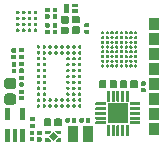
<source format=gbr>
%TF.GenerationSoftware,KiCad,Pcbnew,(5.1.6)-1*%
%TF.CreationDate,2021-06-02T19:48:48-07:00*%
%TF.ProjectId,Miniscope-v4-Wire-Free,4d696e69-7363-46f7-9065-2d76342d5769,rev?*%
%TF.SameCoordinates,Original*%
%TF.FileFunction,Soldermask,Bot*%
%TF.FilePolarity,Negative*%
%FSLAX46Y46*%
G04 Gerber Fmt 4.6, Leading zero omitted, Abs format (unit mm)*
G04 Created by KiCad (PCBNEW (5.1.6)-1) date 2021-06-02 19:48:48*
%MOMM*%
%LPD*%
G01*
G04 APERTURE LIST*
%ADD10C,0.100000*%
G04 APERTURE END LIST*
D10*
G36*
X87148600Y-70033400D02*
G01*
X86285000Y-70033400D01*
X86285000Y-68661800D01*
X87148600Y-68661800D01*
X87148600Y-70033400D01*
G37*
G36*
X85878600Y-70033400D02*
G01*
X85015000Y-70033400D01*
X85015000Y-68661800D01*
X85878600Y-68661800D01*
X85878600Y-70033400D01*
G37*
G36*
X83389591Y-69725277D02*
G01*
X83389600Y-69725277D01*
X83394579Y-69725767D01*
X83399367Y-69727220D01*
X83403782Y-69729579D01*
X83409099Y-69733943D01*
X83586457Y-69911301D01*
X83590821Y-69916618D01*
X83590822Y-69916620D01*
X83593180Y-69921033D01*
X83594633Y-69925821D01*
X83595123Y-69930800D01*
X83595123Y-69930809D01*
X83595307Y-69932676D01*
X83595307Y-69998924D01*
X83595123Y-70000791D01*
X83595123Y-70000800D01*
X83594633Y-70005779D01*
X83594505Y-70006200D01*
X83593180Y-70010567D01*
X83590821Y-70014982D01*
X83587648Y-70018848D01*
X83583782Y-70022021D01*
X83583780Y-70022022D01*
X83579367Y-70024380D01*
X83574579Y-70025833D01*
X83569600Y-70026323D01*
X83569591Y-70026323D01*
X83567724Y-70026507D01*
X83171476Y-70026507D01*
X83169609Y-70026323D01*
X83169600Y-70026323D01*
X83164621Y-70025833D01*
X83159833Y-70024380D01*
X83155420Y-70022022D01*
X83155418Y-70022021D01*
X83151552Y-70018848D01*
X83148379Y-70014982D01*
X83146020Y-70010567D01*
X83144695Y-70006200D01*
X83144567Y-70005779D01*
X83144077Y-70000800D01*
X83144077Y-70000791D01*
X83143893Y-69998924D01*
X83143893Y-69752676D01*
X83144077Y-69750809D01*
X83144077Y-69750800D01*
X83144567Y-69745821D01*
X83146020Y-69741033D01*
X83148378Y-69736620D01*
X83148379Y-69736618D01*
X83151552Y-69732752D01*
X83155418Y-69729579D01*
X83159833Y-69727220D01*
X83164621Y-69725767D01*
X83169600Y-69725277D01*
X83169609Y-69725277D01*
X83171476Y-69725093D01*
X83387724Y-69725093D01*
X83389591Y-69725277D01*
G37*
G36*
X84469591Y-69725277D02*
G01*
X84469600Y-69725277D01*
X84474579Y-69725767D01*
X84479367Y-69727220D01*
X84483782Y-69729579D01*
X84487648Y-69732752D01*
X84490821Y-69736618D01*
X84490822Y-69736620D01*
X84493180Y-69741033D01*
X84494633Y-69745821D01*
X84495123Y-69750800D01*
X84495123Y-69750809D01*
X84495307Y-69752676D01*
X84495307Y-69998924D01*
X84495123Y-70000791D01*
X84495123Y-70000800D01*
X84494633Y-70005779D01*
X84494505Y-70006200D01*
X84493180Y-70010567D01*
X84490821Y-70014982D01*
X84487648Y-70018848D01*
X84483782Y-70022021D01*
X84483780Y-70022022D01*
X84479367Y-70024380D01*
X84474579Y-70025833D01*
X84469600Y-70026323D01*
X84469591Y-70026323D01*
X84467724Y-70026507D01*
X84071476Y-70026507D01*
X84069609Y-70026323D01*
X84069600Y-70026323D01*
X84064621Y-70025833D01*
X84059833Y-70024380D01*
X84055420Y-70022022D01*
X84055418Y-70022021D01*
X84051552Y-70018848D01*
X84048379Y-70014982D01*
X84046020Y-70010567D01*
X84044695Y-70006200D01*
X84044567Y-70005779D01*
X84044077Y-70000800D01*
X84044077Y-70000791D01*
X84043893Y-69998924D01*
X84043893Y-69932676D01*
X84044077Y-69930809D01*
X84044077Y-69930800D01*
X84044567Y-69925821D01*
X84046020Y-69921033D01*
X84048378Y-69916620D01*
X84048379Y-69916618D01*
X84052743Y-69911301D01*
X84230101Y-69733943D01*
X84235418Y-69729579D01*
X84239833Y-69727220D01*
X84244621Y-69725767D01*
X84249600Y-69725277D01*
X84249609Y-69725277D01*
X84251476Y-69725093D01*
X84467724Y-69725093D01*
X84469591Y-69725277D01*
G37*
G36*
X80763800Y-70016000D02*
G01*
X80373000Y-70016000D01*
X80373000Y-68975200D01*
X80763800Y-68975200D01*
X80763800Y-70016000D01*
G37*
G36*
X80113800Y-70016000D02*
G01*
X79723000Y-70016000D01*
X79723000Y-68975200D01*
X80113800Y-68975200D01*
X80113800Y-70016000D01*
G37*
G36*
X81413800Y-70016000D02*
G01*
X81023000Y-70016000D01*
X81023000Y-68975200D01*
X81413800Y-68975200D01*
X81413800Y-70016000D01*
G37*
G36*
X82763895Y-69646948D02*
G01*
X82777207Y-69650986D01*
X82789476Y-69657545D01*
X82800230Y-69666370D01*
X82809055Y-69677124D01*
X82815614Y-69689393D01*
X82819652Y-69702705D01*
X82821200Y-69718426D01*
X82821200Y-69933174D01*
X82819652Y-69948895D01*
X82815614Y-69962207D01*
X82809055Y-69974476D01*
X82800230Y-69985230D01*
X82789476Y-69994055D01*
X82777207Y-70000614D01*
X82763895Y-70004652D01*
X82748174Y-70006200D01*
X82503426Y-70006200D01*
X82487705Y-70004652D01*
X82474393Y-70000614D01*
X82462124Y-69994055D01*
X82451370Y-69985230D01*
X82442545Y-69974476D01*
X82435986Y-69962207D01*
X82431948Y-69948895D01*
X82430400Y-69933174D01*
X82430400Y-69718426D01*
X82431948Y-69702705D01*
X82435986Y-69689393D01*
X82442545Y-69677124D01*
X82451370Y-69666370D01*
X82462124Y-69657545D01*
X82474393Y-69650986D01*
X82487705Y-69646948D01*
X82503426Y-69645400D01*
X82748174Y-69645400D01*
X82763895Y-69646948D01*
G37*
G36*
X82154295Y-69621548D02*
G01*
X82167607Y-69625586D01*
X82179876Y-69632145D01*
X82190630Y-69640970D01*
X82199455Y-69651724D01*
X82206014Y-69663993D01*
X82210052Y-69677305D01*
X82211600Y-69693026D01*
X82211600Y-69907774D01*
X82210052Y-69923495D01*
X82206014Y-69936807D01*
X82199455Y-69949076D01*
X82190630Y-69959830D01*
X82179876Y-69968655D01*
X82167607Y-69975214D01*
X82154295Y-69979252D01*
X82138574Y-69980800D01*
X81893826Y-69980800D01*
X81878105Y-69979252D01*
X81864793Y-69975214D01*
X81852524Y-69968655D01*
X81841770Y-69959830D01*
X81832945Y-69949076D01*
X81826386Y-69936807D01*
X81822348Y-69923495D01*
X81820800Y-69907774D01*
X81820800Y-69693026D01*
X81822348Y-69677305D01*
X81826386Y-69663993D01*
X81832945Y-69651724D01*
X81841770Y-69640970D01*
X81852524Y-69632145D01*
X81864793Y-69625586D01*
X81878105Y-69621548D01*
X81893826Y-69620000D01*
X82138574Y-69620000D01*
X82154295Y-69621548D01*
G37*
G36*
X84194932Y-69550800D02*
G01*
X83819600Y-69926132D01*
X83444268Y-69550800D01*
X83819600Y-69175468D01*
X84194932Y-69550800D01*
G37*
G36*
X88970825Y-68621719D02*
G01*
X88978984Y-68624194D01*
X88986501Y-68628212D01*
X88993085Y-68633615D01*
X88998488Y-68640199D01*
X89002506Y-68647716D01*
X89004981Y-68655875D01*
X89006000Y-68666217D01*
X89006000Y-69475983D01*
X89004981Y-69486325D01*
X89002506Y-69494484D01*
X88998488Y-69502001D01*
X88993085Y-69508585D01*
X88986501Y-69513988D01*
X88978984Y-69518006D01*
X88970825Y-69520481D01*
X88960483Y-69521500D01*
X88800717Y-69521500D01*
X88790375Y-69520481D01*
X88782216Y-69518006D01*
X88774699Y-69513988D01*
X88768115Y-69508585D01*
X88762712Y-69502001D01*
X88758694Y-69494484D01*
X88756219Y-69486325D01*
X88755200Y-69475983D01*
X88755200Y-68666217D01*
X88756219Y-68655875D01*
X88758694Y-68647716D01*
X88762712Y-68640199D01*
X88768115Y-68633615D01*
X88774699Y-68628212D01*
X88782216Y-68624194D01*
X88790375Y-68621719D01*
X88800717Y-68620700D01*
X88960483Y-68620700D01*
X88970825Y-68621719D01*
G37*
G36*
X90170825Y-68621719D02*
G01*
X90178984Y-68624194D01*
X90186501Y-68628212D01*
X90193085Y-68633615D01*
X90198488Y-68640199D01*
X90202506Y-68647716D01*
X90204981Y-68655875D01*
X90206000Y-68666217D01*
X90206000Y-69475983D01*
X90204981Y-69486325D01*
X90202506Y-69494484D01*
X90198488Y-69502001D01*
X90193085Y-69508585D01*
X90186501Y-69513988D01*
X90178984Y-69518006D01*
X90170825Y-69520481D01*
X90160483Y-69521500D01*
X90000717Y-69521500D01*
X89990375Y-69520481D01*
X89982216Y-69518006D01*
X89974699Y-69513988D01*
X89968115Y-69508585D01*
X89962712Y-69502001D01*
X89958694Y-69494484D01*
X89956219Y-69486325D01*
X89955200Y-69475983D01*
X89955200Y-68666217D01*
X89956219Y-68655875D01*
X89958694Y-68647716D01*
X89962712Y-68640199D01*
X89968115Y-68633615D01*
X89974699Y-68628212D01*
X89982216Y-68624194D01*
X89990375Y-68621719D01*
X90000717Y-68620700D01*
X90160483Y-68620700D01*
X90170825Y-68621719D01*
G37*
G36*
X89770825Y-68621719D02*
G01*
X89778984Y-68624194D01*
X89786501Y-68628212D01*
X89793085Y-68633615D01*
X89798488Y-68640199D01*
X89802506Y-68647716D01*
X89804981Y-68655875D01*
X89806000Y-68666217D01*
X89806000Y-69475983D01*
X89804981Y-69486325D01*
X89802506Y-69494484D01*
X89798488Y-69502001D01*
X89793085Y-69508585D01*
X89786501Y-69513988D01*
X89778984Y-69518006D01*
X89770825Y-69520481D01*
X89760483Y-69521500D01*
X89600717Y-69521500D01*
X89590375Y-69520481D01*
X89582216Y-69518006D01*
X89574699Y-69513988D01*
X89568115Y-69508585D01*
X89562712Y-69502001D01*
X89558694Y-69494484D01*
X89556219Y-69486325D01*
X89555200Y-69475983D01*
X89555200Y-68666217D01*
X89556219Y-68655875D01*
X89558694Y-68647716D01*
X89562712Y-68640199D01*
X89568115Y-68633615D01*
X89574699Y-68628212D01*
X89582216Y-68624194D01*
X89590375Y-68621719D01*
X89600717Y-68620700D01*
X89760483Y-68620700D01*
X89770825Y-68621719D01*
G37*
G36*
X89370825Y-68621719D02*
G01*
X89378984Y-68624194D01*
X89386501Y-68628212D01*
X89393085Y-68633615D01*
X89398488Y-68640199D01*
X89402506Y-68647716D01*
X89404981Y-68655875D01*
X89406000Y-68666217D01*
X89406000Y-69475983D01*
X89404981Y-69486325D01*
X89402506Y-69494484D01*
X89398488Y-69502001D01*
X89393085Y-69508585D01*
X89386501Y-69513988D01*
X89378984Y-69518006D01*
X89370825Y-69520481D01*
X89360483Y-69521500D01*
X89200717Y-69521500D01*
X89190375Y-69520481D01*
X89182216Y-69518006D01*
X89174699Y-69513988D01*
X89168115Y-69508585D01*
X89162712Y-69502001D01*
X89158694Y-69494484D01*
X89156219Y-69486325D01*
X89155200Y-69475983D01*
X89155200Y-68666217D01*
X89156219Y-68655875D01*
X89158694Y-68647716D01*
X89162712Y-68640199D01*
X89168115Y-68633615D01*
X89174699Y-68628212D01*
X89182216Y-68624194D01*
X89190375Y-68621719D01*
X89200717Y-68620700D01*
X89360483Y-68620700D01*
X89370825Y-68621719D01*
G37*
G36*
X88570825Y-68621719D02*
G01*
X88578984Y-68624194D01*
X88586501Y-68628212D01*
X88593085Y-68633615D01*
X88598488Y-68640199D01*
X88602506Y-68647716D01*
X88604981Y-68655875D01*
X88606000Y-68666217D01*
X88606000Y-69475983D01*
X88604981Y-69486325D01*
X88602506Y-69494484D01*
X88598488Y-69502001D01*
X88593085Y-69508585D01*
X88586501Y-69513988D01*
X88578984Y-69518006D01*
X88570825Y-69520481D01*
X88560483Y-69521500D01*
X88400717Y-69521500D01*
X88390375Y-69520481D01*
X88382216Y-69518006D01*
X88374699Y-69513988D01*
X88368115Y-69508585D01*
X88362712Y-69502001D01*
X88358694Y-69494484D01*
X88356219Y-69486325D01*
X88355200Y-69475983D01*
X88355200Y-68666217D01*
X88356219Y-68655875D01*
X88358694Y-68647716D01*
X88362712Y-68640199D01*
X88368115Y-68633615D01*
X88374699Y-68628212D01*
X88382216Y-68624194D01*
X88390375Y-68621719D01*
X88400717Y-68620700D01*
X88560483Y-68620700D01*
X88570825Y-68621719D01*
G37*
G36*
X92755600Y-69470400D02*
G01*
X91904800Y-69470400D01*
X91904800Y-68419600D01*
X92755600Y-68419600D01*
X92755600Y-69470400D01*
G37*
G36*
X82763895Y-69096948D02*
G01*
X82777207Y-69100986D01*
X82789476Y-69107545D01*
X82800230Y-69116370D01*
X82809055Y-69127124D01*
X82815614Y-69139393D01*
X82819652Y-69152705D01*
X82821200Y-69168426D01*
X82821200Y-69383174D01*
X82819652Y-69398895D01*
X82815614Y-69412207D01*
X82809055Y-69424476D01*
X82800230Y-69435230D01*
X82789476Y-69444055D01*
X82777207Y-69450614D01*
X82763895Y-69454652D01*
X82748174Y-69456200D01*
X82503426Y-69456200D01*
X82487705Y-69454652D01*
X82474393Y-69450614D01*
X82462124Y-69444055D01*
X82451370Y-69435230D01*
X82442545Y-69424476D01*
X82435986Y-69412207D01*
X82431948Y-69398895D01*
X82430400Y-69383174D01*
X82430400Y-69168426D01*
X82431948Y-69152705D01*
X82435986Y-69139393D01*
X82442545Y-69127124D01*
X82451370Y-69116370D01*
X82462124Y-69107545D01*
X82474393Y-69100986D01*
X82487705Y-69096948D01*
X82503426Y-69095400D01*
X82748174Y-69095400D01*
X82763895Y-69096948D01*
G37*
G36*
X82154295Y-69071548D02*
G01*
X82167607Y-69075586D01*
X82179876Y-69082145D01*
X82190630Y-69090970D01*
X82199455Y-69101724D01*
X82206014Y-69113993D01*
X82210052Y-69127305D01*
X82211600Y-69143026D01*
X82211600Y-69357774D01*
X82210052Y-69373495D01*
X82206014Y-69386807D01*
X82199455Y-69399076D01*
X82190630Y-69409830D01*
X82179876Y-69418655D01*
X82167607Y-69425214D01*
X82154295Y-69429252D01*
X82138574Y-69430800D01*
X81893826Y-69430800D01*
X81878105Y-69429252D01*
X81864793Y-69425214D01*
X81852524Y-69418655D01*
X81841770Y-69409830D01*
X81832945Y-69399076D01*
X81826386Y-69386807D01*
X81822348Y-69373495D01*
X81820800Y-69357774D01*
X81820800Y-69143026D01*
X81822348Y-69127305D01*
X81826386Y-69113993D01*
X81832945Y-69101724D01*
X81841770Y-69090970D01*
X81852524Y-69082145D01*
X81864793Y-69075586D01*
X81878105Y-69071548D01*
X81893826Y-69070000D01*
X82138574Y-69070000D01*
X82154295Y-69071548D01*
G37*
G36*
X83569591Y-69075277D02*
G01*
X83569600Y-69075277D01*
X83574579Y-69075767D01*
X83578200Y-69076866D01*
X83579367Y-69077220D01*
X83583782Y-69079579D01*
X83587648Y-69082752D01*
X83590821Y-69086618D01*
X83590822Y-69086620D01*
X83593180Y-69091033D01*
X83594633Y-69095821D01*
X83595123Y-69100800D01*
X83595123Y-69100809D01*
X83595307Y-69102676D01*
X83595307Y-69168924D01*
X83595123Y-69170791D01*
X83595123Y-69170800D01*
X83594633Y-69175779D01*
X83593180Y-69180567D01*
X83590821Y-69184982D01*
X83586457Y-69190299D01*
X83409099Y-69367657D01*
X83403782Y-69372021D01*
X83403780Y-69372022D01*
X83399367Y-69374380D01*
X83394579Y-69375833D01*
X83389600Y-69376323D01*
X83389591Y-69376323D01*
X83387724Y-69376507D01*
X83171476Y-69376507D01*
X83169609Y-69376323D01*
X83169600Y-69376323D01*
X83164621Y-69375833D01*
X83159833Y-69374380D01*
X83155420Y-69372022D01*
X83155418Y-69372021D01*
X83151552Y-69368848D01*
X83148379Y-69364982D01*
X83146020Y-69360567D01*
X83145301Y-69358197D01*
X83144567Y-69355779D01*
X83144077Y-69350800D01*
X83144077Y-69350791D01*
X83143893Y-69348924D01*
X83143893Y-69102676D01*
X83144077Y-69100809D01*
X83144077Y-69100800D01*
X83144567Y-69095821D01*
X83146020Y-69091033D01*
X83148378Y-69086620D01*
X83148379Y-69086618D01*
X83151552Y-69082752D01*
X83155418Y-69079579D01*
X83159833Y-69077220D01*
X83161000Y-69076866D01*
X83164621Y-69075767D01*
X83169600Y-69075277D01*
X83169609Y-69075277D01*
X83171476Y-69075093D01*
X83567724Y-69075093D01*
X83569591Y-69075277D01*
G37*
G36*
X84469591Y-69075277D02*
G01*
X84469600Y-69075277D01*
X84474579Y-69075767D01*
X84478200Y-69076866D01*
X84479367Y-69077220D01*
X84483782Y-69079579D01*
X84487648Y-69082752D01*
X84490821Y-69086618D01*
X84490822Y-69086620D01*
X84493180Y-69091033D01*
X84494633Y-69095821D01*
X84495123Y-69100800D01*
X84495123Y-69100809D01*
X84495307Y-69102676D01*
X84495307Y-69348924D01*
X84495123Y-69350791D01*
X84495123Y-69350800D01*
X84494633Y-69355779D01*
X84493899Y-69358197D01*
X84493180Y-69360567D01*
X84490821Y-69364982D01*
X84487648Y-69368848D01*
X84483782Y-69372021D01*
X84483780Y-69372022D01*
X84479367Y-69374380D01*
X84474579Y-69375833D01*
X84469600Y-69376323D01*
X84469591Y-69376323D01*
X84467724Y-69376507D01*
X84251476Y-69376507D01*
X84249609Y-69376323D01*
X84249600Y-69376323D01*
X84244621Y-69375833D01*
X84239833Y-69374380D01*
X84235420Y-69372022D01*
X84235418Y-69372021D01*
X84230101Y-69367657D01*
X83982743Y-69120299D01*
X83978379Y-69114982D01*
X83976020Y-69110567D01*
X83975103Y-69107545D01*
X83974567Y-69105779D01*
X83974077Y-69100800D01*
X83974567Y-69095821D01*
X83976020Y-69091033D01*
X83978378Y-69086620D01*
X83978379Y-69086618D01*
X83981552Y-69082752D01*
X83985418Y-69079579D01*
X83989833Y-69077220D01*
X83991000Y-69076866D01*
X83994621Y-69075767D01*
X83999600Y-69075277D01*
X83999609Y-69075277D01*
X84001476Y-69075093D01*
X84467724Y-69075093D01*
X84469591Y-69075277D01*
G37*
G36*
X82179695Y-68478548D02*
G01*
X82193007Y-68482586D01*
X82205276Y-68489145D01*
X82216030Y-68497970D01*
X82224855Y-68508724D01*
X82231414Y-68520993D01*
X82235452Y-68534305D01*
X82237000Y-68550026D01*
X82237000Y-68764774D01*
X82235452Y-68780495D01*
X82231414Y-68793807D01*
X82224855Y-68806076D01*
X82216030Y-68816830D01*
X82205276Y-68825655D01*
X82193007Y-68832214D01*
X82179695Y-68836252D01*
X82163974Y-68837800D01*
X81919226Y-68837800D01*
X81903505Y-68836252D01*
X81890193Y-68832214D01*
X81877924Y-68825655D01*
X81867170Y-68816830D01*
X81858345Y-68806076D01*
X81851786Y-68793807D01*
X81847748Y-68780495D01*
X81846200Y-68764774D01*
X81846200Y-68550026D01*
X81847748Y-68534305D01*
X81851786Y-68520993D01*
X81858345Y-68508724D01*
X81867170Y-68497970D01*
X81877924Y-68489145D01*
X81890193Y-68482586D01*
X81903505Y-68478548D01*
X81919226Y-68477000D01*
X82163974Y-68477000D01*
X82179695Y-68478548D01*
G37*
G36*
X83527569Y-68044846D02*
G01*
X83553534Y-68052722D01*
X83577477Y-68065521D01*
X83598459Y-68082741D01*
X83615679Y-68103723D01*
X83628478Y-68127666D01*
X83636354Y-68153631D01*
X83639200Y-68182526D01*
X83639200Y-68582274D01*
X83636354Y-68611169D01*
X83628478Y-68637134D01*
X83615679Y-68661077D01*
X83598459Y-68682059D01*
X83577477Y-68699279D01*
X83553534Y-68712078D01*
X83527569Y-68719954D01*
X83498674Y-68722800D01*
X83148926Y-68722800D01*
X83120031Y-68719954D01*
X83094066Y-68712078D01*
X83070123Y-68699279D01*
X83049141Y-68682059D01*
X83031921Y-68661077D01*
X83019122Y-68637134D01*
X83011246Y-68611169D01*
X83008400Y-68582274D01*
X83008400Y-68182526D01*
X83011246Y-68153631D01*
X83019122Y-68127666D01*
X83031921Y-68103723D01*
X83049141Y-68082741D01*
X83070123Y-68065521D01*
X83094066Y-68052722D01*
X83120031Y-68044846D01*
X83148926Y-68042000D01*
X83498674Y-68042000D01*
X83527569Y-68044846D01*
G37*
G36*
X84417569Y-68044846D02*
G01*
X84443534Y-68052722D01*
X84467477Y-68065521D01*
X84488459Y-68082741D01*
X84505679Y-68103723D01*
X84518478Y-68127666D01*
X84526354Y-68153631D01*
X84529200Y-68182526D01*
X84529200Y-68582274D01*
X84526354Y-68611169D01*
X84518478Y-68637134D01*
X84505679Y-68661077D01*
X84488459Y-68682059D01*
X84467477Y-68699279D01*
X84443534Y-68712078D01*
X84417569Y-68719954D01*
X84388674Y-68722800D01*
X84038926Y-68722800D01*
X84010031Y-68719954D01*
X83984066Y-68712078D01*
X83960123Y-68699279D01*
X83939141Y-68682059D01*
X83921921Y-68661077D01*
X83909122Y-68637134D01*
X83901246Y-68611169D01*
X83898400Y-68582274D01*
X83898400Y-68182526D01*
X83901246Y-68153631D01*
X83909122Y-68127666D01*
X83921921Y-68103723D01*
X83939141Y-68082741D01*
X83960123Y-68065521D01*
X83984066Y-68052722D01*
X84010031Y-68044846D01*
X84038926Y-68042000D01*
X84388674Y-68042000D01*
X84417569Y-68044846D01*
G37*
G36*
X88245825Y-68296719D02*
G01*
X88253984Y-68299194D01*
X88261501Y-68303212D01*
X88268085Y-68308615D01*
X88273488Y-68315199D01*
X88277506Y-68322716D01*
X88279981Y-68330875D01*
X88281000Y-68341217D01*
X88281000Y-68500983D01*
X88279981Y-68511325D01*
X88277506Y-68519484D01*
X88273488Y-68527001D01*
X88268085Y-68533585D01*
X88261501Y-68538988D01*
X88253984Y-68543006D01*
X88245825Y-68545481D01*
X88235483Y-68546500D01*
X87425717Y-68546500D01*
X87415375Y-68545481D01*
X87407216Y-68543006D01*
X87399699Y-68538988D01*
X87393115Y-68533585D01*
X87387712Y-68527001D01*
X87383694Y-68519484D01*
X87381219Y-68511325D01*
X87380200Y-68500983D01*
X87380200Y-68341217D01*
X87381219Y-68330875D01*
X87383694Y-68322716D01*
X87387712Y-68315199D01*
X87393115Y-68308615D01*
X87399699Y-68303212D01*
X87407216Y-68299194D01*
X87415375Y-68296719D01*
X87425717Y-68295700D01*
X88235483Y-68295700D01*
X88245825Y-68296719D01*
G37*
G36*
X91145825Y-68296719D02*
G01*
X91153984Y-68299194D01*
X91161501Y-68303212D01*
X91168085Y-68308615D01*
X91173488Y-68315199D01*
X91177506Y-68322716D01*
X91179981Y-68330875D01*
X91181000Y-68341217D01*
X91181000Y-68500983D01*
X91179981Y-68511325D01*
X91177506Y-68519484D01*
X91173488Y-68527001D01*
X91168085Y-68533585D01*
X91161501Y-68538988D01*
X91153984Y-68543006D01*
X91145825Y-68545481D01*
X91135483Y-68546500D01*
X90325717Y-68546500D01*
X90315375Y-68545481D01*
X90307216Y-68543006D01*
X90299699Y-68538988D01*
X90293115Y-68533585D01*
X90287712Y-68527001D01*
X90283694Y-68519484D01*
X90281219Y-68511325D01*
X90280200Y-68500983D01*
X90280200Y-68341217D01*
X90281219Y-68330875D01*
X90283694Y-68322716D01*
X90287712Y-68315199D01*
X90293115Y-68308615D01*
X90299699Y-68303212D01*
X90307216Y-68299194D01*
X90315375Y-68296719D01*
X90325717Y-68295700D01*
X91135483Y-68295700D01*
X91145825Y-68296719D01*
G37*
G36*
X90131000Y-68471500D02*
G01*
X88430200Y-68471500D01*
X88430200Y-66770700D01*
X90131000Y-66770700D01*
X90131000Y-68471500D01*
G37*
G36*
X86874195Y-68019448D02*
G01*
X86887507Y-68023486D01*
X86899776Y-68030045D01*
X86910530Y-68038870D01*
X86919355Y-68049624D01*
X86925914Y-68061893D01*
X86929952Y-68075205D01*
X86931500Y-68090926D01*
X86931500Y-68335674D01*
X86929952Y-68351395D01*
X86925914Y-68364707D01*
X86919355Y-68376976D01*
X86910530Y-68387730D01*
X86899776Y-68396555D01*
X86887507Y-68403114D01*
X86874195Y-68407152D01*
X86858474Y-68408700D01*
X86643726Y-68408700D01*
X86628005Y-68407152D01*
X86614693Y-68403114D01*
X86602424Y-68396555D01*
X86591670Y-68387730D01*
X86582845Y-68376976D01*
X86576286Y-68364707D01*
X86572248Y-68351395D01*
X86570700Y-68335674D01*
X86570700Y-68090926D01*
X86572248Y-68075205D01*
X86576286Y-68061893D01*
X86582845Y-68049624D01*
X86591670Y-68038870D01*
X86602424Y-68030045D01*
X86614693Y-68023486D01*
X86628005Y-68019448D01*
X86643726Y-68017900D01*
X86858474Y-68017900D01*
X86874195Y-68019448D01*
G37*
G36*
X86324195Y-68019448D02*
G01*
X86337507Y-68023486D01*
X86349776Y-68030045D01*
X86360530Y-68038870D01*
X86369355Y-68049624D01*
X86375914Y-68061893D01*
X86379952Y-68075205D01*
X86381500Y-68090926D01*
X86381500Y-68335674D01*
X86379952Y-68351395D01*
X86375914Y-68364707D01*
X86369355Y-68376976D01*
X86360530Y-68387730D01*
X86349776Y-68396555D01*
X86337507Y-68403114D01*
X86324195Y-68407152D01*
X86308474Y-68408700D01*
X86093726Y-68408700D01*
X86078005Y-68407152D01*
X86064693Y-68403114D01*
X86052424Y-68396555D01*
X86041670Y-68387730D01*
X86032845Y-68376976D01*
X86026286Y-68364707D01*
X86022248Y-68351395D01*
X86020700Y-68335674D01*
X86020700Y-68090926D01*
X86022248Y-68075205D01*
X86026286Y-68061893D01*
X86032845Y-68049624D01*
X86041670Y-68038870D01*
X86052424Y-68030045D01*
X86064693Y-68023486D01*
X86078005Y-68019448D01*
X86093726Y-68017900D01*
X86308474Y-68017900D01*
X86324195Y-68019448D01*
G37*
G36*
X85688695Y-68014548D02*
G01*
X85702007Y-68018586D01*
X85714276Y-68025145D01*
X85725030Y-68033970D01*
X85733855Y-68044724D01*
X85740414Y-68056993D01*
X85744452Y-68070305D01*
X85746000Y-68086026D01*
X85746000Y-68330774D01*
X85744452Y-68346495D01*
X85740414Y-68359807D01*
X85733855Y-68372076D01*
X85725030Y-68382830D01*
X85714276Y-68391655D01*
X85702007Y-68398214D01*
X85688695Y-68402252D01*
X85672974Y-68403800D01*
X85458226Y-68403800D01*
X85442505Y-68402252D01*
X85429193Y-68398214D01*
X85416924Y-68391655D01*
X85406170Y-68382830D01*
X85397345Y-68372076D01*
X85390786Y-68359807D01*
X85386748Y-68346495D01*
X85385200Y-68330774D01*
X85385200Y-68086026D01*
X85386748Y-68070305D01*
X85390786Y-68056993D01*
X85397345Y-68044724D01*
X85406170Y-68033970D01*
X85416924Y-68025145D01*
X85429193Y-68018586D01*
X85442505Y-68014548D01*
X85458226Y-68013000D01*
X85672974Y-68013000D01*
X85688695Y-68014548D01*
G37*
G36*
X85138695Y-68014548D02*
G01*
X85152007Y-68018586D01*
X85164276Y-68025145D01*
X85175030Y-68033970D01*
X85183855Y-68044724D01*
X85190414Y-68056993D01*
X85194452Y-68070305D01*
X85196000Y-68086026D01*
X85196000Y-68330774D01*
X85194452Y-68346495D01*
X85190414Y-68359807D01*
X85183855Y-68372076D01*
X85175030Y-68382830D01*
X85164276Y-68391655D01*
X85152007Y-68398214D01*
X85138695Y-68402252D01*
X85122974Y-68403800D01*
X84908226Y-68403800D01*
X84892505Y-68402252D01*
X84879193Y-68398214D01*
X84866924Y-68391655D01*
X84856170Y-68382830D01*
X84847345Y-68372076D01*
X84840786Y-68359807D01*
X84836748Y-68346495D01*
X84835200Y-68330774D01*
X84835200Y-68086026D01*
X84836748Y-68070305D01*
X84840786Y-68056993D01*
X84847345Y-68044724D01*
X84856170Y-68033970D01*
X84866924Y-68025145D01*
X84879193Y-68018586D01*
X84892505Y-68014548D01*
X84908226Y-68013000D01*
X85122974Y-68013000D01*
X85138695Y-68014548D01*
G37*
G36*
X82179695Y-67928548D02*
G01*
X82193007Y-67932586D01*
X82205276Y-67939145D01*
X82216030Y-67947970D01*
X82224855Y-67958724D01*
X82231414Y-67970993D01*
X82235452Y-67984305D01*
X82237000Y-68000026D01*
X82237000Y-68214774D01*
X82235452Y-68230495D01*
X82231414Y-68243807D01*
X82224855Y-68256076D01*
X82216030Y-68266830D01*
X82205276Y-68275655D01*
X82193007Y-68282214D01*
X82179695Y-68286252D01*
X82163974Y-68287800D01*
X81919226Y-68287800D01*
X81903505Y-68286252D01*
X81890193Y-68282214D01*
X81877924Y-68275655D01*
X81867170Y-68266830D01*
X81858345Y-68256076D01*
X81851786Y-68243807D01*
X81847748Y-68230495D01*
X81846200Y-68214774D01*
X81846200Y-68000026D01*
X81847748Y-67984305D01*
X81851786Y-67970993D01*
X81858345Y-67958724D01*
X81867170Y-67947970D01*
X81877924Y-67939145D01*
X81890193Y-67932586D01*
X81903505Y-67928548D01*
X81919226Y-67927000D01*
X82163974Y-67927000D01*
X82179695Y-67928548D01*
G37*
G36*
X92755600Y-68200400D02*
G01*
X91904800Y-68200400D01*
X91904800Y-67149600D01*
X92755600Y-67149600D01*
X92755600Y-68200400D01*
G37*
G36*
X81413800Y-68196000D02*
G01*
X81023000Y-68196000D01*
X81023000Y-67155200D01*
X81413800Y-67155200D01*
X81413800Y-68196000D01*
G37*
G36*
X80113800Y-68196000D02*
G01*
X79723000Y-68196000D01*
X79723000Y-67155200D01*
X80113800Y-67155200D01*
X80113800Y-68196000D01*
G37*
G36*
X88245825Y-67896719D02*
G01*
X88253984Y-67899194D01*
X88261501Y-67903212D01*
X88268085Y-67908615D01*
X88273488Y-67915199D01*
X88277506Y-67922716D01*
X88279981Y-67930875D01*
X88281000Y-67941217D01*
X88281000Y-68100983D01*
X88279981Y-68111325D01*
X88277506Y-68119484D01*
X88273488Y-68127001D01*
X88268085Y-68133585D01*
X88261501Y-68138988D01*
X88253984Y-68143006D01*
X88245825Y-68145481D01*
X88235483Y-68146500D01*
X87425717Y-68146500D01*
X87415375Y-68145481D01*
X87407216Y-68143006D01*
X87399699Y-68138988D01*
X87393115Y-68133585D01*
X87387712Y-68127001D01*
X87383694Y-68119484D01*
X87381219Y-68111325D01*
X87380200Y-68100983D01*
X87380200Y-67941217D01*
X87381219Y-67930875D01*
X87383694Y-67922716D01*
X87387712Y-67915199D01*
X87393115Y-67908615D01*
X87399699Y-67903212D01*
X87407216Y-67899194D01*
X87415375Y-67896719D01*
X87425717Y-67895700D01*
X88235483Y-67895700D01*
X88245825Y-67896719D01*
G37*
G36*
X91145825Y-67896719D02*
G01*
X91153984Y-67899194D01*
X91161501Y-67903212D01*
X91168085Y-67908615D01*
X91173488Y-67915199D01*
X91177506Y-67922716D01*
X91179981Y-67930875D01*
X91181000Y-67941217D01*
X91181000Y-68100983D01*
X91179981Y-68111325D01*
X91177506Y-68119484D01*
X91173488Y-68127001D01*
X91168085Y-68133585D01*
X91161501Y-68138988D01*
X91153984Y-68143006D01*
X91145825Y-68145481D01*
X91135483Y-68146500D01*
X90325717Y-68146500D01*
X90315375Y-68145481D01*
X90307216Y-68143006D01*
X90299699Y-68138988D01*
X90293115Y-68133585D01*
X90287712Y-68127001D01*
X90283694Y-68119484D01*
X90281219Y-68111325D01*
X90280200Y-68100983D01*
X90280200Y-67941217D01*
X90281219Y-67930875D01*
X90283694Y-67922716D01*
X90287712Y-67915199D01*
X90293115Y-67908615D01*
X90299699Y-67903212D01*
X90307216Y-67899194D01*
X90315375Y-67896719D01*
X90325717Y-67895700D01*
X91135483Y-67895700D01*
X91145825Y-67896719D01*
G37*
G36*
X91145825Y-67496719D02*
G01*
X91153984Y-67499194D01*
X91161501Y-67503212D01*
X91168085Y-67508615D01*
X91173488Y-67515199D01*
X91177506Y-67522716D01*
X91179981Y-67530875D01*
X91181000Y-67541217D01*
X91181000Y-67700983D01*
X91179981Y-67711325D01*
X91177506Y-67719484D01*
X91173488Y-67727001D01*
X91168085Y-67733585D01*
X91161501Y-67738988D01*
X91153984Y-67743006D01*
X91145825Y-67745481D01*
X91135483Y-67746500D01*
X90325717Y-67746500D01*
X90315375Y-67745481D01*
X90307216Y-67743006D01*
X90299699Y-67738988D01*
X90293115Y-67733585D01*
X90287712Y-67727001D01*
X90283694Y-67719484D01*
X90281219Y-67711325D01*
X90280200Y-67700983D01*
X90280200Y-67541217D01*
X90281219Y-67530875D01*
X90283694Y-67522716D01*
X90287712Y-67515199D01*
X90293115Y-67508615D01*
X90299699Y-67503212D01*
X90307216Y-67499194D01*
X90315375Y-67496719D01*
X90325717Y-67495700D01*
X91135483Y-67495700D01*
X91145825Y-67496719D01*
G37*
G36*
X88245825Y-67496719D02*
G01*
X88253984Y-67499194D01*
X88261501Y-67503212D01*
X88268085Y-67508615D01*
X88273488Y-67515199D01*
X88277506Y-67522716D01*
X88279981Y-67530875D01*
X88281000Y-67541217D01*
X88281000Y-67700983D01*
X88279981Y-67711325D01*
X88277506Y-67719484D01*
X88273488Y-67727001D01*
X88268085Y-67733585D01*
X88261501Y-67738988D01*
X88253984Y-67743006D01*
X88245825Y-67745481D01*
X88235483Y-67746500D01*
X87425717Y-67746500D01*
X87415375Y-67745481D01*
X87407216Y-67743006D01*
X87399699Y-67738988D01*
X87393115Y-67733585D01*
X87387712Y-67727001D01*
X87383694Y-67719484D01*
X87381219Y-67711325D01*
X87380200Y-67700983D01*
X87380200Y-67541217D01*
X87381219Y-67530875D01*
X87383694Y-67522716D01*
X87387712Y-67515199D01*
X87393115Y-67508615D01*
X87399699Y-67503212D01*
X87407216Y-67499194D01*
X87415375Y-67496719D01*
X87425717Y-67495700D01*
X88235483Y-67495700D01*
X88245825Y-67496719D01*
G37*
G36*
X91145825Y-67096719D02*
G01*
X91153984Y-67099194D01*
X91161501Y-67103212D01*
X91168085Y-67108615D01*
X91173488Y-67115199D01*
X91177506Y-67122716D01*
X91179981Y-67130875D01*
X91181000Y-67141217D01*
X91181000Y-67300983D01*
X91179981Y-67311325D01*
X91177506Y-67319484D01*
X91173488Y-67327001D01*
X91168085Y-67333585D01*
X91161501Y-67338988D01*
X91153984Y-67343006D01*
X91145825Y-67345481D01*
X91135483Y-67346500D01*
X90325717Y-67346500D01*
X90315375Y-67345481D01*
X90307216Y-67343006D01*
X90299699Y-67338988D01*
X90293115Y-67333585D01*
X90287712Y-67327001D01*
X90283694Y-67319484D01*
X90281219Y-67311325D01*
X90280200Y-67300983D01*
X90280200Y-67141217D01*
X90281219Y-67130875D01*
X90283694Y-67122716D01*
X90287712Y-67115199D01*
X90293115Y-67108615D01*
X90299699Y-67103212D01*
X90307216Y-67099194D01*
X90315375Y-67096719D01*
X90325717Y-67095700D01*
X91135483Y-67095700D01*
X91145825Y-67096719D01*
G37*
G36*
X88245825Y-67096719D02*
G01*
X88253984Y-67099194D01*
X88261501Y-67103212D01*
X88268085Y-67108615D01*
X88273488Y-67115199D01*
X88277506Y-67122716D01*
X88279981Y-67130875D01*
X88281000Y-67141217D01*
X88281000Y-67300983D01*
X88279981Y-67311325D01*
X88277506Y-67319484D01*
X88273488Y-67327001D01*
X88268085Y-67333585D01*
X88261501Y-67338988D01*
X88253984Y-67343006D01*
X88245825Y-67345481D01*
X88235483Y-67346500D01*
X87425717Y-67346500D01*
X87415375Y-67345481D01*
X87407216Y-67343006D01*
X87399699Y-67338988D01*
X87393115Y-67333585D01*
X87387712Y-67327001D01*
X87383694Y-67319484D01*
X87381219Y-67311325D01*
X87380200Y-67300983D01*
X87380200Y-67141217D01*
X87381219Y-67130875D01*
X87383694Y-67122716D01*
X87387712Y-67115199D01*
X87393115Y-67108615D01*
X87399699Y-67103212D01*
X87407216Y-67099194D01*
X87415375Y-67096719D01*
X87425717Y-67095700D01*
X88235483Y-67095700D01*
X88245825Y-67096719D01*
G37*
G36*
X84589872Y-66844980D02*
G01*
X84617240Y-66856316D01*
X84617241Y-66856317D01*
X84641875Y-66872776D01*
X84662824Y-66893725D01*
X84664365Y-66896032D01*
X84679284Y-66918360D01*
X84690620Y-66945728D01*
X84696400Y-66974787D01*
X84696400Y-67004413D01*
X84690620Y-67033472D01*
X84679284Y-67060840D01*
X84679283Y-67060841D01*
X84662824Y-67085475D01*
X84641875Y-67106424D01*
X84623378Y-67118782D01*
X84617240Y-67122884D01*
X84589872Y-67134220D01*
X84560813Y-67140000D01*
X84531187Y-67140000D01*
X84502128Y-67134220D01*
X84474760Y-67122884D01*
X84468622Y-67118782D01*
X84450125Y-67106424D01*
X84429176Y-67085475D01*
X84412717Y-67060841D01*
X84412716Y-67060840D01*
X84401380Y-67033472D01*
X84395600Y-67004413D01*
X84395600Y-66974787D01*
X84401380Y-66945728D01*
X84412716Y-66918360D01*
X84427635Y-66896032D01*
X84429176Y-66893725D01*
X84450125Y-66872776D01*
X84474759Y-66856317D01*
X84474760Y-66856316D01*
X84502128Y-66844980D01*
X84531187Y-66839200D01*
X84560813Y-66839200D01*
X84589872Y-66844980D01*
G37*
G36*
X86089872Y-66844980D02*
G01*
X86117240Y-66856316D01*
X86117241Y-66856317D01*
X86141875Y-66872776D01*
X86162824Y-66893725D01*
X86164365Y-66896032D01*
X86179284Y-66918360D01*
X86190620Y-66945728D01*
X86196400Y-66974787D01*
X86196400Y-67004413D01*
X86190620Y-67033472D01*
X86179284Y-67060840D01*
X86179283Y-67060841D01*
X86162824Y-67085475D01*
X86141875Y-67106424D01*
X86123378Y-67118782D01*
X86117240Y-67122884D01*
X86089872Y-67134220D01*
X86060813Y-67140000D01*
X86031187Y-67140000D01*
X86002128Y-67134220D01*
X85974760Y-67122884D01*
X85968622Y-67118782D01*
X85950125Y-67106424D01*
X85929176Y-67085475D01*
X85912717Y-67060841D01*
X85912716Y-67060840D01*
X85901380Y-67033472D01*
X85895600Y-67004413D01*
X85895600Y-66974787D01*
X85901380Y-66945728D01*
X85912716Y-66918360D01*
X85927635Y-66896032D01*
X85929176Y-66893725D01*
X85950125Y-66872776D01*
X85974759Y-66856317D01*
X85974760Y-66856316D01*
X86002128Y-66844980D01*
X86031187Y-66839200D01*
X86060813Y-66839200D01*
X86089872Y-66844980D01*
G37*
G36*
X83589872Y-66844980D02*
G01*
X83617240Y-66856316D01*
X83617241Y-66856317D01*
X83641875Y-66872776D01*
X83662824Y-66893725D01*
X83664365Y-66896032D01*
X83679284Y-66918360D01*
X83690620Y-66945728D01*
X83696400Y-66974787D01*
X83696400Y-67004413D01*
X83690620Y-67033472D01*
X83679284Y-67060840D01*
X83679283Y-67060841D01*
X83662824Y-67085475D01*
X83641875Y-67106424D01*
X83623378Y-67118782D01*
X83617240Y-67122884D01*
X83589872Y-67134220D01*
X83560813Y-67140000D01*
X83531187Y-67140000D01*
X83502128Y-67134220D01*
X83474760Y-67122884D01*
X83468622Y-67118782D01*
X83450125Y-67106424D01*
X83429176Y-67085475D01*
X83412717Y-67060841D01*
X83412716Y-67060840D01*
X83401380Y-67033472D01*
X83395600Y-67004413D01*
X83395600Y-66974787D01*
X83401380Y-66945728D01*
X83412716Y-66918360D01*
X83427635Y-66896032D01*
X83429176Y-66893725D01*
X83450125Y-66872776D01*
X83474759Y-66856317D01*
X83474760Y-66856316D01*
X83502128Y-66844980D01*
X83531187Y-66839200D01*
X83560813Y-66839200D01*
X83589872Y-66844980D01*
G37*
G36*
X82589872Y-66844980D02*
G01*
X82617240Y-66856316D01*
X82617241Y-66856317D01*
X82641875Y-66872776D01*
X82662824Y-66893725D01*
X82664365Y-66896032D01*
X82679284Y-66918360D01*
X82690620Y-66945728D01*
X82696400Y-66974787D01*
X82696400Y-67004413D01*
X82690620Y-67033472D01*
X82679284Y-67060840D01*
X82679283Y-67060841D01*
X82662824Y-67085475D01*
X82641875Y-67106424D01*
X82623378Y-67118782D01*
X82617240Y-67122884D01*
X82589872Y-67134220D01*
X82560813Y-67140000D01*
X82531187Y-67140000D01*
X82502128Y-67134220D01*
X82474760Y-67122884D01*
X82468622Y-67118782D01*
X82450125Y-67106424D01*
X82429176Y-67085475D01*
X82412717Y-67060841D01*
X82412716Y-67060840D01*
X82401380Y-67033472D01*
X82395600Y-67004413D01*
X82395600Y-66974787D01*
X82401380Y-66945728D01*
X82412716Y-66918360D01*
X82427635Y-66896032D01*
X82429176Y-66893725D01*
X82450125Y-66872776D01*
X82474759Y-66856317D01*
X82474760Y-66856316D01*
X82502128Y-66844980D01*
X82531187Y-66839200D01*
X82560813Y-66839200D01*
X82589872Y-66844980D01*
G37*
G36*
X85589872Y-66844980D02*
G01*
X85617240Y-66856316D01*
X85617241Y-66856317D01*
X85641875Y-66872776D01*
X85662824Y-66893725D01*
X85664365Y-66896032D01*
X85679284Y-66918360D01*
X85690620Y-66945728D01*
X85696400Y-66974787D01*
X85696400Y-67004413D01*
X85690620Y-67033472D01*
X85679284Y-67060840D01*
X85679283Y-67060841D01*
X85662824Y-67085475D01*
X85641875Y-67106424D01*
X85623378Y-67118782D01*
X85617240Y-67122884D01*
X85589872Y-67134220D01*
X85560813Y-67140000D01*
X85531187Y-67140000D01*
X85502128Y-67134220D01*
X85474760Y-67122884D01*
X85468622Y-67118782D01*
X85450125Y-67106424D01*
X85429176Y-67085475D01*
X85412717Y-67060841D01*
X85412716Y-67060840D01*
X85401380Y-67033472D01*
X85395600Y-67004413D01*
X85395600Y-66974787D01*
X85401380Y-66945728D01*
X85412716Y-66918360D01*
X85427635Y-66896032D01*
X85429176Y-66893725D01*
X85450125Y-66872776D01*
X85474759Y-66856317D01*
X85474760Y-66856316D01*
X85502128Y-66844980D01*
X85531187Y-66839200D01*
X85560813Y-66839200D01*
X85589872Y-66844980D01*
G37*
G36*
X85089872Y-66844980D02*
G01*
X85117240Y-66856316D01*
X85117241Y-66856317D01*
X85141875Y-66872776D01*
X85162824Y-66893725D01*
X85164365Y-66896032D01*
X85179284Y-66918360D01*
X85190620Y-66945728D01*
X85196400Y-66974787D01*
X85196400Y-67004413D01*
X85190620Y-67033472D01*
X85179284Y-67060840D01*
X85179283Y-67060841D01*
X85162824Y-67085475D01*
X85141875Y-67106424D01*
X85123378Y-67118782D01*
X85117240Y-67122884D01*
X85089872Y-67134220D01*
X85060813Y-67140000D01*
X85031187Y-67140000D01*
X85002128Y-67134220D01*
X84974760Y-67122884D01*
X84968622Y-67118782D01*
X84950125Y-67106424D01*
X84929176Y-67085475D01*
X84912717Y-67060841D01*
X84912716Y-67060840D01*
X84901380Y-67033472D01*
X84895600Y-67004413D01*
X84895600Y-66974787D01*
X84901380Y-66945728D01*
X84912716Y-66918360D01*
X84927635Y-66896032D01*
X84929176Y-66893725D01*
X84950125Y-66872776D01*
X84974759Y-66856317D01*
X84974760Y-66856316D01*
X85002128Y-66844980D01*
X85031187Y-66839200D01*
X85060813Y-66839200D01*
X85089872Y-66844980D01*
G37*
G36*
X84089872Y-66844980D02*
G01*
X84117240Y-66856316D01*
X84117241Y-66856317D01*
X84141875Y-66872776D01*
X84162824Y-66893725D01*
X84164365Y-66896032D01*
X84179284Y-66918360D01*
X84190620Y-66945728D01*
X84196400Y-66974787D01*
X84196400Y-67004413D01*
X84190620Y-67033472D01*
X84179284Y-67060840D01*
X84179283Y-67060841D01*
X84162824Y-67085475D01*
X84141875Y-67106424D01*
X84123378Y-67118782D01*
X84117240Y-67122884D01*
X84089872Y-67134220D01*
X84060813Y-67140000D01*
X84031187Y-67140000D01*
X84002128Y-67134220D01*
X83974760Y-67122884D01*
X83968622Y-67118782D01*
X83950125Y-67106424D01*
X83929176Y-67085475D01*
X83912717Y-67060841D01*
X83912716Y-67060840D01*
X83901380Y-67033472D01*
X83895600Y-67004413D01*
X83895600Y-66974787D01*
X83901380Y-66945728D01*
X83912716Y-66918360D01*
X83927635Y-66896032D01*
X83929176Y-66893725D01*
X83950125Y-66872776D01*
X83974759Y-66856317D01*
X83974760Y-66856316D01*
X84002128Y-66844980D01*
X84031187Y-66839200D01*
X84060813Y-66839200D01*
X84089872Y-66844980D01*
G37*
G36*
X83089872Y-66844980D02*
G01*
X83117240Y-66856316D01*
X83117241Y-66856317D01*
X83141875Y-66872776D01*
X83162824Y-66893725D01*
X83164365Y-66896032D01*
X83179284Y-66918360D01*
X83190620Y-66945728D01*
X83196400Y-66974787D01*
X83196400Y-67004413D01*
X83190620Y-67033472D01*
X83179284Y-67060840D01*
X83179283Y-67060841D01*
X83162824Y-67085475D01*
X83141875Y-67106424D01*
X83123378Y-67118782D01*
X83117240Y-67122884D01*
X83089872Y-67134220D01*
X83060813Y-67140000D01*
X83031187Y-67140000D01*
X83002128Y-67134220D01*
X82974760Y-67122884D01*
X82968622Y-67118782D01*
X82950125Y-67106424D01*
X82929176Y-67085475D01*
X82912717Y-67060841D01*
X82912716Y-67060840D01*
X82901380Y-67033472D01*
X82895600Y-67004413D01*
X82895600Y-66974787D01*
X82901380Y-66945728D01*
X82912716Y-66918360D01*
X82927635Y-66896032D01*
X82929176Y-66893725D01*
X82950125Y-66872776D01*
X82974759Y-66856317D01*
X82974760Y-66856316D01*
X83002128Y-66844980D01*
X83031187Y-66839200D01*
X83060813Y-66839200D01*
X83089872Y-66844980D01*
G37*
G36*
X91145825Y-66696719D02*
G01*
X91153984Y-66699194D01*
X91161501Y-66703212D01*
X91168085Y-66708615D01*
X91173488Y-66715199D01*
X91177506Y-66722716D01*
X91179981Y-66730875D01*
X91181000Y-66741217D01*
X91181000Y-66900983D01*
X91179981Y-66911325D01*
X91177506Y-66919484D01*
X91173488Y-66927001D01*
X91168085Y-66933585D01*
X91161501Y-66938988D01*
X91153984Y-66943006D01*
X91145825Y-66945481D01*
X91135483Y-66946500D01*
X90325717Y-66946500D01*
X90315375Y-66945481D01*
X90307216Y-66943006D01*
X90299699Y-66938988D01*
X90293115Y-66933585D01*
X90287712Y-66927001D01*
X90283694Y-66919484D01*
X90281219Y-66911325D01*
X90280200Y-66900983D01*
X90280200Y-66741217D01*
X90281219Y-66730875D01*
X90283694Y-66722716D01*
X90287712Y-66715199D01*
X90293115Y-66708615D01*
X90299699Y-66703212D01*
X90307216Y-66699194D01*
X90315375Y-66696719D01*
X90325717Y-66695700D01*
X91135483Y-66695700D01*
X91145825Y-66696719D01*
G37*
G36*
X88245825Y-66696719D02*
G01*
X88253984Y-66699194D01*
X88261501Y-66703212D01*
X88268085Y-66708615D01*
X88273488Y-66715199D01*
X88277506Y-66722716D01*
X88279981Y-66730875D01*
X88281000Y-66741217D01*
X88281000Y-66900983D01*
X88279981Y-66911325D01*
X88277506Y-66919484D01*
X88273488Y-66927001D01*
X88268085Y-66933585D01*
X88261501Y-66938988D01*
X88253984Y-66943006D01*
X88245825Y-66945481D01*
X88235483Y-66946500D01*
X87425717Y-66946500D01*
X87415375Y-66945481D01*
X87407216Y-66943006D01*
X87399699Y-66938988D01*
X87393115Y-66933585D01*
X87387712Y-66927001D01*
X87383694Y-66919484D01*
X87381219Y-66911325D01*
X87380200Y-66900983D01*
X87380200Y-66741217D01*
X87381219Y-66730875D01*
X87383694Y-66722716D01*
X87387712Y-66715199D01*
X87393115Y-66708615D01*
X87399699Y-66703212D01*
X87407216Y-66699194D01*
X87415375Y-66696719D01*
X87425717Y-66695700D01*
X88235483Y-66695700D01*
X88245825Y-66696719D01*
G37*
G36*
X92755600Y-66930400D02*
G01*
X91904800Y-66930400D01*
X91904800Y-65879600D01*
X92755600Y-65879600D01*
X92755600Y-66930400D01*
G37*
G36*
X80473387Y-65935135D02*
G01*
X80513896Y-65947424D01*
X80551232Y-65967380D01*
X80583960Y-65994240D01*
X80610820Y-66026968D01*
X80630776Y-66064304D01*
X80643065Y-66104813D01*
X80647400Y-66148826D01*
X80647400Y-66653574D01*
X80643065Y-66697587D01*
X80630776Y-66738096D01*
X80610820Y-66775432D01*
X80583960Y-66808160D01*
X80551232Y-66835020D01*
X80513896Y-66854976D01*
X80473387Y-66867265D01*
X80429374Y-66871600D01*
X79894626Y-66871600D01*
X79850613Y-66867265D01*
X79810104Y-66854976D01*
X79772768Y-66835020D01*
X79740040Y-66808160D01*
X79713180Y-66775432D01*
X79693224Y-66738096D01*
X79680935Y-66697587D01*
X79676600Y-66653574D01*
X79676600Y-66148826D01*
X79680935Y-66104813D01*
X79693224Y-66064304D01*
X79713180Y-66026968D01*
X79740040Y-65994240D01*
X79772768Y-65967380D01*
X79810104Y-65947424D01*
X79850613Y-65935135D01*
X79894626Y-65930800D01*
X80429374Y-65930800D01*
X80473387Y-65935135D01*
G37*
G36*
X86089872Y-66344980D02*
G01*
X86117240Y-66356316D01*
X86117241Y-66356317D01*
X86141875Y-66372776D01*
X86162824Y-66393725D01*
X86175182Y-66412222D01*
X86179284Y-66418360D01*
X86190620Y-66445728D01*
X86196400Y-66474787D01*
X86196400Y-66504413D01*
X86190620Y-66533472D01*
X86179284Y-66560840D01*
X86179283Y-66560841D01*
X86162824Y-66585475D01*
X86141875Y-66606424D01*
X86124540Y-66618006D01*
X86117240Y-66622884D01*
X86089872Y-66634220D01*
X86060813Y-66640000D01*
X86031187Y-66640000D01*
X86002128Y-66634220D01*
X85974760Y-66622884D01*
X85967460Y-66618006D01*
X85950125Y-66606424D01*
X85929176Y-66585475D01*
X85912717Y-66560841D01*
X85912716Y-66560840D01*
X85901380Y-66533472D01*
X85895600Y-66504413D01*
X85895600Y-66474787D01*
X85901380Y-66445728D01*
X85912716Y-66418360D01*
X85916818Y-66412222D01*
X85929176Y-66393725D01*
X85950125Y-66372776D01*
X85974759Y-66356317D01*
X85974760Y-66356316D01*
X86002128Y-66344980D01*
X86031187Y-66339200D01*
X86060813Y-66339200D01*
X86089872Y-66344980D01*
G37*
G36*
X82589872Y-66344980D02*
G01*
X82617240Y-66356316D01*
X82617241Y-66356317D01*
X82641875Y-66372776D01*
X82662824Y-66393725D01*
X82675182Y-66412222D01*
X82679284Y-66418360D01*
X82690620Y-66445728D01*
X82696400Y-66474787D01*
X82696400Y-66504413D01*
X82690620Y-66533472D01*
X82679284Y-66560840D01*
X82679283Y-66560841D01*
X82662824Y-66585475D01*
X82641875Y-66606424D01*
X82624540Y-66618006D01*
X82617240Y-66622884D01*
X82589872Y-66634220D01*
X82560813Y-66640000D01*
X82531187Y-66640000D01*
X82502128Y-66634220D01*
X82474760Y-66622884D01*
X82467460Y-66618006D01*
X82450125Y-66606424D01*
X82429176Y-66585475D01*
X82412717Y-66560841D01*
X82412716Y-66560840D01*
X82401380Y-66533472D01*
X82395600Y-66504413D01*
X82395600Y-66474787D01*
X82401380Y-66445728D01*
X82412716Y-66418360D01*
X82416818Y-66412222D01*
X82429176Y-66393725D01*
X82450125Y-66372776D01*
X82474759Y-66356317D01*
X82474760Y-66356316D01*
X82502128Y-66344980D01*
X82531187Y-66339200D01*
X82560813Y-66339200D01*
X82589872Y-66344980D01*
G37*
G36*
X85589872Y-66344980D02*
G01*
X85617240Y-66356316D01*
X85617241Y-66356317D01*
X85641875Y-66372776D01*
X85662824Y-66393725D01*
X85675182Y-66412222D01*
X85679284Y-66418360D01*
X85690620Y-66445728D01*
X85696400Y-66474787D01*
X85696400Y-66504413D01*
X85690620Y-66533472D01*
X85679284Y-66560840D01*
X85679283Y-66560841D01*
X85662824Y-66585475D01*
X85641875Y-66606424D01*
X85624540Y-66618006D01*
X85617240Y-66622884D01*
X85589872Y-66634220D01*
X85560813Y-66640000D01*
X85531187Y-66640000D01*
X85502128Y-66634220D01*
X85474760Y-66622884D01*
X85467460Y-66618006D01*
X85450125Y-66606424D01*
X85429176Y-66585475D01*
X85412717Y-66560841D01*
X85412716Y-66560840D01*
X85401380Y-66533472D01*
X85395600Y-66504413D01*
X85395600Y-66474787D01*
X85401380Y-66445728D01*
X85412716Y-66418360D01*
X85416818Y-66412222D01*
X85429176Y-66393725D01*
X85450125Y-66372776D01*
X85474759Y-66356317D01*
X85474760Y-66356316D01*
X85502128Y-66344980D01*
X85531187Y-66339200D01*
X85560813Y-66339200D01*
X85589872Y-66344980D01*
G37*
G36*
X83089872Y-66344980D02*
G01*
X83117240Y-66356316D01*
X83117241Y-66356317D01*
X83141875Y-66372776D01*
X83162824Y-66393725D01*
X83175182Y-66412222D01*
X83179284Y-66418360D01*
X83190620Y-66445728D01*
X83196400Y-66474787D01*
X83196400Y-66504413D01*
X83190620Y-66533472D01*
X83179284Y-66560840D01*
X83179283Y-66560841D01*
X83162824Y-66585475D01*
X83141875Y-66606424D01*
X83124540Y-66618006D01*
X83117240Y-66622884D01*
X83089872Y-66634220D01*
X83060813Y-66640000D01*
X83031187Y-66640000D01*
X83002128Y-66634220D01*
X82974760Y-66622884D01*
X82967460Y-66618006D01*
X82950125Y-66606424D01*
X82929176Y-66585475D01*
X82912717Y-66560841D01*
X82912716Y-66560840D01*
X82901380Y-66533472D01*
X82895600Y-66504413D01*
X82895600Y-66474787D01*
X82901380Y-66445728D01*
X82912716Y-66418360D01*
X82916818Y-66412222D01*
X82929176Y-66393725D01*
X82950125Y-66372776D01*
X82974759Y-66356317D01*
X82974760Y-66356316D01*
X83002128Y-66344980D01*
X83031187Y-66339200D01*
X83060813Y-66339200D01*
X83089872Y-66344980D01*
G37*
G36*
X85089872Y-66344980D02*
G01*
X85117240Y-66356316D01*
X85117241Y-66356317D01*
X85141875Y-66372776D01*
X85162824Y-66393725D01*
X85175182Y-66412222D01*
X85179284Y-66418360D01*
X85190620Y-66445728D01*
X85196400Y-66474787D01*
X85196400Y-66504413D01*
X85190620Y-66533472D01*
X85179284Y-66560840D01*
X85179283Y-66560841D01*
X85162824Y-66585475D01*
X85141875Y-66606424D01*
X85124540Y-66618006D01*
X85117240Y-66622884D01*
X85089872Y-66634220D01*
X85060813Y-66640000D01*
X85031187Y-66640000D01*
X85002128Y-66634220D01*
X84974760Y-66622884D01*
X84967460Y-66618006D01*
X84950125Y-66606424D01*
X84929176Y-66585475D01*
X84912717Y-66560841D01*
X84912716Y-66560840D01*
X84901380Y-66533472D01*
X84895600Y-66504413D01*
X84895600Y-66474787D01*
X84901380Y-66445728D01*
X84912716Y-66418360D01*
X84916818Y-66412222D01*
X84929176Y-66393725D01*
X84950125Y-66372776D01*
X84974759Y-66356317D01*
X84974760Y-66356316D01*
X85002128Y-66344980D01*
X85031187Y-66339200D01*
X85060813Y-66339200D01*
X85089872Y-66344980D01*
G37*
G36*
X83589872Y-66344980D02*
G01*
X83617240Y-66356316D01*
X83617241Y-66356317D01*
X83641875Y-66372776D01*
X83662824Y-66393725D01*
X83675182Y-66412222D01*
X83679284Y-66418360D01*
X83690620Y-66445728D01*
X83696400Y-66474787D01*
X83696400Y-66504413D01*
X83690620Y-66533472D01*
X83679284Y-66560840D01*
X83679283Y-66560841D01*
X83662824Y-66585475D01*
X83641875Y-66606424D01*
X83624540Y-66618006D01*
X83617240Y-66622884D01*
X83589872Y-66634220D01*
X83560813Y-66640000D01*
X83531187Y-66640000D01*
X83502128Y-66634220D01*
X83474760Y-66622884D01*
X83467460Y-66618006D01*
X83450125Y-66606424D01*
X83429176Y-66585475D01*
X83412717Y-66560841D01*
X83412716Y-66560840D01*
X83401380Y-66533472D01*
X83395600Y-66504413D01*
X83395600Y-66474787D01*
X83401380Y-66445728D01*
X83412716Y-66418360D01*
X83416818Y-66412222D01*
X83429176Y-66393725D01*
X83450125Y-66372776D01*
X83474759Y-66356317D01*
X83474760Y-66356316D01*
X83502128Y-66344980D01*
X83531187Y-66339200D01*
X83560813Y-66339200D01*
X83589872Y-66344980D01*
G37*
G36*
X84089872Y-66344980D02*
G01*
X84117240Y-66356316D01*
X84117241Y-66356317D01*
X84141875Y-66372776D01*
X84162824Y-66393725D01*
X84175182Y-66412222D01*
X84179284Y-66418360D01*
X84190620Y-66445728D01*
X84196400Y-66474787D01*
X84196400Y-66504413D01*
X84190620Y-66533472D01*
X84179284Y-66560840D01*
X84179283Y-66560841D01*
X84162824Y-66585475D01*
X84141875Y-66606424D01*
X84124540Y-66618006D01*
X84117240Y-66622884D01*
X84089872Y-66634220D01*
X84060813Y-66640000D01*
X84031187Y-66640000D01*
X84002128Y-66634220D01*
X83974760Y-66622884D01*
X83967460Y-66618006D01*
X83950125Y-66606424D01*
X83929176Y-66585475D01*
X83912717Y-66560841D01*
X83912716Y-66560840D01*
X83901380Y-66533472D01*
X83895600Y-66504413D01*
X83895600Y-66474787D01*
X83901380Y-66445728D01*
X83912716Y-66418360D01*
X83916818Y-66412222D01*
X83929176Y-66393725D01*
X83950125Y-66372776D01*
X83974759Y-66356317D01*
X83974760Y-66356316D01*
X84002128Y-66344980D01*
X84031187Y-66339200D01*
X84060813Y-66339200D01*
X84089872Y-66344980D01*
G37*
G36*
X84589872Y-66344980D02*
G01*
X84617240Y-66356316D01*
X84617241Y-66356317D01*
X84641875Y-66372776D01*
X84662824Y-66393725D01*
X84675182Y-66412222D01*
X84679284Y-66418360D01*
X84690620Y-66445728D01*
X84696400Y-66474787D01*
X84696400Y-66504413D01*
X84690620Y-66533472D01*
X84679284Y-66560840D01*
X84679283Y-66560841D01*
X84662824Y-66585475D01*
X84641875Y-66606424D01*
X84624540Y-66618006D01*
X84617240Y-66622884D01*
X84589872Y-66634220D01*
X84560813Y-66640000D01*
X84531187Y-66640000D01*
X84502128Y-66634220D01*
X84474760Y-66622884D01*
X84467460Y-66618006D01*
X84450125Y-66606424D01*
X84429176Y-66585475D01*
X84412717Y-66560841D01*
X84412716Y-66560840D01*
X84401380Y-66533472D01*
X84395600Y-66504413D01*
X84395600Y-66474787D01*
X84401380Y-66445728D01*
X84412716Y-66418360D01*
X84416818Y-66412222D01*
X84429176Y-66393725D01*
X84450125Y-66372776D01*
X84474759Y-66356317D01*
X84474760Y-66356316D01*
X84502128Y-66344980D01*
X84531187Y-66339200D01*
X84560813Y-66339200D01*
X84589872Y-66344980D01*
G37*
G36*
X90170825Y-65721719D02*
G01*
X90178984Y-65724194D01*
X90186501Y-65728212D01*
X90193085Y-65733615D01*
X90198488Y-65740199D01*
X90202506Y-65747716D01*
X90204981Y-65755875D01*
X90206000Y-65766217D01*
X90206000Y-66575983D01*
X90204981Y-66586325D01*
X90202506Y-66594484D01*
X90198488Y-66602001D01*
X90193085Y-66608585D01*
X90186501Y-66613988D01*
X90178984Y-66618006D01*
X90170825Y-66620481D01*
X90160483Y-66621500D01*
X90000717Y-66621500D01*
X89990375Y-66620481D01*
X89982216Y-66618006D01*
X89974699Y-66613988D01*
X89968115Y-66608585D01*
X89962712Y-66602001D01*
X89958694Y-66594484D01*
X89956219Y-66586325D01*
X89955200Y-66575983D01*
X89955200Y-65766217D01*
X89956219Y-65755875D01*
X89958694Y-65747716D01*
X89962712Y-65740199D01*
X89968115Y-65733615D01*
X89974699Y-65728212D01*
X89982216Y-65724194D01*
X89990375Y-65721719D01*
X90000717Y-65720700D01*
X90160483Y-65720700D01*
X90170825Y-65721719D01*
G37*
G36*
X89770825Y-65721719D02*
G01*
X89778984Y-65724194D01*
X89786501Y-65728212D01*
X89793085Y-65733615D01*
X89798488Y-65740199D01*
X89802506Y-65747716D01*
X89804981Y-65755875D01*
X89806000Y-65766217D01*
X89806000Y-66575983D01*
X89804981Y-66586325D01*
X89802506Y-66594484D01*
X89798488Y-66602001D01*
X89793085Y-66608585D01*
X89786501Y-66613988D01*
X89778984Y-66618006D01*
X89770825Y-66620481D01*
X89760483Y-66621500D01*
X89600717Y-66621500D01*
X89590375Y-66620481D01*
X89582216Y-66618006D01*
X89574699Y-66613988D01*
X89568115Y-66608585D01*
X89562712Y-66602001D01*
X89558694Y-66594484D01*
X89556219Y-66586325D01*
X89555200Y-66575983D01*
X89555200Y-65766217D01*
X89556219Y-65755875D01*
X89558694Y-65747716D01*
X89562712Y-65740199D01*
X89568115Y-65733615D01*
X89574699Y-65728212D01*
X89582216Y-65724194D01*
X89590375Y-65721719D01*
X89600717Y-65720700D01*
X89760483Y-65720700D01*
X89770825Y-65721719D01*
G37*
G36*
X89370825Y-65721719D02*
G01*
X89378984Y-65724194D01*
X89386501Y-65728212D01*
X89393085Y-65733615D01*
X89398488Y-65740199D01*
X89402506Y-65747716D01*
X89404981Y-65755875D01*
X89406000Y-65766217D01*
X89406000Y-66575983D01*
X89404981Y-66586325D01*
X89402506Y-66594484D01*
X89398488Y-66602001D01*
X89393085Y-66608585D01*
X89386501Y-66613988D01*
X89378984Y-66618006D01*
X89370825Y-66620481D01*
X89360483Y-66621500D01*
X89200717Y-66621500D01*
X89190375Y-66620481D01*
X89182216Y-66618006D01*
X89174699Y-66613988D01*
X89168115Y-66608585D01*
X89162712Y-66602001D01*
X89158694Y-66594484D01*
X89156219Y-66586325D01*
X89155200Y-66575983D01*
X89155200Y-65766217D01*
X89156219Y-65755875D01*
X89158694Y-65747716D01*
X89162712Y-65740199D01*
X89168115Y-65733615D01*
X89174699Y-65728212D01*
X89182216Y-65724194D01*
X89190375Y-65721719D01*
X89200717Y-65720700D01*
X89360483Y-65720700D01*
X89370825Y-65721719D01*
G37*
G36*
X88970825Y-65721719D02*
G01*
X88978984Y-65724194D01*
X88986501Y-65728212D01*
X88993085Y-65733615D01*
X88998488Y-65740199D01*
X89002506Y-65747716D01*
X89004981Y-65755875D01*
X89006000Y-65766217D01*
X89006000Y-66575983D01*
X89004981Y-66586325D01*
X89002506Y-66594484D01*
X88998488Y-66602001D01*
X88993085Y-66608585D01*
X88986501Y-66613988D01*
X88978984Y-66618006D01*
X88970825Y-66620481D01*
X88960483Y-66621500D01*
X88800717Y-66621500D01*
X88790375Y-66620481D01*
X88782216Y-66618006D01*
X88774699Y-66613988D01*
X88768115Y-66608585D01*
X88762712Y-66602001D01*
X88758694Y-66594484D01*
X88756219Y-66586325D01*
X88755200Y-66575983D01*
X88755200Y-65766217D01*
X88756219Y-65755875D01*
X88758694Y-65747716D01*
X88762712Y-65740199D01*
X88768115Y-65733615D01*
X88774699Y-65728212D01*
X88782216Y-65724194D01*
X88790375Y-65721719D01*
X88800717Y-65720700D01*
X88960483Y-65720700D01*
X88970825Y-65721719D01*
G37*
G36*
X88570825Y-65721719D02*
G01*
X88578984Y-65724194D01*
X88586501Y-65728212D01*
X88593085Y-65733615D01*
X88598488Y-65740199D01*
X88602506Y-65747716D01*
X88604981Y-65755875D01*
X88606000Y-65766217D01*
X88606000Y-66575983D01*
X88604981Y-66586325D01*
X88602506Y-66594484D01*
X88598488Y-66602001D01*
X88593085Y-66608585D01*
X88586501Y-66613988D01*
X88578984Y-66618006D01*
X88570825Y-66620481D01*
X88560483Y-66621500D01*
X88400717Y-66621500D01*
X88390375Y-66620481D01*
X88382216Y-66618006D01*
X88374699Y-66613988D01*
X88368115Y-66608585D01*
X88362712Y-66602001D01*
X88358694Y-66594484D01*
X88356219Y-66586325D01*
X88355200Y-66575983D01*
X88355200Y-65766217D01*
X88356219Y-65755875D01*
X88358694Y-65747716D01*
X88362712Y-65740199D01*
X88368115Y-65733615D01*
X88374699Y-65728212D01*
X88382216Y-65724194D01*
X88390375Y-65721719D01*
X88400717Y-65720700D01*
X88560483Y-65720700D01*
X88570825Y-65721719D01*
G37*
G36*
X81252495Y-66155148D02*
G01*
X81265807Y-66159186D01*
X81278076Y-66165745D01*
X81288830Y-66174570D01*
X81297655Y-66185324D01*
X81304214Y-66197593D01*
X81308252Y-66210905D01*
X81309800Y-66226626D01*
X81309800Y-66441374D01*
X81308252Y-66457095D01*
X81304214Y-66470407D01*
X81297655Y-66482676D01*
X81288830Y-66493430D01*
X81278076Y-66502255D01*
X81265807Y-66508814D01*
X81252495Y-66512852D01*
X81236774Y-66514400D01*
X80992026Y-66514400D01*
X80976305Y-66512852D01*
X80962993Y-66508814D01*
X80950724Y-66502255D01*
X80939970Y-66493430D01*
X80931145Y-66482676D01*
X80924586Y-66470407D01*
X80920548Y-66457095D01*
X80919000Y-66441374D01*
X80919000Y-66226626D01*
X80920548Y-66210905D01*
X80924586Y-66197593D01*
X80931145Y-66185324D01*
X80939970Y-66174570D01*
X80950724Y-66165745D01*
X80962993Y-66159186D01*
X80976305Y-66155148D01*
X80992026Y-66153600D01*
X81236774Y-66153600D01*
X81252495Y-66155148D01*
G37*
G36*
X85089872Y-65844980D02*
G01*
X85117240Y-65856316D01*
X85117241Y-65856317D01*
X85141875Y-65872776D01*
X85162824Y-65893725D01*
X85171757Y-65907095D01*
X85179284Y-65918360D01*
X85190620Y-65945728D01*
X85196400Y-65974787D01*
X85196400Y-66004413D01*
X85190620Y-66033472D01*
X85179284Y-66060840D01*
X85179283Y-66060841D01*
X85162824Y-66085475D01*
X85141875Y-66106424D01*
X85123378Y-66118782D01*
X85117240Y-66122884D01*
X85089872Y-66134220D01*
X85060813Y-66140000D01*
X85031187Y-66140000D01*
X85002128Y-66134220D01*
X84974760Y-66122884D01*
X84968622Y-66118782D01*
X84950125Y-66106424D01*
X84929176Y-66085475D01*
X84912717Y-66060841D01*
X84912716Y-66060840D01*
X84901380Y-66033472D01*
X84895600Y-66004413D01*
X84895600Y-65974787D01*
X84901380Y-65945728D01*
X84912716Y-65918360D01*
X84920243Y-65907095D01*
X84929176Y-65893725D01*
X84950125Y-65872776D01*
X84974759Y-65856317D01*
X84974760Y-65856316D01*
X85002128Y-65844980D01*
X85031187Y-65839200D01*
X85060813Y-65839200D01*
X85089872Y-65844980D01*
G37*
G36*
X85589872Y-65844980D02*
G01*
X85617240Y-65856316D01*
X85617241Y-65856317D01*
X85641875Y-65872776D01*
X85662824Y-65893725D01*
X85671757Y-65907095D01*
X85679284Y-65918360D01*
X85690620Y-65945728D01*
X85696400Y-65974787D01*
X85696400Y-66004413D01*
X85690620Y-66033472D01*
X85679284Y-66060840D01*
X85679283Y-66060841D01*
X85662824Y-66085475D01*
X85641875Y-66106424D01*
X85623378Y-66118782D01*
X85617240Y-66122884D01*
X85589872Y-66134220D01*
X85560813Y-66140000D01*
X85531187Y-66140000D01*
X85502128Y-66134220D01*
X85474760Y-66122884D01*
X85468622Y-66118782D01*
X85450125Y-66106424D01*
X85429176Y-66085475D01*
X85412717Y-66060841D01*
X85412716Y-66060840D01*
X85401380Y-66033472D01*
X85395600Y-66004413D01*
X85395600Y-65974787D01*
X85401380Y-65945728D01*
X85412716Y-65918360D01*
X85420243Y-65907095D01*
X85429176Y-65893725D01*
X85450125Y-65872776D01*
X85474759Y-65856317D01*
X85474760Y-65856316D01*
X85502128Y-65844980D01*
X85531187Y-65839200D01*
X85560813Y-65839200D01*
X85589872Y-65844980D01*
G37*
G36*
X83089872Y-65844980D02*
G01*
X83117240Y-65856316D01*
X83117241Y-65856317D01*
X83141875Y-65872776D01*
X83162824Y-65893725D01*
X83171757Y-65907095D01*
X83179284Y-65918360D01*
X83190620Y-65945728D01*
X83196400Y-65974787D01*
X83196400Y-66004413D01*
X83190620Y-66033472D01*
X83179284Y-66060840D01*
X83179283Y-66060841D01*
X83162824Y-66085475D01*
X83141875Y-66106424D01*
X83123378Y-66118782D01*
X83117240Y-66122884D01*
X83089872Y-66134220D01*
X83060813Y-66140000D01*
X83031187Y-66140000D01*
X83002128Y-66134220D01*
X82974760Y-66122884D01*
X82968622Y-66118782D01*
X82950125Y-66106424D01*
X82929176Y-66085475D01*
X82912717Y-66060841D01*
X82912716Y-66060840D01*
X82901380Y-66033472D01*
X82895600Y-66004413D01*
X82895600Y-65974787D01*
X82901380Y-65945728D01*
X82912716Y-65918360D01*
X82920243Y-65907095D01*
X82929176Y-65893725D01*
X82950125Y-65872776D01*
X82974759Y-65856317D01*
X82974760Y-65856316D01*
X83002128Y-65844980D01*
X83031187Y-65839200D01*
X83060813Y-65839200D01*
X83089872Y-65844980D01*
G37*
G36*
X86089872Y-65844980D02*
G01*
X86117240Y-65856316D01*
X86117241Y-65856317D01*
X86141875Y-65872776D01*
X86162824Y-65893725D01*
X86171757Y-65907095D01*
X86179284Y-65918360D01*
X86190620Y-65945728D01*
X86196400Y-65974787D01*
X86196400Y-66004413D01*
X86190620Y-66033472D01*
X86179284Y-66060840D01*
X86179283Y-66060841D01*
X86162824Y-66085475D01*
X86141875Y-66106424D01*
X86123378Y-66118782D01*
X86117240Y-66122884D01*
X86089872Y-66134220D01*
X86060813Y-66140000D01*
X86031187Y-66140000D01*
X86002128Y-66134220D01*
X85974760Y-66122884D01*
X85968622Y-66118782D01*
X85950125Y-66106424D01*
X85929176Y-66085475D01*
X85912717Y-66060841D01*
X85912716Y-66060840D01*
X85901380Y-66033472D01*
X85895600Y-66004413D01*
X85895600Y-65974787D01*
X85901380Y-65945728D01*
X85912716Y-65918360D01*
X85920243Y-65907095D01*
X85929176Y-65893725D01*
X85950125Y-65872776D01*
X85974759Y-65856317D01*
X85974760Y-65856316D01*
X86002128Y-65844980D01*
X86031187Y-65839200D01*
X86060813Y-65839200D01*
X86089872Y-65844980D01*
G37*
G36*
X82589872Y-65844980D02*
G01*
X82617240Y-65856316D01*
X82617241Y-65856317D01*
X82641875Y-65872776D01*
X82662824Y-65893725D01*
X82671757Y-65907095D01*
X82679284Y-65918360D01*
X82690620Y-65945728D01*
X82696400Y-65974787D01*
X82696400Y-66004413D01*
X82690620Y-66033472D01*
X82679284Y-66060840D01*
X82679283Y-66060841D01*
X82662824Y-66085475D01*
X82641875Y-66106424D01*
X82623378Y-66118782D01*
X82617240Y-66122884D01*
X82589872Y-66134220D01*
X82560813Y-66140000D01*
X82531187Y-66140000D01*
X82502128Y-66134220D01*
X82474760Y-66122884D01*
X82468622Y-66118782D01*
X82450125Y-66106424D01*
X82429176Y-66085475D01*
X82412717Y-66060841D01*
X82412716Y-66060840D01*
X82401380Y-66033472D01*
X82395600Y-66004413D01*
X82395600Y-65974787D01*
X82401380Y-65945728D01*
X82412716Y-65918360D01*
X82420243Y-65907095D01*
X82429176Y-65893725D01*
X82450125Y-65872776D01*
X82474759Y-65856317D01*
X82474760Y-65856316D01*
X82502128Y-65844980D01*
X82531187Y-65839200D01*
X82560813Y-65839200D01*
X82589872Y-65844980D01*
G37*
G36*
X81252495Y-65605148D02*
G01*
X81265807Y-65609186D01*
X81278076Y-65615745D01*
X81288830Y-65624570D01*
X81297655Y-65635324D01*
X81304214Y-65647593D01*
X81308252Y-65660905D01*
X81309800Y-65676626D01*
X81309800Y-65891374D01*
X81308252Y-65907095D01*
X81304214Y-65920407D01*
X81297655Y-65932676D01*
X81288830Y-65943430D01*
X81278076Y-65952255D01*
X81265807Y-65958814D01*
X81252495Y-65962852D01*
X81236774Y-65964400D01*
X80992026Y-65964400D01*
X80976305Y-65962852D01*
X80962993Y-65958814D01*
X80950724Y-65952255D01*
X80939970Y-65943430D01*
X80931145Y-65932676D01*
X80924586Y-65920407D01*
X80920548Y-65907095D01*
X80919000Y-65891374D01*
X80919000Y-65676626D01*
X80920548Y-65660905D01*
X80924586Y-65647593D01*
X80931145Y-65635324D01*
X80939970Y-65624570D01*
X80950724Y-65615745D01*
X80962993Y-65609186D01*
X80976305Y-65605148D01*
X80992026Y-65603600D01*
X81236774Y-65603600D01*
X81252495Y-65605148D01*
G37*
G36*
X91562795Y-65464648D02*
G01*
X91576107Y-65468686D01*
X91588376Y-65475245D01*
X91599130Y-65484070D01*
X91607955Y-65494824D01*
X91614514Y-65507093D01*
X91618552Y-65520405D01*
X91620100Y-65536126D01*
X91620100Y-65750874D01*
X91618552Y-65766595D01*
X91614514Y-65779907D01*
X91607955Y-65792176D01*
X91599130Y-65802930D01*
X91588376Y-65811755D01*
X91576107Y-65818314D01*
X91562795Y-65822352D01*
X91547074Y-65823900D01*
X91302326Y-65823900D01*
X91286605Y-65822352D01*
X91273293Y-65818314D01*
X91261024Y-65811755D01*
X91250270Y-65802930D01*
X91241445Y-65792176D01*
X91234886Y-65779907D01*
X91230848Y-65766595D01*
X91229300Y-65750874D01*
X91229300Y-65536126D01*
X91230848Y-65520405D01*
X91234886Y-65507093D01*
X91241445Y-65494824D01*
X91250270Y-65484070D01*
X91261024Y-65475245D01*
X91273293Y-65468686D01*
X91286605Y-65464648D01*
X91302326Y-65463100D01*
X91547074Y-65463100D01*
X91562795Y-65464648D01*
G37*
G36*
X92755600Y-65660400D02*
G01*
X91904800Y-65660400D01*
X91904800Y-64609600D01*
X92755600Y-64609600D01*
X92755600Y-65660400D01*
G37*
G36*
X85589872Y-65344980D02*
G01*
X85617240Y-65356316D01*
X85617241Y-65356317D01*
X85641875Y-65372776D01*
X85662824Y-65393725D01*
X85669898Y-65404313D01*
X85679284Y-65418360D01*
X85690620Y-65445728D01*
X85696400Y-65474787D01*
X85696400Y-65504413D01*
X85690620Y-65533472D01*
X85679284Y-65560840D01*
X85679283Y-65560841D01*
X85662824Y-65585475D01*
X85641875Y-65606424D01*
X85627924Y-65615745D01*
X85617240Y-65622884D01*
X85589872Y-65634220D01*
X85560813Y-65640000D01*
X85531187Y-65640000D01*
X85502128Y-65634220D01*
X85474760Y-65622884D01*
X85464076Y-65615745D01*
X85450125Y-65606424D01*
X85429176Y-65585475D01*
X85412717Y-65560841D01*
X85412716Y-65560840D01*
X85401380Y-65533472D01*
X85395600Y-65504413D01*
X85395600Y-65474787D01*
X85401380Y-65445728D01*
X85412716Y-65418360D01*
X85422102Y-65404313D01*
X85429176Y-65393725D01*
X85450125Y-65372776D01*
X85474759Y-65356317D01*
X85474760Y-65356316D01*
X85502128Y-65344980D01*
X85531187Y-65339200D01*
X85560813Y-65339200D01*
X85589872Y-65344980D01*
G37*
G36*
X86089872Y-65344980D02*
G01*
X86117240Y-65356316D01*
X86117241Y-65356317D01*
X86141875Y-65372776D01*
X86162824Y-65393725D01*
X86169898Y-65404313D01*
X86179284Y-65418360D01*
X86190620Y-65445728D01*
X86196400Y-65474787D01*
X86196400Y-65504413D01*
X86190620Y-65533472D01*
X86179284Y-65560840D01*
X86179283Y-65560841D01*
X86162824Y-65585475D01*
X86141875Y-65606424D01*
X86127924Y-65615745D01*
X86117240Y-65622884D01*
X86089872Y-65634220D01*
X86060813Y-65640000D01*
X86031187Y-65640000D01*
X86002128Y-65634220D01*
X85974760Y-65622884D01*
X85964076Y-65615745D01*
X85950125Y-65606424D01*
X85929176Y-65585475D01*
X85912717Y-65560841D01*
X85912716Y-65560840D01*
X85901380Y-65533472D01*
X85895600Y-65504413D01*
X85895600Y-65474787D01*
X85901380Y-65445728D01*
X85912716Y-65418360D01*
X85922102Y-65404313D01*
X85929176Y-65393725D01*
X85950125Y-65372776D01*
X85974759Y-65356317D01*
X85974760Y-65356316D01*
X86002128Y-65344980D01*
X86031187Y-65339200D01*
X86060813Y-65339200D01*
X86089872Y-65344980D01*
G37*
G36*
X85089872Y-65344980D02*
G01*
X85117240Y-65356316D01*
X85117241Y-65356317D01*
X85141875Y-65372776D01*
X85162824Y-65393725D01*
X85169898Y-65404313D01*
X85179284Y-65418360D01*
X85190620Y-65445728D01*
X85196400Y-65474787D01*
X85196400Y-65504413D01*
X85190620Y-65533472D01*
X85179284Y-65560840D01*
X85179283Y-65560841D01*
X85162824Y-65585475D01*
X85141875Y-65606424D01*
X85127924Y-65615745D01*
X85117240Y-65622884D01*
X85089872Y-65634220D01*
X85060813Y-65640000D01*
X85031187Y-65640000D01*
X85002128Y-65634220D01*
X84974760Y-65622884D01*
X84964076Y-65615745D01*
X84950125Y-65606424D01*
X84929176Y-65585475D01*
X84912717Y-65560841D01*
X84912716Y-65560840D01*
X84901380Y-65533472D01*
X84895600Y-65504413D01*
X84895600Y-65474787D01*
X84901380Y-65445728D01*
X84912716Y-65418360D01*
X84922102Y-65404313D01*
X84929176Y-65393725D01*
X84950125Y-65372776D01*
X84974759Y-65356317D01*
X84974760Y-65356316D01*
X85002128Y-65344980D01*
X85031187Y-65339200D01*
X85060813Y-65339200D01*
X85089872Y-65344980D01*
G37*
G36*
X83089872Y-65344980D02*
G01*
X83117240Y-65356316D01*
X83117241Y-65356317D01*
X83141875Y-65372776D01*
X83162824Y-65393725D01*
X83169898Y-65404313D01*
X83179284Y-65418360D01*
X83190620Y-65445728D01*
X83196400Y-65474787D01*
X83196400Y-65504413D01*
X83190620Y-65533472D01*
X83179284Y-65560840D01*
X83179283Y-65560841D01*
X83162824Y-65585475D01*
X83141875Y-65606424D01*
X83127924Y-65615745D01*
X83117240Y-65622884D01*
X83089872Y-65634220D01*
X83060813Y-65640000D01*
X83031187Y-65640000D01*
X83002128Y-65634220D01*
X82974760Y-65622884D01*
X82964076Y-65615745D01*
X82950125Y-65606424D01*
X82929176Y-65585475D01*
X82912717Y-65560841D01*
X82912716Y-65560840D01*
X82901380Y-65533472D01*
X82895600Y-65504413D01*
X82895600Y-65474787D01*
X82901380Y-65445728D01*
X82912716Y-65418360D01*
X82922102Y-65404313D01*
X82929176Y-65393725D01*
X82950125Y-65372776D01*
X82974759Y-65356317D01*
X82974760Y-65356316D01*
X83002128Y-65344980D01*
X83031187Y-65339200D01*
X83060813Y-65339200D01*
X83089872Y-65344980D01*
G37*
G36*
X82589872Y-65344980D02*
G01*
X82617240Y-65356316D01*
X82617241Y-65356317D01*
X82641875Y-65372776D01*
X82662824Y-65393725D01*
X82669898Y-65404313D01*
X82679284Y-65418360D01*
X82690620Y-65445728D01*
X82696400Y-65474787D01*
X82696400Y-65504413D01*
X82690620Y-65533472D01*
X82679284Y-65560840D01*
X82679283Y-65560841D01*
X82662824Y-65585475D01*
X82641875Y-65606424D01*
X82627924Y-65615745D01*
X82617240Y-65622884D01*
X82589872Y-65634220D01*
X82560813Y-65640000D01*
X82531187Y-65640000D01*
X82502128Y-65634220D01*
X82474760Y-65622884D01*
X82464076Y-65615745D01*
X82450125Y-65606424D01*
X82429176Y-65585475D01*
X82412717Y-65560841D01*
X82412716Y-65560840D01*
X82401380Y-65533472D01*
X82395600Y-65504413D01*
X82395600Y-65474787D01*
X82401380Y-65445728D01*
X82412716Y-65418360D01*
X82422102Y-65404313D01*
X82429176Y-65393725D01*
X82450125Y-65372776D01*
X82474759Y-65356317D01*
X82474760Y-65356316D01*
X82502128Y-65344980D01*
X82531187Y-65339200D01*
X82560813Y-65339200D01*
X82589872Y-65344980D01*
G37*
G36*
X80473387Y-64605135D02*
G01*
X80513896Y-64617424D01*
X80551232Y-64637380D01*
X80583960Y-64664240D01*
X80610820Y-64696968D01*
X80630776Y-64734304D01*
X80643065Y-64774813D01*
X80647400Y-64818826D01*
X80647400Y-65323574D01*
X80643065Y-65367587D01*
X80630776Y-65408096D01*
X80610820Y-65445432D01*
X80583960Y-65478160D01*
X80551232Y-65505020D01*
X80513896Y-65524976D01*
X80473387Y-65537265D01*
X80429374Y-65541600D01*
X79894626Y-65541600D01*
X79850613Y-65537265D01*
X79810104Y-65524976D01*
X79772768Y-65505020D01*
X79740040Y-65478160D01*
X79713180Y-65445432D01*
X79693224Y-65408096D01*
X79680935Y-65367587D01*
X79676600Y-65323574D01*
X79676600Y-64818826D01*
X79680935Y-64774813D01*
X79693224Y-64734304D01*
X79713180Y-64696968D01*
X79740040Y-64664240D01*
X79772768Y-64637380D01*
X79810104Y-64617424D01*
X79850613Y-64605135D01*
X79894626Y-64600800D01*
X80429374Y-64600800D01*
X80473387Y-64605135D01*
G37*
G36*
X90839769Y-64821846D02*
G01*
X90865734Y-64829722D01*
X90889677Y-64842521D01*
X90910659Y-64859741D01*
X90927879Y-64880723D01*
X90940678Y-64904666D01*
X90948554Y-64930631D01*
X90951400Y-64959526D01*
X90951400Y-65359274D01*
X90948554Y-65388169D01*
X90940678Y-65414134D01*
X90927879Y-65438077D01*
X90910659Y-65459059D01*
X90889677Y-65476279D01*
X90865734Y-65489078D01*
X90839769Y-65496954D01*
X90810874Y-65499800D01*
X90461126Y-65499800D01*
X90432231Y-65496954D01*
X90406266Y-65489078D01*
X90382323Y-65476279D01*
X90361341Y-65459059D01*
X90344121Y-65438077D01*
X90331322Y-65414134D01*
X90323446Y-65388169D01*
X90320600Y-65359274D01*
X90320600Y-64959526D01*
X90323446Y-64930631D01*
X90331322Y-64904666D01*
X90344121Y-64880723D01*
X90361341Y-64859741D01*
X90382323Y-64842521D01*
X90406266Y-64829722D01*
X90432231Y-64821846D01*
X90461126Y-64819000D01*
X90810874Y-64819000D01*
X90839769Y-64821846D01*
G37*
G36*
X89949769Y-64821846D02*
G01*
X89975734Y-64829722D01*
X89999677Y-64842521D01*
X90020659Y-64859741D01*
X90037879Y-64880723D01*
X90050678Y-64904666D01*
X90058554Y-64930631D01*
X90061400Y-64959526D01*
X90061400Y-65359274D01*
X90058554Y-65388169D01*
X90050678Y-65414134D01*
X90037879Y-65438077D01*
X90020659Y-65459059D01*
X89999677Y-65476279D01*
X89975734Y-65489078D01*
X89949769Y-65496954D01*
X89920874Y-65499800D01*
X89571126Y-65499800D01*
X89542231Y-65496954D01*
X89516266Y-65489078D01*
X89492323Y-65476279D01*
X89471341Y-65459059D01*
X89454121Y-65438077D01*
X89441322Y-65414134D01*
X89433446Y-65388169D01*
X89430600Y-65359274D01*
X89430600Y-64959526D01*
X89433446Y-64930631D01*
X89441322Y-64904666D01*
X89454121Y-64880723D01*
X89471341Y-64859741D01*
X89492323Y-64842521D01*
X89516266Y-64829722D01*
X89542231Y-64821846D01*
X89571126Y-64819000D01*
X89920874Y-64819000D01*
X89949769Y-64821846D01*
G37*
G36*
X89087169Y-64796446D02*
G01*
X89113134Y-64804322D01*
X89137077Y-64817121D01*
X89158059Y-64834341D01*
X89175279Y-64855323D01*
X89188078Y-64879266D01*
X89195954Y-64905231D01*
X89198800Y-64934126D01*
X89198800Y-65333874D01*
X89195954Y-65362769D01*
X89188078Y-65388734D01*
X89175279Y-65412677D01*
X89158059Y-65433659D01*
X89137077Y-65450879D01*
X89113134Y-65463678D01*
X89087169Y-65471554D01*
X89058274Y-65474400D01*
X88708526Y-65474400D01*
X88679631Y-65471554D01*
X88653666Y-65463678D01*
X88629723Y-65450879D01*
X88608741Y-65433659D01*
X88591521Y-65412677D01*
X88578722Y-65388734D01*
X88570846Y-65362769D01*
X88568000Y-65333874D01*
X88568000Y-64934126D01*
X88570846Y-64905231D01*
X88578722Y-64879266D01*
X88591521Y-64855323D01*
X88608741Y-64834341D01*
X88629723Y-64817121D01*
X88653666Y-64804322D01*
X88679631Y-64796446D01*
X88708526Y-64793600D01*
X89058274Y-64793600D01*
X89087169Y-64796446D01*
G37*
G36*
X88197169Y-64796446D02*
G01*
X88223134Y-64804322D01*
X88247077Y-64817121D01*
X88268059Y-64834341D01*
X88285279Y-64855323D01*
X88298078Y-64879266D01*
X88305954Y-64905231D01*
X88308800Y-64934126D01*
X88308800Y-65333874D01*
X88305954Y-65362769D01*
X88298078Y-65388734D01*
X88285279Y-65412677D01*
X88268059Y-65433659D01*
X88247077Y-65450879D01*
X88223134Y-65463678D01*
X88197169Y-65471554D01*
X88168274Y-65474400D01*
X87818526Y-65474400D01*
X87789631Y-65471554D01*
X87763666Y-65463678D01*
X87739723Y-65450879D01*
X87718741Y-65433659D01*
X87701521Y-65412677D01*
X87688722Y-65388734D01*
X87680846Y-65362769D01*
X87678000Y-65333874D01*
X87678000Y-64934126D01*
X87680846Y-64905231D01*
X87688722Y-64879266D01*
X87701521Y-64855323D01*
X87718741Y-64834341D01*
X87739723Y-64817121D01*
X87763666Y-64804322D01*
X87789631Y-64796446D01*
X87818526Y-64793600D01*
X88168274Y-64793600D01*
X88197169Y-64796446D01*
G37*
G36*
X81252495Y-64986748D02*
G01*
X81265807Y-64990786D01*
X81278076Y-64997345D01*
X81288830Y-65006170D01*
X81297655Y-65016924D01*
X81304214Y-65029193D01*
X81308252Y-65042505D01*
X81309800Y-65058226D01*
X81309800Y-65272974D01*
X81308252Y-65288695D01*
X81304214Y-65302007D01*
X81297655Y-65314276D01*
X81288830Y-65325030D01*
X81278076Y-65333855D01*
X81265807Y-65340414D01*
X81252495Y-65344452D01*
X81236774Y-65346000D01*
X80992026Y-65346000D01*
X80976305Y-65344452D01*
X80962993Y-65340414D01*
X80950724Y-65333855D01*
X80939970Y-65325030D01*
X80931145Y-65314276D01*
X80924586Y-65302007D01*
X80920548Y-65288695D01*
X80919000Y-65272974D01*
X80919000Y-65058226D01*
X80920548Y-65042505D01*
X80924586Y-65029193D01*
X80931145Y-65016924D01*
X80939970Y-65006170D01*
X80950724Y-64997345D01*
X80962993Y-64990786D01*
X80976305Y-64986748D01*
X80992026Y-64985200D01*
X81236774Y-64985200D01*
X81252495Y-64986748D01*
G37*
G36*
X91562795Y-64914648D02*
G01*
X91576107Y-64918686D01*
X91588376Y-64925245D01*
X91599130Y-64934070D01*
X91607955Y-64944824D01*
X91614514Y-64957093D01*
X91618552Y-64970405D01*
X91620100Y-64986126D01*
X91620100Y-65200874D01*
X91618552Y-65216595D01*
X91614514Y-65229907D01*
X91607955Y-65242176D01*
X91599130Y-65252930D01*
X91588376Y-65261755D01*
X91576107Y-65268314D01*
X91562795Y-65272352D01*
X91547074Y-65273900D01*
X91302326Y-65273900D01*
X91286605Y-65272352D01*
X91273293Y-65268314D01*
X91261024Y-65261755D01*
X91250270Y-65252930D01*
X91241445Y-65242176D01*
X91234886Y-65229907D01*
X91230848Y-65216595D01*
X91229300Y-65200874D01*
X91229300Y-64986126D01*
X91230848Y-64970405D01*
X91234886Y-64957093D01*
X91241445Y-64944824D01*
X91250270Y-64934070D01*
X91261024Y-64925245D01*
X91273293Y-64918686D01*
X91286605Y-64914648D01*
X91302326Y-64913100D01*
X91547074Y-64913100D01*
X91562795Y-64914648D01*
G37*
G36*
X82589872Y-64844980D02*
G01*
X82617240Y-64856316D01*
X82617241Y-64856317D01*
X82641875Y-64872776D01*
X82662824Y-64893725D01*
X82675182Y-64912222D01*
X82679284Y-64918360D01*
X82690620Y-64945728D01*
X82696400Y-64974787D01*
X82696400Y-65004413D01*
X82690620Y-65033472D01*
X82679284Y-65060840D01*
X82679283Y-65060841D01*
X82662824Y-65085475D01*
X82641875Y-65106424D01*
X82623378Y-65118782D01*
X82617240Y-65122884D01*
X82589872Y-65134220D01*
X82560813Y-65140000D01*
X82531187Y-65140000D01*
X82502128Y-65134220D01*
X82474760Y-65122884D01*
X82468622Y-65118782D01*
X82450125Y-65106424D01*
X82429176Y-65085475D01*
X82412717Y-65060841D01*
X82412716Y-65060840D01*
X82401380Y-65033472D01*
X82395600Y-65004413D01*
X82395600Y-64974787D01*
X82401380Y-64945728D01*
X82412716Y-64918360D01*
X82416818Y-64912222D01*
X82429176Y-64893725D01*
X82450125Y-64872776D01*
X82474759Y-64856317D01*
X82474760Y-64856316D01*
X82502128Y-64844980D01*
X82531187Y-64839200D01*
X82560813Y-64839200D01*
X82589872Y-64844980D01*
G37*
G36*
X86089872Y-64844980D02*
G01*
X86117240Y-64856316D01*
X86117241Y-64856317D01*
X86141875Y-64872776D01*
X86162824Y-64893725D01*
X86175182Y-64912222D01*
X86179284Y-64918360D01*
X86190620Y-64945728D01*
X86196400Y-64974787D01*
X86196400Y-65004413D01*
X86190620Y-65033472D01*
X86179284Y-65060840D01*
X86179283Y-65060841D01*
X86162824Y-65085475D01*
X86141875Y-65106424D01*
X86123378Y-65118782D01*
X86117240Y-65122884D01*
X86089872Y-65134220D01*
X86060813Y-65140000D01*
X86031187Y-65140000D01*
X86002128Y-65134220D01*
X85974760Y-65122884D01*
X85968622Y-65118782D01*
X85950125Y-65106424D01*
X85929176Y-65085475D01*
X85912717Y-65060841D01*
X85912716Y-65060840D01*
X85901380Y-65033472D01*
X85895600Y-65004413D01*
X85895600Y-64974787D01*
X85901380Y-64945728D01*
X85912716Y-64918360D01*
X85916818Y-64912222D01*
X85929176Y-64893725D01*
X85950125Y-64872776D01*
X85974759Y-64856317D01*
X85974760Y-64856316D01*
X86002128Y-64844980D01*
X86031187Y-64839200D01*
X86060813Y-64839200D01*
X86089872Y-64844980D01*
G37*
G36*
X85589872Y-64844980D02*
G01*
X85617240Y-64856316D01*
X85617241Y-64856317D01*
X85641875Y-64872776D01*
X85662824Y-64893725D01*
X85675182Y-64912222D01*
X85679284Y-64918360D01*
X85690620Y-64945728D01*
X85696400Y-64974787D01*
X85696400Y-65004413D01*
X85690620Y-65033472D01*
X85679284Y-65060840D01*
X85679283Y-65060841D01*
X85662824Y-65085475D01*
X85641875Y-65106424D01*
X85623378Y-65118782D01*
X85617240Y-65122884D01*
X85589872Y-65134220D01*
X85560813Y-65140000D01*
X85531187Y-65140000D01*
X85502128Y-65134220D01*
X85474760Y-65122884D01*
X85468622Y-65118782D01*
X85450125Y-65106424D01*
X85429176Y-65085475D01*
X85412717Y-65060841D01*
X85412716Y-65060840D01*
X85401380Y-65033472D01*
X85395600Y-65004413D01*
X85395600Y-64974787D01*
X85401380Y-64945728D01*
X85412716Y-64918360D01*
X85416818Y-64912222D01*
X85429176Y-64893725D01*
X85450125Y-64872776D01*
X85474759Y-64856317D01*
X85474760Y-64856316D01*
X85502128Y-64844980D01*
X85531187Y-64839200D01*
X85560813Y-64839200D01*
X85589872Y-64844980D01*
G37*
G36*
X83089872Y-64844980D02*
G01*
X83117240Y-64856316D01*
X83117241Y-64856317D01*
X83141875Y-64872776D01*
X83162824Y-64893725D01*
X83175182Y-64912222D01*
X83179284Y-64918360D01*
X83190620Y-64945728D01*
X83196400Y-64974787D01*
X83196400Y-65004413D01*
X83190620Y-65033472D01*
X83179284Y-65060840D01*
X83179283Y-65060841D01*
X83162824Y-65085475D01*
X83141875Y-65106424D01*
X83123378Y-65118782D01*
X83117240Y-65122884D01*
X83089872Y-65134220D01*
X83060813Y-65140000D01*
X83031187Y-65140000D01*
X83002128Y-65134220D01*
X82974760Y-65122884D01*
X82968622Y-65118782D01*
X82950125Y-65106424D01*
X82929176Y-65085475D01*
X82912717Y-65060841D01*
X82912716Y-65060840D01*
X82901380Y-65033472D01*
X82895600Y-65004413D01*
X82895600Y-64974787D01*
X82901380Y-64945728D01*
X82912716Y-64918360D01*
X82916818Y-64912222D01*
X82929176Y-64893725D01*
X82950125Y-64872776D01*
X82974759Y-64856317D01*
X82974760Y-64856316D01*
X83002128Y-64844980D01*
X83031187Y-64839200D01*
X83060813Y-64839200D01*
X83089872Y-64844980D01*
G37*
G36*
X85089872Y-64844980D02*
G01*
X85117240Y-64856316D01*
X85117241Y-64856317D01*
X85141875Y-64872776D01*
X85162824Y-64893725D01*
X85175182Y-64912222D01*
X85179284Y-64918360D01*
X85190620Y-64945728D01*
X85196400Y-64974787D01*
X85196400Y-65004413D01*
X85190620Y-65033472D01*
X85179284Y-65060840D01*
X85179283Y-65060841D01*
X85162824Y-65085475D01*
X85141875Y-65106424D01*
X85123378Y-65118782D01*
X85117240Y-65122884D01*
X85089872Y-65134220D01*
X85060813Y-65140000D01*
X85031187Y-65140000D01*
X85002128Y-65134220D01*
X84974760Y-65122884D01*
X84968622Y-65118782D01*
X84950125Y-65106424D01*
X84929176Y-65085475D01*
X84912717Y-65060841D01*
X84912716Y-65060840D01*
X84901380Y-65033472D01*
X84895600Y-65004413D01*
X84895600Y-64974787D01*
X84901380Y-64945728D01*
X84912716Y-64918360D01*
X84916818Y-64912222D01*
X84929176Y-64893725D01*
X84950125Y-64872776D01*
X84974759Y-64856317D01*
X84974760Y-64856316D01*
X85002128Y-64844980D01*
X85031187Y-64839200D01*
X85060813Y-64839200D01*
X85089872Y-64844980D01*
G37*
G36*
X81252495Y-64436748D02*
G01*
X81265807Y-64440786D01*
X81278076Y-64447345D01*
X81288830Y-64456170D01*
X81297655Y-64466924D01*
X81304214Y-64479193D01*
X81308252Y-64492505D01*
X81309800Y-64508226D01*
X81309800Y-64722974D01*
X81308252Y-64738695D01*
X81304214Y-64752007D01*
X81297655Y-64764276D01*
X81288830Y-64775030D01*
X81278076Y-64783855D01*
X81265807Y-64790414D01*
X81252495Y-64794452D01*
X81236774Y-64796000D01*
X80992026Y-64796000D01*
X80976305Y-64794452D01*
X80962993Y-64790414D01*
X80950724Y-64783855D01*
X80939970Y-64775030D01*
X80931145Y-64764276D01*
X80924586Y-64752007D01*
X80920548Y-64738695D01*
X80919000Y-64722974D01*
X80919000Y-64508226D01*
X80920548Y-64492505D01*
X80924586Y-64479193D01*
X80931145Y-64466924D01*
X80939970Y-64456170D01*
X80950724Y-64447345D01*
X80962993Y-64440786D01*
X80976305Y-64436748D01*
X80992026Y-64435200D01*
X81236774Y-64435200D01*
X81252495Y-64436748D01*
G37*
G36*
X83089872Y-64344980D02*
G01*
X83117240Y-64356316D01*
X83117241Y-64356317D01*
X83141875Y-64372776D01*
X83162824Y-64393725D01*
X83175182Y-64412222D01*
X83179284Y-64418360D01*
X83190620Y-64445728D01*
X83196400Y-64474787D01*
X83196400Y-64504413D01*
X83190620Y-64533472D01*
X83179284Y-64560840D01*
X83179283Y-64560841D01*
X83162824Y-64585475D01*
X83141875Y-64606424D01*
X83125411Y-64617424D01*
X83117240Y-64622884D01*
X83089872Y-64634220D01*
X83060813Y-64640000D01*
X83031187Y-64640000D01*
X83002128Y-64634220D01*
X82974760Y-64622884D01*
X82966589Y-64617424D01*
X82950125Y-64606424D01*
X82929176Y-64585475D01*
X82912717Y-64560841D01*
X82912716Y-64560840D01*
X82901380Y-64533472D01*
X82895600Y-64504413D01*
X82895600Y-64474787D01*
X82901380Y-64445728D01*
X82912716Y-64418360D01*
X82916818Y-64412222D01*
X82929176Y-64393725D01*
X82950125Y-64372776D01*
X82974759Y-64356317D01*
X82974760Y-64356316D01*
X83002128Y-64344980D01*
X83031187Y-64339200D01*
X83060813Y-64339200D01*
X83089872Y-64344980D01*
G37*
G36*
X82589872Y-64344980D02*
G01*
X82617240Y-64356316D01*
X82617241Y-64356317D01*
X82641875Y-64372776D01*
X82662824Y-64393725D01*
X82675182Y-64412222D01*
X82679284Y-64418360D01*
X82690620Y-64445728D01*
X82696400Y-64474787D01*
X82696400Y-64504413D01*
X82690620Y-64533472D01*
X82679284Y-64560840D01*
X82679283Y-64560841D01*
X82662824Y-64585475D01*
X82641875Y-64606424D01*
X82625411Y-64617424D01*
X82617240Y-64622884D01*
X82589872Y-64634220D01*
X82560813Y-64640000D01*
X82531187Y-64640000D01*
X82502128Y-64634220D01*
X82474760Y-64622884D01*
X82466589Y-64617424D01*
X82450125Y-64606424D01*
X82429176Y-64585475D01*
X82412717Y-64560841D01*
X82412716Y-64560840D01*
X82401380Y-64533472D01*
X82395600Y-64504413D01*
X82395600Y-64474787D01*
X82401380Y-64445728D01*
X82412716Y-64418360D01*
X82416818Y-64412222D01*
X82429176Y-64393725D01*
X82450125Y-64372776D01*
X82474759Y-64356317D01*
X82474760Y-64356316D01*
X82502128Y-64344980D01*
X82531187Y-64339200D01*
X82560813Y-64339200D01*
X82589872Y-64344980D01*
G37*
G36*
X85589872Y-64344980D02*
G01*
X85617240Y-64356316D01*
X85617241Y-64356317D01*
X85641875Y-64372776D01*
X85662824Y-64393725D01*
X85675182Y-64412222D01*
X85679284Y-64418360D01*
X85690620Y-64445728D01*
X85696400Y-64474787D01*
X85696400Y-64504413D01*
X85690620Y-64533472D01*
X85679284Y-64560840D01*
X85679283Y-64560841D01*
X85662824Y-64585475D01*
X85641875Y-64606424D01*
X85625411Y-64617424D01*
X85617240Y-64622884D01*
X85589872Y-64634220D01*
X85560813Y-64640000D01*
X85531187Y-64640000D01*
X85502128Y-64634220D01*
X85474760Y-64622884D01*
X85466589Y-64617424D01*
X85450125Y-64606424D01*
X85429176Y-64585475D01*
X85412717Y-64560841D01*
X85412716Y-64560840D01*
X85401380Y-64533472D01*
X85395600Y-64504413D01*
X85395600Y-64474787D01*
X85401380Y-64445728D01*
X85412716Y-64418360D01*
X85416818Y-64412222D01*
X85429176Y-64393725D01*
X85450125Y-64372776D01*
X85474759Y-64356317D01*
X85474760Y-64356316D01*
X85502128Y-64344980D01*
X85531187Y-64339200D01*
X85560813Y-64339200D01*
X85589872Y-64344980D01*
G37*
G36*
X86089872Y-64344980D02*
G01*
X86117240Y-64356316D01*
X86117241Y-64356317D01*
X86141875Y-64372776D01*
X86162824Y-64393725D01*
X86175182Y-64412222D01*
X86179284Y-64418360D01*
X86190620Y-64445728D01*
X86196400Y-64474787D01*
X86196400Y-64504413D01*
X86190620Y-64533472D01*
X86179284Y-64560840D01*
X86179283Y-64560841D01*
X86162824Y-64585475D01*
X86141875Y-64606424D01*
X86125411Y-64617424D01*
X86117240Y-64622884D01*
X86089872Y-64634220D01*
X86060813Y-64640000D01*
X86031187Y-64640000D01*
X86002128Y-64634220D01*
X85974760Y-64622884D01*
X85966589Y-64617424D01*
X85950125Y-64606424D01*
X85929176Y-64585475D01*
X85912717Y-64560841D01*
X85912716Y-64560840D01*
X85901380Y-64533472D01*
X85895600Y-64504413D01*
X85895600Y-64474787D01*
X85901380Y-64445728D01*
X85912716Y-64418360D01*
X85916818Y-64412222D01*
X85929176Y-64393725D01*
X85950125Y-64372776D01*
X85974759Y-64356317D01*
X85974760Y-64356316D01*
X86002128Y-64344980D01*
X86031187Y-64339200D01*
X86060813Y-64339200D01*
X86089872Y-64344980D01*
G37*
G36*
X85089872Y-64344980D02*
G01*
X85117240Y-64356316D01*
X85117241Y-64356317D01*
X85141875Y-64372776D01*
X85162824Y-64393725D01*
X85175182Y-64412222D01*
X85179284Y-64418360D01*
X85190620Y-64445728D01*
X85196400Y-64474787D01*
X85196400Y-64504413D01*
X85190620Y-64533472D01*
X85179284Y-64560840D01*
X85179283Y-64560841D01*
X85162824Y-64585475D01*
X85141875Y-64606424D01*
X85125411Y-64617424D01*
X85117240Y-64622884D01*
X85089872Y-64634220D01*
X85060813Y-64640000D01*
X85031187Y-64640000D01*
X85002128Y-64634220D01*
X84974760Y-64622884D01*
X84966589Y-64617424D01*
X84950125Y-64606424D01*
X84929176Y-64585475D01*
X84912717Y-64560841D01*
X84912716Y-64560840D01*
X84901380Y-64533472D01*
X84895600Y-64504413D01*
X84895600Y-64474787D01*
X84901380Y-64445728D01*
X84912716Y-64418360D01*
X84916818Y-64412222D01*
X84929176Y-64393725D01*
X84950125Y-64372776D01*
X84974759Y-64356317D01*
X84974760Y-64356316D01*
X85002128Y-64344980D01*
X85031187Y-64339200D01*
X85060813Y-64339200D01*
X85089872Y-64344980D01*
G37*
G36*
X92755600Y-64390400D02*
G01*
X91904800Y-64390400D01*
X91904800Y-63339600D01*
X92755600Y-63339600D01*
X92755600Y-64390400D01*
G37*
G36*
X80617595Y-63843748D02*
G01*
X80630907Y-63847786D01*
X80643176Y-63854345D01*
X80653930Y-63863170D01*
X80662755Y-63873924D01*
X80669314Y-63886193D01*
X80673352Y-63899505D01*
X80674900Y-63915226D01*
X80674900Y-64129974D01*
X80673352Y-64145695D01*
X80669314Y-64159007D01*
X80662755Y-64171276D01*
X80653930Y-64182030D01*
X80643176Y-64190855D01*
X80630907Y-64197414D01*
X80617595Y-64201452D01*
X80601874Y-64203000D01*
X80357126Y-64203000D01*
X80341405Y-64201452D01*
X80328093Y-64197414D01*
X80315824Y-64190855D01*
X80305070Y-64182030D01*
X80296245Y-64171276D01*
X80289686Y-64159007D01*
X80285648Y-64145695D01*
X80284100Y-64129974D01*
X80284100Y-63915226D01*
X80285648Y-63899505D01*
X80289686Y-63886193D01*
X80296245Y-63873924D01*
X80305070Y-63863170D01*
X80315824Y-63854345D01*
X80328093Y-63847786D01*
X80341405Y-63843748D01*
X80357126Y-63842200D01*
X80601874Y-63842200D01*
X80617595Y-63843748D01*
G37*
G36*
X81252595Y-63818348D02*
G01*
X81265907Y-63822386D01*
X81278176Y-63828945D01*
X81288930Y-63837770D01*
X81297755Y-63848524D01*
X81304314Y-63860793D01*
X81308352Y-63874105D01*
X81309900Y-63889826D01*
X81309900Y-64104574D01*
X81308352Y-64120295D01*
X81304314Y-64133607D01*
X81297755Y-64145876D01*
X81288930Y-64156630D01*
X81278176Y-64165455D01*
X81265907Y-64172014D01*
X81252595Y-64176052D01*
X81236874Y-64177600D01*
X80992126Y-64177600D01*
X80976405Y-64176052D01*
X80963093Y-64172014D01*
X80950824Y-64165455D01*
X80940070Y-64156630D01*
X80931245Y-64145876D01*
X80924686Y-64133607D01*
X80920648Y-64120295D01*
X80919100Y-64104574D01*
X80919100Y-63889826D01*
X80920648Y-63874105D01*
X80924686Y-63860793D01*
X80931245Y-63848524D01*
X80940070Y-63837770D01*
X80950824Y-63828945D01*
X80963093Y-63822386D01*
X80976405Y-63818348D01*
X80992126Y-63816800D01*
X81236874Y-63816800D01*
X81252595Y-63818348D01*
G37*
G36*
X85589872Y-63844980D02*
G01*
X85617240Y-63856316D01*
X85623378Y-63860418D01*
X85641875Y-63872776D01*
X85662824Y-63893725D01*
X85675182Y-63912222D01*
X85679284Y-63918360D01*
X85690620Y-63945728D01*
X85696400Y-63974787D01*
X85696400Y-64004413D01*
X85690620Y-64033472D01*
X85679284Y-64060840D01*
X85679283Y-64060841D01*
X85662824Y-64085475D01*
X85641875Y-64106424D01*
X85623378Y-64118782D01*
X85617240Y-64122884D01*
X85589872Y-64134220D01*
X85560813Y-64140000D01*
X85531187Y-64140000D01*
X85502128Y-64134220D01*
X85474760Y-64122884D01*
X85468622Y-64118782D01*
X85450125Y-64106424D01*
X85429176Y-64085475D01*
X85412717Y-64060841D01*
X85412716Y-64060840D01*
X85401380Y-64033472D01*
X85395600Y-64004413D01*
X85395600Y-63974787D01*
X85401380Y-63945728D01*
X85412716Y-63918360D01*
X85416818Y-63912222D01*
X85429176Y-63893725D01*
X85450125Y-63872776D01*
X85468622Y-63860418D01*
X85474760Y-63856316D01*
X85502128Y-63844980D01*
X85531187Y-63839200D01*
X85560813Y-63839200D01*
X85589872Y-63844980D01*
G37*
G36*
X85089872Y-63844980D02*
G01*
X85117240Y-63856316D01*
X85123378Y-63860418D01*
X85141875Y-63872776D01*
X85162824Y-63893725D01*
X85175182Y-63912222D01*
X85179284Y-63918360D01*
X85190620Y-63945728D01*
X85196400Y-63974787D01*
X85196400Y-64004413D01*
X85190620Y-64033472D01*
X85179284Y-64060840D01*
X85179283Y-64060841D01*
X85162824Y-64085475D01*
X85141875Y-64106424D01*
X85123378Y-64118782D01*
X85117240Y-64122884D01*
X85089872Y-64134220D01*
X85060813Y-64140000D01*
X85031187Y-64140000D01*
X85002128Y-64134220D01*
X84974760Y-64122884D01*
X84968622Y-64118782D01*
X84950125Y-64106424D01*
X84929176Y-64085475D01*
X84912717Y-64060841D01*
X84912716Y-64060840D01*
X84901380Y-64033472D01*
X84895600Y-64004413D01*
X84895600Y-63974787D01*
X84901380Y-63945728D01*
X84912716Y-63918360D01*
X84916818Y-63912222D01*
X84929176Y-63893725D01*
X84950125Y-63872776D01*
X84968622Y-63860418D01*
X84974760Y-63856316D01*
X85002128Y-63844980D01*
X85031187Y-63839200D01*
X85060813Y-63839200D01*
X85089872Y-63844980D01*
G37*
G36*
X83089872Y-63844980D02*
G01*
X83117240Y-63856316D01*
X83123378Y-63860418D01*
X83141875Y-63872776D01*
X83162824Y-63893725D01*
X83175182Y-63912222D01*
X83179284Y-63918360D01*
X83190620Y-63945728D01*
X83196400Y-63974787D01*
X83196400Y-64004413D01*
X83190620Y-64033472D01*
X83179284Y-64060840D01*
X83179283Y-64060841D01*
X83162824Y-64085475D01*
X83141875Y-64106424D01*
X83123378Y-64118782D01*
X83117240Y-64122884D01*
X83089872Y-64134220D01*
X83060813Y-64140000D01*
X83031187Y-64140000D01*
X83002128Y-64134220D01*
X82974760Y-64122884D01*
X82968622Y-64118782D01*
X82950125Y-64106424D01*
X82929176Y-64085475D01*
X82912717Y-64060841D01*
X82912716Y-64060840D01*
X82901380Y-64033472D01*
X82895600Y-64004413D01*
X82895600Y-63974787D01*
X82901380Y-63945728D01*
X82912716Y-63918360D01*
X82916818Y-63912222D01*
X82929176Y-63893725D01*
X82950125Y-63872776D01*
X82968622Y-63860418D01*
X82974760Y-63856316D01*
X83002128Y-63844980D01*
X83031187Y-63839200D01*
X83060813Y-63839200D01*
X83089872Y-63844980D01*
G37*
G36*
X86089872Y-63844980D02*
G01*
X86117240Y-63856316D01*
X86123378Y-63860418D01*
X86141875Y-63872776D01*
X86162824Y-63893725D01*
X86175182Y-63912222D01*
X86179284Y-63918360D01*
X86190620Y-63945728D01*
X86196400Y-63974787D01*
X86196400Y-64004413D01*
X86190620Y-64033472D01*
X86179284Y-64060840D01*
X86179283Y-64060841D01*
X86162824Y-64085475D01*
X86141875Y-64106424D01*
X86123378Y-64118782D01*
X86117240Y-64122884D01*
X86089872Y-64134220D01*
X86060813Y-64140000D01*
X86031187Y-64140000D01*
X86002128Y-64134220D01*
X85974760Y-64122884D01*
X85968622Y-64118782D01*
X85950125Y-64106424D01*
X85929176Y-64085475D01*
X85912717Y-64060841D01*
X85912716Y-64060840D01*
X85901380Y-64033472D01*
X85895600Y-64004413D01*
X85895600Y-63974787D01*
X85901380Y-63945728D01*
X85912716Y-63918360D01*
X85916818Y-63912222D01*
X85929176Y-63893725D01*
X85950125Y-63872776D01*
X85968622Y-63860418D01*
X85974760Y-63856316D01*
X86002128Y-63844980D01*
X86031187Y-63839200D01*
X86060813Y-63839200D01*
X86089872Y-63844980D01*
G37*
G36*
X82589872Y-63844980D02*
G01*
X82617240Y-63856316D01*
X82623378Y-63860418D01*
X82641875Y-63872776D01*
X82662824Y-63893725D01*
X82675182Y-63912222D01*
X82679284Y-63918360D01*
X82690620Y-63945728D01*
X82696400Y-63974787D01*
X82696400Y-64004413D01*
X82690620Y-64033472D01*
X82679284Y-64060840D01*
X82679283Y-64060841D01*
X82662824Y-64085475D01*
X82641875Y-64106424D01*
X82623378Y-64118782D01*
X82617240Y-64122884D01*
X82589872Y-64134220D01*
X82560813Y-64140000D01*
X82531187Y-64140000D01*
X82502128Y-64134220D01*
X82474760Y-64122884D01*
X82468622Y-64118782D01*
X82450125Y-64106424D01*
X82429176Y-64085475D01*
X82412717Y-64060841D01*
X82412716Y-64060840D01*
X82401380Y-64033472D01*
X82395600Y-64004413D01*
X82395600Y-63974787D01*
X82401380Y-63945728D01*
X82412716Y-63918360D01*
X82416818Y-63912222D01*
X82429176Y-63893725D01*
X82450125Y-63872776D01*
X82468622Y-63860418D01*
X82474760Y-63856316D01*
X82502128Y-63844980D01*
X82531187Y-63839200D01*
X82560813Y-63839200D01*
X82589872Y-63844980D01*
G37*
G36*
X88822949Y-63463869D02*
G01*
X88848373Y-63474399D01*
X88871254Y-63489688D01*
X88890712Y-63509146D01*
X88906001Y-63532027D01*
X88916531Y-63557451D01*
X88921900Y-63584441D01*
X88921900Y-63611959D01*
X88916531Y-63638949D01*
X88906001Y-63664373D01*
X88890712Y-63687254D01*
X88871254Y-63706712D01*
X88848373Y-63722001D01*
X88822949Y-63732531D01*
X88795959Y-63737900D01*
X88768441Y-63737900D01*
X88741451Y-63732531D01*
X88716027Y-63722001D01*
X88693146Y-63706712D01*
X88673688Y-63687254D01*
X88658399Y-63664373D01*
X88647869Y-63638949D01*
X88642500Y-63611959D01*
X88642500Y-63584441D01*
X88647869Y-63557451D01*
X88658399Y-63532027D01*
X88673688Y-63509146D01*
X88693146Y-63489688D01*
X88716027Y-63474399D01*
X88741451Y-63463869D01*
X88768441Y-63458500D01*
X88795959Y-63458500D01*
X88822949Y-63463869D01*
G37*
G36*
X90822949Y-63463869D02*
G01*
X90848373Y-63474399D01*
X90871254Y-63489688D01*
X90890712Y-63509146D01*
X90906001Y-63532027D01*
X90916531Y-63557451D01*
X90921900Y-63584441D01*
X90921900Y-63611959D01*
X90916531Y-63638949D01*
X90906001Y-63664373D01*
X90890712Y-63687254D01*
X90871254Y-63706712D01*
X90848373Y-63722001D01*
X90822949Y-63732531D01*
X90795959Y-63737900D01*
X90768441Y-63737900D01*
X90741451Y-63732531D01*
X90716027Y-63722001D01*
X90693146Y-63706712D01*
X90673688Y-63687254D01*
X90658399Y-63664373D01*
X90647869Y-63638949D01*
X90642500Y-63611959D01*
X90642500Y-63584441D01*
X90647869Y-63557451D01*
X90658399Y-63532027D01*
X90673688Y-63509146D01*
X90693146Y-63489688D01*
X90716027Y-63474399D01*
X90741451Y-63463869D01*
X90768441Y-63458500D01*
X90795959Y-63458500D01*
X90822949Y-63463869D01*
G37*
G36*
X90422949Y-63463869D02*
G01*
X90448373Y-63474399D01*
X90471254Y-63489688D01*
X90490712Y-63509146D01*
X90506001Y-63532027D01*
X90516531Y-63557451D01*
X90521900Y-63584441D01*
X90521900Y-63611959D01*
X90516531Y-63638949D01*
X90506001Y-63664373D01*
X90490712Y-63687254D01*
X90471254Y-63706712D01*
X90448373Y-63722001D01*
X90422949Y-63732531D01*
X90395959Y-63737900D01*
X90368441Y-63737900D01*
X90341451Y-63732531D01*
X90316027Y-63722001D01*
X90293146Y-63706712D01*
X90273688Y-63687254D01*
X90258399Y-63664373D01*
X90247869Y-63638949D01*
X90242500Y-63611959D01*
X90242500Y-63584441D01*
X90247869Y-63557451D01*
X90258399Y-63532027D01*
X90273688Y-63509146D01*
X90293146Y-63489688D01*
X90316027Y-63474399D01*
X90341451Y-63463869D01*
X90368441Y-63458500D01*
X90395959Y-63458500D01*
X90422949Y-63463869D01*
G37*
G36*
X90022949Y-63463869D02*
G01*
X90048373Y-63474399D01*
X90071254Y-63489688D01*
X90090712Y-63509146D01*
X90106001Y-63532027D01*
X90116531Y-63557451D01*
X90121900Y-63584441D01*
X90121900Y-63611959D01*
X90116531Y-63638949D01*
X90106001Y-63664373D01*
X90090712Y-63687254D01*
X90071254Y-63706712D01*
X90048373Y-63722001D01*
X90022949Y-63732531D01*
X89995959Y-63737900D01*
X89968441Y-63737900D01*
X89941451Y-63732531D01*
X89916027Y-63722001D01*
X89893146Y-63706712D01*
X89873688Y-63687254D01*
X89858399Y-63664373D01*
X89847869Y-63638949D01*
X89842500Y-63611959D01*
X89842500Y-63584441D01*
X89847869Y-63557451D01*
X89858399Y-63532027D01*
X89873688Y-63509146D01*
X89893146Y-63489688D01*
X89916027Y-63474399D01*
X89941451Y-63463869D01*
X89968441Y-63458500D01*
X89995959Y-63458500D01*
X90022949Y-63463869D01*
G37*
G36*
X89622949Y-63463869D02*
G01*
X89648373Y-63474399D01*
X89671254Y-63489688D01*
X89690712Y-63509146D01*
X89706001Y-63532027D01*
X89716531Y-63557451D01*
X89721900Y-63584441D01*
X89721900Y-63611959D01*
X89716531Y-63638949D01*
X89706001Y-63664373D01*
X89690712Y-63687254D01*
X89671254Y-63706712D01*
X89648373Y-63722001D01*
X89622949Y-63732531D01*
X89595959Y-63737900D01*
X89568441Y-63737900D01*
X89541451Y-63732531D01*
X89516027Y-63722001D01*
X89493146Y-63706712D01*
X89473688Y-63687254D01*
X89458399Y-63664373D01*
X89447869Y-63638949D01*
X89442500Y-63611959D01*
X89442500Y-63584441D01*
X89447869Y-63557451D01*
X89458399Y-63532027D01*
X89473688Y-63509146D01*
X89493146Y-63489688D01*
X89516027Y-63474399D01*
X89541451Y-63463869D01*
X89568441Y-63458500D01*
X89595959Y-63458500D01*
X89622949Y-63463869D01*
G37*
G36*
X89222949Y-63463869D02*
G01*
X89248373Y-63474399D01*
X89271254Y-63489688D01*
X89290712Y-63509146D01*
X89306001Y-63532027D01*
X89316531Y-63557451D01*
X89321900Y-63584441D01*
X89321900Y-63611959D01*
X89316531Y-63638949D01*
X89306001Y-63664373D01*
X89290712Y-63687254D01*
X89271254Y-63706712D01*
X89248373Y-63722001D01*
X89222949Y-63732531D01*
X89195959Y-63737900D01*
X89168441Y-63737900D01*
X89141451Y-63732531D01*
X89116027Y-63722001D01*
X89093146Y-63706712D01*
X89073688Y-63687254D01*
X89058399Y-63664373D01*
X89047869Y-63638949D01*
X89042500Y-63611959D01*
X89042500Y-63584441D01*
X89047869Y-63557451D01*
X89058399Y-63532027D01*
X89073688Y-63509146D01*
X89093146Y-63489688D01*
X89116027Y-63474399D01*
X89141451Y-63463869D01*
X89168441Y-63458500D01*
X89195959Y-63458500D01*
X89222949Y-63463869D01*
G37*
G36*
X88422949Y-63463869D02*
G01*
X88448373Y-63474399D01*
X88471254Y-63489688D01*
X88490712Y-63509146D01*
X88506001Y-63532027D01*
X88516531Y-63557451D01*
X88521900Y-63584441D01*
X88521900Y-63611959D01*
X88516531Y-63638949D01*
X88506001Y-63664373D01*
X88490712Y-63687254D01*
X88471254Y-63706712D01*
X88448373Y-63722001D01*
X88422949Y-63732531D01*
X88395959Y-63737900D01*
X88368441Y-63737900D01*
X88341451Y-63732531D01*
X88316027Y-63722001D01*
X88293146Y-63706712D01*
X88273688Y-63687254D01*
X88258399Y-63664373D01*
X88247869Y-63638949D01*
X88242500Y-63611959D01*
X88242500Y-63584441D01*
X88247869Y-63557451D01*
X88258399Y-63532027D01*
X88273688Y-63509146D01*
X88293146Y-63489688D01*
X88316027Y-63474399D01*
X88341451Y-63463869D01*
X88368441Y-63458500D01*
X88395959Y-63458500D01*
X88422949Y-63463869D01*
G37*
G36*
X88022949Y-63463869D02*
G01*
X88048373Y-63474399D01*
X88071254Y-63489688D01*
X88090712Y-63509146D01*
X88106001Y-63532027D01*
X88116531Y-63557451D01*
X88121900Y-63584441D01*
X88121900Y-63611959D01*
X88116531Y-63638949D01*
X88106001Y-63664373D01*
X88090712Y-63687254D01*
X88071254Y-63706712D01*
X88048373Y-63722001D01*
X88022949Y-63732531D01*
X87995959Y-63737900D01*
X87968441Y-63737900D01*
X87941451Y-63732531D01*
X87916027Y-63722001D01*
X87893146Y-63706712D01*
X87873688Y-63687254D01*
X87858399Y-63664373D01*
X87847869Y-63638949D01*
X87842500Y-63611959D01*
X87842500Y-63584441D01*
X87847869Y-63557451D01*
X87858399Y-63532027D01*
X87873688Y-63509146D01*
X87893146Y-63489688D01*
X87916027Y-63474399D01*
X87941451Y-63463869D01*
X87968441Y-63458500D01*
X87995959Y-63458500D01*
X88022949Y-63463869D01*
G37*
G36*
X80617595Y-63293748D02*
G01*
X80630907Y-63297786D01*
X80643176Y-63304345D01*
X80653930Y-63313170D01*
X80662755Y-63323924D01*
X80669314Y-63336193D01*
X80673352Y-63349505D01*
X80674900Y-63365226D01*
X80674900Y-63579974D01*
X80673352Y-63595695D01*
X80669314Y-63609007D01*
X80662755Y-63621276D01*
X80653930Y-63632030D01*
X80643176Y-63640855D01*
X80630907Y-63647414D01*
X80617595Y-63651452D01*
X80601874Y-63653000D01*
X80357126Y-63653000D01*
X80341405Y-63651452D01*
X80328093Y-63647414D01*
X80315824Y-63640855D01*
X80305070Y-63632030D01*
X80296245Y-63621276D01*
X80289686Y-63609007D01*
X80285648Y-63595695D01*
X80284100Y-63579974D01*
X80284100Y-63365226D01*
X80285648Y-63349505D01*
X80289686Y-63336193D01*
X80296245Y-63323924D01*
X80305070Y-63313170D01*
X80315824Y-63304345D01*
X80328093Y-63297786D01*
X80341405Y-63293748D01*
X80357126Y-63292200D01*
X80601874Y-63292200D01*
X80617595Y-63293748D01*
G37*
G36*
X85589872Y-63344980D02*
G01*
X85617240Y-63356316D01*
X85623378Y-63360418D01*
X85641875Y-63372776D01*
X85662824Y-63393725D01*
X85675182Y-63412222D01*
X85679284Y-63418360D01*
X85690620Y-63445728D01*
X85696400Y-63474787D01*
X85696400Y-63504413D01*
X85690620Y-63533472D01*
X85679284Y-63560840D01*
X85679283Y-63560841D01*
X85662824Y-63585475D01*
X85641875Y-63606424D01*
X85632932Y-63612399D01*
X85617240Y-63622884D01*
X85589872Y-63634220D01*
X85560813Y-63640000D01*
X85531187Y-63640000D01*
X85502128Y-63634220D01*
X85474760Y-63622884D01*
X85459068Y-63612399D01*
X85450125Y-63606424D01*
X85429176Y-63585475D01*
X85412717Y-63560841D01*
X85412716Y-63560840D01*
X85401380Y-63533472D01*
X85395600Y-63504413D01*
X85395600Y-63474787D01*
X85401380Y-63445728D01*
X85412716Y-63418360D01*
X85416818Y-63412222D01*
X85429176Y-63393725D01*
X85450125Y-63372776D01*
X85468622Y-63360418D01*
X85474760Y-63356316D01*
X85502128Y-63344980D01*
X85531187Y-63339200D01*
X85560813Y-63339200D01*
X85589872Y-63344980D01*
G37*
G36*
X83089872Y-63344980D02*
G01*
X83117240Y-63356316D01*
X83123378Y-63360418D01*
X83141875Y-63372776D01*
X83162824Y-63393725D01*
X83175182Y-63412222D01*
X83179284Y-63418360D01*
X83190620Y-63445728D01*
X83196400Y-63474787D01*
X83196400Y-63504413D01*
X83190620Y-63533472D01*
X83179284Y-63560840D01*
X83179283Y-63560841D01*
X83162824Y-63585475D01*
X83141875Y-63606424D01*
X83132932Y-63612399D01*
X83117240Y-63622884D01*
X83089872Y-63634220D01*
X83060813Y-63640000D01*
X83031187Y-63640000D01*
X83002128Y-63634220D01*
X82974760Y-63622884D01*
X82959068Y-63612399D01*
X82950125Y-63606424D01*
X82929176Y-63585475D01*
X82912717Y-63560841D01*
X82912716Y-63560840D01*
X82901380Y-63533472D01*
X82895600Y-63504413D01*
X82895600Y-63474787D01*
X82901380Y-63445728D01*
X82912716Y-63418360D01*
X82916818Y-63412222D01*
X82929176Y-63393725D01*
X82950125Y-63372776D01*
X82968622Y-63360418D01*
X82974760Y-63356316D01*
X83002128Y-63344980D01*
X83031187Y-63339200D01*
X83060813Y-63339200D01*
X83089872Y-63344980D01*
G37*
G36*
X85089872Y-63344980D02*
G01*
X85117240Y-63356316D01*
X85123378Y-63360418D01*
X85141875Y-63372776D01*
X85162824Y-63393725D01*
X85175182Y-63412222D01*
X85179284Y-63418360D01*
X85190620Y-63445728D01*
X85196400Y-63474787D01*
X85196400Y-63504413D01*
X85190620Y-63533472D01*
X85179284Y-63560840D01*
X85179283Y-63560841D01*
X85162824Y-63585475D01*
X85141875Y-63606424D01*
X85132932Y-63612399D01*
X85117240Y-63622884D01*
X85089872Y-63634220D01*
X85060813Y-63640000D01*
X85031187Y-63640000D01*
X85002128Y-63634220D01*
X84974760Y-63622884D01*
X84959068Y-63612399D01*
X84950125Y-63606424D01*
X84929176Y-63585475D01*
X84912717Y-63560841D01*
X84912716Y-63560840D01*
X84901380Y-63533472D01*
X84895600Y-63504413D01*
X84895600Y-63474787D01*
X84901380Y-63445728D01*
X84912716Y-63418360D01*
X84916818Y-63412222D01*
X84929176Y-63393725D01*
X84950125Y-63372776D01*
X84968622Y-63360418D01*
X84974760Y-63356316D01*
X85002128Y-63344980D01*
X85031187Y-63339200D01*
X85060813Y-63339200D01*
X85089872Y-63344980D01*
G37*
G36*
X86089872Y-63344980D02*
G01*
X86117240Y-63356316D01*
X86123378Y-63360418D01*
X86141875Y-63372776D01*
X86162824Y-63393725D01*
X86175182Y-63412222D01*
X86179284Y-63418360D01*
X86190620Y-63445728D01*
X86196400Y-63474787D01*
X86196400Y-63504413D01*
X86190620Y-63533472D01*
X86179284Y-63560840D01*
X86179283Y-63560841D01*
X86162824Y-63585475D01*
X86141875Y-63606424D01*
X86132932Y-63612399D01*
X86117240Y-63622884D01*
X86089872Y-63634220D01*
X86060813Y-63640000D01*
X86031187Y-63640000D01*
X86002128Y-63634220D01*
X85974760Y-63622884D01*
X85959068Y-63612399D01*
X85950125Y-63606424D01*
X85929176Y-63585475D01*
X85912717Y-63560841D01*
X85912716Y-63560840D01*
X85901380Y-63533472D01*
X85895600Y-63504413D01*
X85895600Y-63474787D01*
X85901380Y-63445728D01*
X85912716Y-63418360D01*
X85916818Y-63412222D01*
X85929176Y-63393725D01*
X85950125Y-63372776D01*
X85968622Y-63360418D01*
X85974760Y-63356316D01*
X86002128Y-63344980D01*
X86031187Y-63339200D01*
X86060813Y-63339200D01*
X86089872Y-63344980D01*
G37*
G36*
X82589872Y-63344980D02*
G01*
X82617240Y-63356316D01*
X82623378Y-63360418D01*
X82641875Y-63372776D01*
X82662824Y-63393725D01*
X82675182Y-63412222D01*
X82679284Y-63418360D01*
X82690620Y-63445728D01*
X82696400Y-63474787D01*
X82696400Y-63504413D01*
X82690620Y-63533472D01*
X82679284Y-63560840D01*
X82679283Y-63560841D01*
X82662824Y-63585475D01*
X82641875Y-63606424D01*
X82632932Y-63612399D01*
X82617240Y-63622884D01*
X82589872Y-63634220D01*
X82560813Y-63640000D01*
X82531187Y-63640000D01*
X82502128Y-63634220D01*
X82474760Y-63622884D01*
X82459068Y-63612399D01*
X82450125Y-63606424D01*
X82429176Y-63585475D01*
X82412717Y-63560841D01*
X82412716Y-63560840D01*
X82401380Y-63533472D01*
X82395600Y-63504413D01*
X82395600Y-63474787D01*
X82401380Y-63445728D01*
X82412716Y-63418360D01*
X82416818Y-63412222D01*
X82429176Y-63393725D01*
X82450125Y-63372776D01*
X82468622Y-63360418D01*
X82474760Y-63356316D01*
X82502128Y-63344980D01*
X82531187Y-63339200D01*
X82560813Y-63339200D01*
X82589872Y-63344980D01*
G37*
G36*
X81252595Y-63268348D02*
G01*
X81265907Y-63272386D01*
X81278176Y-63278945D01*
X81288930Y-63287770D01*
X81297755Y-63298524D01*
X81304314Y-63310793D01*
X81308352Y-63324105D01*
X81309900Y-63339826D01*
X81309900Y-63554574D01*
X81308352Y-63570295D01*
X81304314Y-63583607D01*
X81297755Y-63595876D01*
X81288930Y-63606630D01*
X81278176Y-63615455D01*
X81265907Y-63622014D01*
X81252595Y-63626052D01*
X81236874Y-63627600D01*
X80992126Y-63627600D01*
X80976405Y-63626052D01*
X80963093Y-63622014D01*
X80950824Y-63615455D01*
X80940070Y-63606630D01*
X80931245Y-63595876D01*
X80924686Y-63583607D01*
X80920648Y-63570295D01*
X80919100Y-63554574D01*
X80919100Y-63339826D01*
X80920648Y-63324105D01*
X80924686Y-63310793D01*
X80931245Y-63298524D01*
X80940070Y-63287770D01*
X80950824Y-63278945D01*
X80963093Y-63272386D01*
X80976405Y-63268348D01*
X80992126Y-63266800D01*
X81236874Y-63266800D01*
X81252595Y-63268348D01*
G37*
G36*
X89622949Y-63063869D02*
G01*
X89648373Y-63074399D01*
X89671254Y-63089688D01*
X89690712Y-63109146D01*
X89706001Y-63132027D01*
X89716531Y-63157451D01*
X89721900Y-63184441D01*
X89721900Y-63211959D01*
X89716531Y-63238949D01*
X89706001Y-63264373D01*
X89690712Y-63287254D01*
X89671254Y-63306712D01*
X89648373Y-63322001D01*
X89622949Y-63332531D01*
X89595959Y-63337900D01*
X89568441Y-63337900D01*
X89541451Y-63332531D01*
X89516027Y-63322001D01*
X89493146Y-63306712D01*
X89473688Y-63287254D01*
X89458399Y-63264373D01*
X89447869Y-63238949D01*
X89442500Y-63211959D01*
X89442500Y-63184441D01*
X89447869Y-63157451D01*
X89458399Y-63132027D01*
X89473688Y-63109146D01*
X89493146Y-63089688D01*
X89516027Y-63074399D01*
X89541451Y-63063869D01*
X89568441Y-63058500D01*
X89595959Y-63058500D01*
X89622949Y-63063869D01*
G37*
G36*
X90422949Y-63063869D02*
G01*
X90448373Y-63074399D01*
X90471254Y-63089688D01*
X90490712Y-63109146D01*
X90506001Y-63132027D01*
X90516531Y-63157451D01*
X90521900Y-63184441D01*
X90521900Y-63211959D01*
X90516531Y-63238949D01*
X90506001Y-63264373D01*
X90490712Y-63287254D01*
X90471254Y-63306712D01*
X90448373Y-63322001D01*
X90422949Y-63332531D01*
X90395959Y-63337900D01*
X90368441Y-63337900D01*
X90341451Y-63332531D01*
X90316027Y-63322001D01*
X90293146Y-63306712D01*
X90273688Y-63287254D01*
X90258399Y-63264373D01*
X90247869Y-63238949D01*
X90242500Y-63211959D01*
X90242500Y-63184441D01*
X90247869Y-63157451D01*
X90258399Y-63132027D01*
X90273688Y-63109146D01*
X90293146Y-63089688D01*
X90316027Y-63074399D01*
X90341451Y-63063869D01*
X90368441Y-63058500D01*
X90395959Y-63058500D01*
X90422949Y-63063869D01*
G37*
G36*
X90022949Y-63063869D02*
G01*
X90048373Y-63074399D01*
X90071254Y-63089688D01*
X90090712Y-63109146D01*
X90106001Y-63132027D01*
X90116531Y-63157451D01*
X90121900Y-63184441D01*
X90121900Y-63211959D01*
X90116531Y-63238949D01*
X90106001Y-63264373D01*
X90090712Y-63287254D01*
X90071254Y-63306712D01*
X90048373Y-63322001D01*
X90022949Y-63332531D01*
X89995959Y-63337900D01*
X89968441Y-63337900D01*
X89941451Y-63332531D01*
X89916027Y-63322001D01*
X89893146Y-63306712D01*
X89873688Y-63287254D01*
X89858399Y-63264373D01*
X89847869Y-63238949D01*
X89842500Y-63211959D01*
X89842500Y-63184441D01*
X89847869Y-63157451D01*
X89858399Y-63132027D01*
X89873688Y-63109146D01*
X89893146Y-63089688D01*
X89916027Y-63074399D01*
X89941451Y-63063869D01*
X89968441Y-63058500D01*
X89995959Y-63058500D01*
X90022949Y-63063869D01*
G37*
G36*
X90822949Y-63063869D02*
G01*
X90848373Y-63074399D01*
X90871254Y-63089688D01*
X90890712Y-63109146D01*
X90906001Y-63132027D01*
X90916531Y-63157451D01*
X90921900Y-63184441D01*
X90921900Y-63211959D01*
X90916531Y-63238949D01*
X90906001Y-63264373D01*
X90890712Y-63287254D01*
X90871254Y-63306712D01*
X90848373Y-63322001D01*
X90822949Y-63332531D01*
X90795959Y-63337900D01*
X90768441Y-63337900D01*
X90741451Y-63332531D01*
X90716027Y-63322001D01*
X90693146Y-63306712D01*
X90673688Y-63287254D01*
X90658399Y-63264373D01*
X90647869Y-63238949D01*
X90642500Y-63211959D01*
X90642500Y-63184441D01*
X90647869Y-63157451D01*
X90658399Y-63132027D01*
X90673688Y-63109146D01*
X90693146Y-63089688D01*
X90716027Y-63074399D01*
X90741451Y-63063869D01*
X90768441Y-63058500D01*
X90795959Y-63058500D01*
X90822949Y-63063869D01*
G37*
G36*
X89222949Y-63063869D02*
G01*
X89248373Y-63074399D01*
X89271254Y-63089688D01*
X89290712Y-63109146D01*
X89306001Y-63132027D01*
X89316531Y-63157451D01*
X89321900Y-63184441D01*
X89321900Y-63211959D01*
X89316531Y-63238949D01*
X89306001Y-63264373D01*
X89290712Y-63287254D01*
X89271254Y-63306712D01*
X89248373Y-63322001D01*
X89222949Y-63332531D01*
X89195959Y-63337900D01*
X89168441Y-63337900D01*
X89141451Y-63332531D01*
X89116027Y-63322001D01*
X89093146Y-63306712D01*
X89073688Y-63287254D01*
X89058399Y-63264373D01*
X89047869Y-63238949D01*
X89042500Y-63211959D01*
X89042500Y-63184441D01*
X89047869Y-63157451D01*
X89058399Y-63132027D01*
X89073688Y-63109146D01*
X89093146Y-63089688D01*
X89116027Y-63074399D01*
X89141451Y-63063869D01*
X89168441Y-63058500D01*
X89195959Y-63058500D01*
X89222949Y-63063869D01*
G37*
G36*
X88822949Y-63063869D02*
G01*
X88848373Y-63074399D01*
X88871254Y-63089688D01*
X88890712Y-63109146D01*
X88906001Y-63132027D01*
X88916531Y-63157451D01*
X88921900Y-63184441D01*
X88921900Y-63211959D01*
X88916531Y-63238949D01*
X88906001Y-63264373D01*
X88890712Y-63287254D01*
X88871254Y-63306712D01*
X88848373Y-63322001D01*
X88822949Y-63332531D01*
X88795959Y-63337900D01*
X88768441Y-63337900D01*
X88741451Y-63332531D01*
X88716027Y-63322001D01*
X88693146Y-63306712D01*
X88673688Y-63287254D01*
X88658399Y-63264373D01*
X88647869Y-63238949D01*
X88642500Y-63211959D01*
X88642500Y-63184441D01*
X88647869Y-63157451D01*
X88658399Y-63132027D01*
X88673688Y-63109146D01*
X88693146Y-63089688D01*
X88716027Y-63074399D01*
X88741451Y-63063869D01*
X88768441Y-63058500D01*
X88795959Y-63058500D01*
X88822949Y-63063869D01*
G37*
G36*
X88422949Y-63063869D02*
G01*
X88448373Y-63074399D01*
X88471254Y-63089688D01*
X88490712Y-63109146D01*
X88506001Y-63132027D01*
X88516531Y-63157451D01*
X88521900Y-63184441D01*
X88521900Y-63211959D01*
X88516531Y-63238949D01*
X88506001Y-63264373D01*
X88490712Y-63287254D01*
X88471254Y-63306712D01*
X88448373Y-63322001D01*
X88422949Y-63332531D01*
X88395959Y-63337900D01*
X88368441Y-63337900D01*
X88341451Y-63332531D01*
X88316027Y-63322001D01*
X88293146Y-63306712D01*
X88273688Y-63287254D01*
X88258399Y-63264373D01*
X88247869Y-63238949D01*
X88242500Y-63211959D01*
X88242500Y-63184441D01*
X88247869Y-63157451D01*
X88258399Y-63132027D01*
X88273688Y-63109146D01*
X88293146Y-63089688D01*
X88316027Y-63074399D01*
X88341451Y-63063869D01*
X88368441Y-63058500D01*
X88395959Y-63058500D01*
X88422949Y-63063869D01*
G37*
G36*
X88022949Y-63063869D02*
G01*
X88048373Y-63074399D01*
X88071254Y-63089688D01*
X88090712Y-63109146D01*
X88106001Y-63132027D01*
X88116531Y-63157451D01*
X88121900Y-63184441D01*
X88121900Y-63211959D01*
X88116531Y-63238949D01*
X88106001Y-63264373D01*
X88090712Y-63287254D01*
X88071254Y-63306712D01*
X88048373Y-63322001D01*
X88022949Y-63332531D01*
X87995959Y-63337900D01*
X87968441Y-63337900D01*
X87941451Y-63332531D01*
X87916027Y-63322001D01*
X87893146Y-63306712D01*
X87873688Y-63287254D01*
X87858399Y-63264373D01*
X87847869Y-63238949D01*
X87842500Y-63211959D01*
X87842500Y-63184441D01*
X87847869Y-63157451D01*
X87858399Y-63132027D01*
X87873688Y-63109146D01*
X87893146Y-63089688D01*
X87916027Y-63074399D01*
X87941451Y-63063869D01*
X87968441Y-63058500D01*
X87995959Y-63058500D01*
X88022949Y-63063869D01*
G37*
G36*
X85089872Y-62844980D02*
G01*
X85117240Y-62856316D01*
X85117241Y-62856317D01*
X85141875Y-62872776D01*
X85162824Y-62893725D01*
X85171500Y-62906711D01*
X85179284Y-62918360D01*
X85190620Y-62945728D01*
X85196400Y-62974787D01*
X85196400Y-63004413D01*
X85190620Y-63033472D01*
X85179284Y-63060840D01*
X85179283Y-63060841D01*
X85162824Y-63085475D01*
X85141875Y-63106424D01*
X85123378Y-63118782D01*
X85117240Y-63122884D01*
X85089872Y-63134220D01*
X85060813Y-63140000D01*
X85031187Y-63140000D01*
X85002128Y-63134220D01*
X84974760Y-63122884D01*
X84968622Y-63118782D01*
X84950125Y-63106424D01*
X84929176Y-63085475D01*
X84912717Y-63060841D01*
X84912716Y-63060840D01*
X84901380Y-63033472D01*
X84895600Y-63004413D01*
X84895600Y-62974787D01*
X84901380Y-62945728D01*
X84912716Y-62918360D01*
X84920500Y-62906711D01*
X84929176Y-62893725D01*
X84950125Y-62872776D01*
X84974759Y-62856317D01*
X84974760Y-62856316D01*
X85002128Y-62844980D01*
X85031187Y-62839200D01*
X85060813Y-62839200D01*
X85089872Y-62844980D01*
G37*
G36*
X83089872Y-62844980D02*
G01*
X83117240Y-62856316D01*
X83117241Y-62856317D01*
X83141875Y-62872776D01*
X83162824Y-62893725D01*
X83171500Y-62906711D01*
X83179284Y-62918360D01*
X83190620Y-62945728D01*
X83196400Y-62974787D01*
X83196400Y-63004413D01*
X83190620Y-63033472D01*
X83179284Y-63060840D01*
X83179283Y-63060841D01*
X83162824Y-63085475D01*
X83141875Y-63106424D01*
X83123378Y-63118782D01*
X83117240Y-63122884D01*
X83089872Y-63134220D01*
X83060813Y-63140000D01*
X83031187Y-63140000D01*
X83002128Y-63134220D01*
X82974760Y-63122884D01*
X82968622Y-63118782D01*
X82950125Y-63106424D01*
X82929176Y-63085475D01*
X82912717Y-63060841D01*
X82912716Y-63060840D01*
X82901380Y-63033472D01*
X82895600Y-63004413D01*
X82895600Y-62974787D01*
X82901380Y-62945728D01*
X82912716Y-62918360D01*
X82920500Y-62906711D01*
X82929176Y-62893725D01*
X82950125Y-62872776D01*
X82974759Y-62856317D01*
X82974760Y-62856316D01*
X83002128Y-62844980D01*
X83031187Y-62839200D01*
X83060813Y-62839200D01*
X83089872Y-62844980D01*
G37*
G36*
X82589872Y-62844980D02*
G01*
X82617240Y-62856316D01*
X82617241Y-62856317D01*
X82641875Y-62872776D01*
X82662824Y-62893725D01*
X82671500Y-62906711D01*
X82679284Y-62918360D01*
X82690620Y-62945728D01*
X82696400Y-62974787D01*
X82696400Y-63004413D01*
X82690620Y-63033472D01*
X82679284Y-63060840D01*
X82679283Y-63060841D01*
X82662824Y-63085475D01*
X82641875Y-63106424D01*
X82623378Y-63118782D01*
X82617240Y-63122884D01*
X82589872Y-63134220D01*
X82560813Y-63140000D01*
X82531187Y-63140000D01*
X82502128Y-63134220D01*
X82474760Y-63122884D01*
X82468622Y-63118782D01*
X82450125Y-63106424D01*
X82429176Y-63085475D01*
X82412717Y-63060841D01*
X82412716Y-63060840D01*
X82401380Y-63033472D01*
X82395600Y-63004413D01*
X82395600Y-62974787D01*
X82401380Y-62945728D01*
X82412716Y-62918360D01*
X82420500Y-62906711D01*
X82429176Y-62893725D01*
X82450125Y-62872776D01*
X82474759Y-62856317D01*
X82474760Y-62856316D01*
X82502128Y-62844980D01*
X82531187Y-62839200D01*
X82560813Y-62839200D01*
X82589872Y-62844980D01*
G37*
G36*
X85589872Y-62844980D02*
G01*
X85617240Y-62856316D01*
X85617241Y-62856317D01*
X85641875Y-62872776D01*
X85662824Y-62893725D01*
X85671500Y-62906711D01*
X85679284Y-62918360D01*
X85690620Y-62945728D01*
X85696400Y-62974787D01*
X85696400Y-63004413D01*
X85690620Y-63033472D01*
X85679284Y-63060840D01*
X85679283Y-63060841D01*
X85662824Y-63085475D01*
X85641875Y-63106424D01*
X85623378Y-63118782D01*
X85617240Y-63122884D01*
X85589872Y-63134220D01*
X85560813Y-63140000D01*
X85531187Y-63140000D01*
X85502128Y-63134220D01*
X85474760Y-63122884D01*
X85468622Y-63118782D01*
X85450125Y-63106424D01*
X85429176Y-63085475D01*
X85412717Y-63060841D01*
X85412716Y-63060840D01*
X85401380Y-63033472D01*
X85395600Y-63004413D01*
X85395600Y-62974787D01*
X85401380Y-62945728D01*
X85412716Y-62918360D01*
X85420500Y-62906711D01*
X85429176Y-62893725D01*
X85450125Y-62872776D01*
X85474759Y-62856317D01*
X85474760Y-62856316D01*
X85502128Y-62844980D01*
X85531187Y-62839200D01*
X85560813Y-62839200D01*
X85589872Y-62844980D01*
G37*
G36*
X86089872Y-62844980D02*
G01*
X86117240Y-62856316D01*
X86117241Y-62856317D01*
X86141875Y-62872776D01*
X86162824Y-62893725D01*
X86171500Y-62906711D01*
X86179284Y-62918360D01*
X86190620Y-62945728D01*
X86196400Y-62974787D01*
X86196400Y-63004413D01*
X86190620Y-63033472D01*
X86179284Y-63060840D01*
X86179283Y-63060841D01*
X86162824Y-63085475D01*
X86141875Y-63106424D01*
X86123378Y-63118782D01*
X86117240Y-63122884D01*
X86089872Y-63134220D01*
X86060813Y-63140000D01*
X86031187Y-63140000D01*
X86002128Y-63134220D01*
X85974760Y-63122884D01*
X85968622Y-63118782D01*
X85950125Y-63106424D01*
X85929176Y-63085475D01*
X85912717Y-63060841D01*
X85912716Y-63060840D01*
X85901380Y-63033472D01*
X85895600Y-63004413D01*
X85895600Y-62974787D01*
X85901380Y-62945728D01*
X85912716Y-62918360D01*
X85920500Y-62906711D01*
X85929176Y-62893725D01*
X85950125Y-62872776D01*
X85974759Y-62856317D01*
X85974760Y-62856316D01*
X86002128Y-62844980D01*
X86031187Y-62839200D01*
X86060813Y-62839200D01*
X86089872Y-62844980D01*
G37*
G36*
X92755600Y-63120400D02*
G01*
X91904800Y-63120400D01*
X91904800Y-62069600D01*
X92755600Y-62069600D01*
X92755600Y-63120400D01*
G37*
G36*
X80592195Y-62662648D02*
G01*
X80605507Y-62666686D01*
X80617776Y-62673245D01*
X80628530Y-62682070D01*
X80637355Y-62692824D01*
X80643914Y-62705093D01*
X80647952Y-62718405D01*
X80649500Y-62734126D01*
X80649500Y-62948874D01*
X80647952Y-62964595D01*
X80643914Y-62977907D01*
X80637355Y-62990176D01*
X80628530Y-63000930D01*
X80617776Y-63009755D01*
X80605507Y-63016314D01*
X80592195Y-63020352D01*
X80576474Y-63021900D01*
X80331726Y-63021900D01*
X80316005Y-63020352D01*
X80302693Y-63016314D01*
X80290424Y-63009755D01*
X80279670Y-63000930D01*
X80270845Y-62990176D01*
X80264286Y-62977907D01*
X80260248Y-62964595D01*
X80258700Y-62948874D01*
X80258700Y-62734126D01*
X80260248Y-62718405D01*
X80264286Y-62705093D01*
X80270845Y-62692824D01*
X80279670Y-62682070D01*
X80290424Y-62673245D01*
X80302693Y-62666686D01*
X80316005Y-62662648D01*
X80331726Y-62661100D01*
X80576474Y-62661100D01*
X80592195Y-62662648D01*
G37*
G36*
X81252495Y-62649948D02*
G01*
X81265807Y-62653986D01*
X81278076Y-62660545D01*
X81288830Y-62669370D01*
X81297655Y-62680124D01*
X81304214Y-62692393D01*
X81308252Y-62705705D01*
X81309800Y-62721426D01*
X81309800Y-62936174D01*
X81308252Y-62951895D01*
X81304214Y-62965207D01*
X81297655Y-62977476D01*
X81288830Y-62988230D01*
X81278076Y-62997055D01*
X81265807Y-63003614D01*
X81252495Y-63007652D01*
X81236774Y-63009200D01*
X80992026Y-63009200D01*
X80976305Y-63007652D01*
X80962993Y-63003614D01*
X80950724Y-62997055D01*
X80939970Y-62988230D01*
X80931145Y-62977476D01*
X80924586Y-62965207D01*
X80920548Y-62951895D01*
X80919000Y-62936174D01*
X80919000Y-62721426D01*
X80920548Y-62705705D01*
X80924586Y-62692393D01*
X80931145Y-62680124D01*
X80939970Y-62669370D01*
X80950724Y-62660545D01*
X80962993Y-62653986D01*
X80976305Y-62649948D01*
X80992026Y-62648400D01*
X81236774Y-62648400D01*
X81252495Y-62649948D01*
G37*
G36*
X89222949Y-62663869D02*
G01*
X89248373Y-62674399D01*
X89271254Y-62689688D01*
X89290712Y-62709146D01*
X89306001Y-62732027D01*
X89316531Y-62757451D01*
X89321900Y-62784441D01*
X89321900Y-62811959D01*
X89316531Y-62838949D01*
X89306001Y-62864373D01*
X89290712Y-62887254D01*
X89271254Y-62906712D01*
X89248373Y-62922001D01*
X89222949Y-62932531D01*
X89195959Y-62937900D01*
X89168441Y-62937900D01*
X89141451Y-62932531D01*
X89116027Y-62922001D01*
X89093146Y-62906712D01*
X89073688Y-62887254D01*
X89058399Y-62864373D01*
X89047869Y-62838949D01*
X89042500Y-62811959D01*
X89042500Y-62784441D01*
X89047869Y-62757451D01*
X89058399Y-62732027D01*
X89073688Y-62709146D01*
X89093146Y-62689688D01*
X89116027Y-62674399D01*
X89141451Y-62663869D01*
X89168441Y-62658500D01*
X89195959Y-62658500D01*
X89222949Y-62663869D01*
G37*
G36*
X89622949Y-62663869D02*
G01*
X89648373Y-62674399D01*
X89671254Y-62689688D01*
X89690712Y-62709146D01*
X89706001Y-62732027D01*
X89716531Y-62757451D01*
X89721900Y-62784441D01*
X89721900Y-62811959D01*
X89716531Y-62838949D01*
X89706001Y-62864373D01*
X89690712Y-62887254D01*
X89671254Y-62906712D01*
X89648373Y-62922001D01*
X89622949Y-62932531D01*
X89595959Y-62937900D01*
X89568441Y-62937900D01*
X89541451Y-62932531D01*
X89516027Y-62922001D01*
X89493146Y-62906712D01*
X89473688Y-62887254D01*
X89458399Y-62864373D01*
X89447869Y-62838949D01*
X89442500Y-62811959D01*
X89442500Y-62784441D01*
X89447869Y-62757451D01*
X89458399Y-62732027D01*
X89473688Y-62709146D01*
X89493146Y-62689688D01*
X89516027Y-62674399D01*
X89541451Y-62663869D01*
X89568441Y-62658500D01*
X89595959Y-62658500D01*
X89622949Y-62663869D01*
G37*
G36*
X90022949Y-62663869D02*
G01*
X90048373Y-62674399D01*
X90071254Y-62689688D01*
X90090712Y-62709146D01*
X90106001Y-62732027D01*
X90116531Y-62757451D01*
X90121900Y-62784441D01*
X90121900Y-62811959D01*
X90116531Y-62838949D01*
X90106001Y-62864373D01*
X90090712Y-62887254D01*
X90071254Y-62906712D01*
X90048373Y-62922001D01*
X90022949Y-62932531D01*
X89995959Y-62937900D01*
X89968441Y-62937900D01*
X89941451Y-62932531D01*
X89916027Y-62922001D01*
X89893146Y-62906712D01*
X89873688Y-62887254D01*
X89858399Y-62864373D01*
X89847869Y-62838949D01*
X89842500Y-62811959D01*
X89842500Y-62784441D01*
X89847869Y-62757451D01*
X89858399Y-62732027D01*
X89873688Y-62709146D01*
X89893146Y-62689688D01*
X89916027Y-62674399D01*
X89941451Y-62663869D01*
X89968441Y-62658500D01*
X89995959Y-62658500D01*
X90022949Y-62663869D01*
G37*
G36*
X90422949Y-62663869D02*
G01*
X90448373Y-62674399D01*
X90471254Y-62689688D01*
X90490712Y-62709146D01*
X90506001Y-62732027D01*
X90516531Y-62757451D01*
X90521900Y-62784441D01*
X90521900Y-62811959D01*
X90516531Y-62838949D01*
X90506001Y-62864373D01*
X90490712Y-62887254D01*
X90471254Y-62906712D01*
X90448373Y-62922001D01*
X90422949Y-62932531D01*
X90395959Y-62937900D01*
X90368441Y-62937900D01*
X90341451Y-62932531D01*
X90316027Y-62922001D01*
X90293146Y-62906712D01*
X90273688Y-62887254D01*
X90258399Y-62864373D01*
X90247869Y-62838949D01*
X90242500Y-62811959D01*
X90242500Y-62784441D01*
X90247869Y-62757451D01*
X90258399Y-62732027D01*
X90273688Y-62709146D01*
X90293146Y-62689688D01*
X90316027Y-62674399D01*
X90341451Y-62663869D01*
X90368441Y-62658500D01*
X90395959Y-62658500D01*
X90422949Y-62663869D01*
G37*
G36*
X90822949Y-62663869D02*
G01*
X90848373Y-62674399D01*
X90871254Y-62689688D01*
X90890712Y-62709146D01*
X90906001Y-62732027D01*
X90916531Y-62757451D01*
X90921900Y-62784441D01*
X90921900Y-62811959D01*
X90916531Y-62838949D01*
X90906001Y-62864373D01*
X90890712Y-62887254D01*
X90871254Y-62906712D01*
X90848373Y-62922001D01*
X90822949Y-62932531D01*
X90795959Y-62937900D01*
X90768441Y-62937900D01*
X90741451Y-62932531D01*
X90716027Y-62922001D01*
X90693146Y-62906712D01*
X90673688Y-62887254D01*
X90658399Y-62864373D01*
X90647869Y-62838949D01*
X90642500Y-62811959D01*
X90642500Y-62784441D01*
X90647869Y-62757451D01*
X90658399Y-62732027D01*
X90673688Y-62709146D01*
X90693146Y-62689688D01*
X90716027Y-62674399D01*
X90741451Y-62663869D01*
X90768441Y-62658500D01*
X90795959Y-62658500D01*
X90822949Y-62663869D01*
G37*
G36*
X88822949Y-62663869D02*
G01*
X88848373Y-62674399D01*
X88871254Y-62689688D01*
X88890712Y-62709146D01*
X88906001Y-62732027D01*
X88916531Y-62757451D01*
X88921900Y-62784441D01*
X88921900Y-62811959D01*
X88916531Y-62838949D01*
X88906001Y-62864373D01*
X88890712Y-62887254D01*
X88871254Y-62906712D01*
X88848373Y-62922001D01*
X88822949Y-62932531D01*
X88795959Y-62937900D01*
X88768441Y-62937900D01*
X88741451Y-62932531D01*
X88716027Y-62922001D01*
X88693146Y-62906712D01*
X88673688Y-62887254D01*
X88658399Y-62864373D01*
X88647869Y-62838949D01*
X88642500Y-62811959D01*
X88642500Y-62784441D01*
X88647869Y-62757451D01*
X88658399Y-62732027D01*
X88673688Y-62709146D01*
X88693146Y-62689688D01*
X88716027Y-62674399D01*
X88741451Y-62663869D01*
X88768441Y-62658500D01*
X88795959Y-62658500D01*
X88822949Y-62663869D01*
G37*
G36*
X88422949Y-62663869D02*
G01*
X88448373Y-62674399D01*
X88471254Y-62689688D01*
X88490712Y-62709146D01*
X88506001Y-62732027D01*
X88516531Y-62757451D01*
X88521900Y-62784441D01*
X88521900Y-62811959D01*
X88516531Y-62838949D01*
X88506001Y-62864373D01*
X88490712Y-62887254D01*
X88471254Y-62906712D01*
X88448373Y-62922001D01*
X88422949Y-62932531D01*
X88395959Y-62937900D01*
X88368441Y-62937900D01*
X88341451Y-62932531D01*
X88316027Y-62922001D01*
X88293146Y-62906712D01*
X88273688Y-62887254D01*
X88258399Y-62864373D01*
X88247869Y-62838949D01*
X88242500Y-62811959D01*
X88242500Y-62784441D01*
X88247869Y-62757451D01*
X88258399Y-62732027D01*
X88273688Y-62709146D01*
X88293146Y-62689688D01*
X88316027Y-62674399D01*
X88341451Y-62663869D01*
X88368441Y-62658500D01*
X88395959Y-62658500D01*
X88422949Y-62663869D01*
G37*
G36*
X88022949Y-62663869D02*
G01*
X88048373Y-62674399D01*
X88071254Y-62689688D01*
X88090712Y-62709146D01*
X88106001Y-62732027D01*
X88116531Y-62757451D01*
X88121900Y-62784441D01*
X88121900Y-62811959D01*
X88116531Y-62838949D01*
X88106001Y-62864373D01*
X88090712Y-62887254D01*
X88071254Y-62906712D01*
X88048373Y-62922001D01*
X88022949Y-62932531D01*
X87995959Y-62937900D01*
X87968441Y-62937900D01*
X87941451Y-62932531D01*
X87916027Y-62922001D01*
X87893146Y-62906712D01*
X87873688Y-62887254D01*
X87858399Y-62864373D01*
X87847869Y-62838949D01*
X87842500Y-62811959D01*
X87842500Y-62784441D01*
X87847869Y-62757451D01*
X87858399Y-62732027D01*
X87873688Y-62709146D01*
X87893146Y-62689688D01*
X87916027Y-62674399D01*
X87941451Y-62663869D01*
X87968441Y-62658500D01*
X87995959Y-62658500D01*
X88022949Y-62663869D01*
G37*
G36*
X85089872Y-62344980D02*
G01*
X85117240Y-62356316D01*
X85118940Y-62357452D01*
X85141875Y-62372776D01*
X85162824Y-62393725D01*
X85169367Y-62403518D01*
X85179284Y-62418360D01*
X85190620Y-62445728D01*
X85196400Y-62474787D01*
X85196400Y-62504413D01*
X85190620Y-62533472D01*
X85179284Y-62560840D01*
X85179283Y-62560841D01*
X85162824Y-62585475D01*
X85141875Y-62606424D01*
X85123378Y-62618782D01*
X85117240Y-62622884D01*
X85089872Y-62634220D01*
X85060813Y-62640000D01*
X85031187Y-62640000D01*
X85002128Y-62634220D01*
X84974760Y-62622884D01*
X84968622Y-62618782D01*
X84950125Y-62606424D01*
X84929176Y-62585475D01*
X84912717Y-62560841D01*
X84912716Y-62560840D01*
X84901380Y-62533472D01*
X84895600Y-62504413D01*
X84895600Y-62474787D01*
X84901380Y-62445728D01*
X84912716Y-62418360D01*
X84922633Y-62403518D01*
X84929176Y-62393725D01*
X84950125Y-62372776D01*
X84973060Y-62357452D01*
X84974760Y-62356316D01*
X85002128Y-62344980D01*
X85031187Y-62339200D01*
X85060813Y-62339200D01*
X85089872Y-62344980D01*
G37*
G36*
X83089872Y-62344980D02*
G01*
X83117240Y-62356316D01*
X83118940Y-62357452D01*
X83141875Y-62372776D01*
X83162824Y-62393725D01*
X83169367Y-62403518D01*
X83179284Y-62418360D01*
X83190620Y-62445728D01*
X83196400Y-62474787D01*
X83196400Y-62504413D01*
X83190620Y-62533472D01*
X83179284Y-62560840D01*
X83179283Y-62560841D01*
X83162824Y-62585475D01*
X83141875Y-62606424D01*
X83123378Y-62618782D01*
X83117240Y-62622884D01*
X83089872Y-62634220D01*
X83060813Y-62640000D01*
X83031187Y-62640000D01*
X83002128Y-62634220D01*
X82974760Y-62622884D01*
X82968622Y-62618782D01*
X82950125Y-62606424D01*
X82929176Y-62585475D01*
X82912717Y-62560841D01*
X82912716Y-62560840D01*
X82901380Y-62533472D01*
X82895600Y-62504413D01*
X82895600Y-62474787D01*
X82901380Y-62445728D01*
X82912716Y-62418360D01*
X82922633Y-62403518D01*
X82929176Y-62393725D01*
X82950125Y-62372776D01*
X82973060Y-62357452D01*
X82974760Y-62356316D01*
X83002128Y-62344980D01*
X83031187Y-62339200D01*
X83060813Y-62339200D01*
X83089872Y-62344980D01*
G37*
G36*
X83589872Y-62344980D02*
G01*
X83617240Y-62356316D01*
X83618940Y-62357452D01*
X83641875Y-62372776D01*
X83662824Y-62393725D01*
X83669367Y-62403518D01*
X83679284Y-62418360D01*
X83690620Y-62445728D01*
X83696400Y-62474787D01*
X83696400Y-62504413D01*
X83690620Y-62533472D01*
X83679284Y-62560840D01*
X83679283Y-62560841D01*
X83662824Y-62585475D01*
X83641875Y-62606424D01*
X83623378Y-62618782D01*
X83617240Y-62622884D01*
X83589872Y-62634220D01*
X83560813Y-62640000D01*
X83531187Y-62640000D01*
X83502128Y-62634220D01*
X83474760Y-62622884D01*
X83468622Y-62618782D01*
X83450125Y-62606424D01*
X83429176Y-62585475D01*
X83412717Y-62560841D01*
X83412716Y-62560840D01*
X83401380Y-62533472D01*
X83395600Y-62504413D01*
X83395600Y-62474787D01*
X83401380Y-62445728D01*
X83412716Y-62418360D01*
X83422633Y-62403518D01*
X83429176Y-62393725D01*
X83450125Y-62372776D01*
X83473060Y-62357452D01*
X83474760Y-62356316D01*
X83502128Y-62344980D01*
X83531187Y-62339200D01*
X83560813Y-62339200D01*
X83589872Y-62344980D01*
G37*
G36*
X84089872Y-62344980D02*
G01*
X84117240Y-62356316D01*
X84118940Y-62357452D01*
X84141875Y-62372776D01*
X84162824Y-62393725D01*
X84169367Y-62403518D01*
X84179284Y-62418360D01*
X84190620Y-62445728D01*
X84196400Y-62474787D01*
X84196400Y-62504413D01*
X84190620Y-62533472D01*
X84179284Y-62560840D01*
X84179283Y-62560841D01*
X84162824Y-62585475D01*
X84141875Y-62606424D01*
X84123378Y-62618782D01*
X84117240Y-62622884D01*
X84089872Y-62634220D01*
X84060813Y-62640000D01*
X84031187Y-62640000D01*
X84002128Y-62634220D01*
X83974760Y-62622884D01*
X83968622Y-62618782D01*
X83950125Y-62606424D01*
X83929176Y-62585475D01*
X83912717Y-62560841D01*
X83912716Y-62560840D01*
X83901380Y-62533472D01*
X83895600Y-62504413D01*
X83895600Y-62474787D01*
X83901380Y-62445728D01*
X83912716Y-62418360D01*
X83922633Y-62403518D01*
X83929176Y-62393725D01*
X83950125Y-62372776D01*
X83973060Y-62357452D01*
X83974760Y-62356316D01*
X84002128Y-62344980D01*
X84031187Y-62339200D01*
X84060813Y-62339200D01*
X84089872Y-62344980D01*
G37*
G36*
X84589872Y-62344980D02*
G01*
X84617240Y-62356316D01*
X84618940Y-62357452D01*
X84641875Y-62372776D01*
X84662824Y-62393725D01*
X84669367Y-62403518D01*
X84679284Y-62418360D01*
X84690620Y-62445728D01*
X84696400Y-62474787D01*
X84696400Y-62504413D01*
X84690620Y-62533472D01*
X84679284Y-62560840D01*
X84679283Y-62560841D01*
X84662824Y-62585475D01*
X84641875Y-62606424D01*
X84623378Y-62618782D01*
X84617240Y-62622884D01*
X84589872Y-62634220D01*
X84560813Y-62640000D01*
X84531187Y-62640000D01*
X84502128Y-62634220D01*
X84474760Y-62622884D01*
X84468622Y-62618782D01*
X84450125Y-62606424D01*
X84429176Y-62585475D01*
X84412717Y-62560841D01*
X84412716Y-62560840D01*
X84401380Y-62533472D01*
X84395600Y-62504413D01*
X84395600Y-62474787D01*
X84401380Y-62445728D01*
X84412716Y-62418360D01*
X84422633Y-62403518D01*
X84429176Y-62393725D01*
X84450125Y-62372776D01*
X84473060Y-62357452D01*
X84474760Y-62356316D01*
X84502128Y-62344980D01*
X84531187Y-62339200D01*
X84560813Y-62339200D01*
X84589872Y-62344980D01*
G37*
G36*
X85589872Y-62344980D02*
G01*
X85617240Y-62356316D01*
X85618940Y-62357452D01*
X85641875Y-62372776D01*
X85662824Y-62393725D01*
X85669367Y-62403518D01*
X85679284Y-62418360D01*
X85690620Y-62445728D01*
X85696400Y-62474787D01*
X85696400Y-62504413D01*
X85690620Y-62533472D01*
X85679284Y-62560840D01*
X85679283Y-62560841D01*
X85662824Y-62585475D01*
X85641875Y-62606424D01*
X85623378Y-62618782D01*
X85617240Y-62622884D01*
X85589872Y-62634220D01*
X85560813Y-62640000D01*
X85531187Y-62640000D01*
X85502128Y-62634220D01*
X85474760Y-62622884D01*
X85468622Y-62618782D01*
X85450125Y-62606424D01*
X85429176Y-62585475D01*
X85412717Y-62560841D01*
X85412716Y-62560840D01*
X85401380Y-62533472D01*
X85395600Y-62504413D01*
X85395600Y-62474787D01*
X85401380Y-62445728D01*
X85412716Y-62418360D01*
X85422633Y-62403518D01*
X85429176Y-62393725D01*
X85450125Y-62372776D01*
X85473060Y-62357452D01*
X85474760Y-62356316D01*
X85502128Y-62344980D01*
X85531187Y-62339200D01*
X85560813Y-62339200D01*
X85589872Y-62344980D01*
G37*
G36*
X86089872Y-62344980D02*
G01*
X86117240Y-62356316D01*
X86118940Y-62357452D01*
X86141875Y-62372776D01*
X86162824Y-62393725D01*
X86169367Y-62403518D01*
X86179284Y-62418360D01*
X86190620Y-62445728D01*
X86196400Y-62474787D01*
X86196400Y-62504413D01*
X86190620Y-62533472D01*
X86179284Y-62560840D01*
X86179283Y-62560841D01*
X86162824Y-62585475D01*
X86141875Y-62606424D01*
X86123378Y-62618782D01*
X86117240Y-62622884D01*
X86089872Y-62634220D01*
X86060813Y-62640000D01*
X86031187Y-62640000D01*
X86002128Y-62634220D01*
X85974760Y-62622884D01*
X85968622Y-62618782D01*
X85950125Y-62606424D01*
X85929176Y-62585475D01*
X85912717Y-62560841D01*
X85912716Y-62560840D01*
X85901380Y-62533472D01*
X85895600Y-62504413D01*
X85895600Y-62474787D01*
X85901380Y-62445728D01*
X85912716Y-62418360D01*
X85922633Y-62403518D01*
X85929176Y-62393725D01*
X85950125Y-62372776D01*
X85973060Y-62357452D01*
X85974760Y-62356316D01*
X86002128Y-62344980D01*
X86031187Y-62339200D01*
X86060813Y-62339200D01*
X86089872Y-62344980D01*
G37*
G36*
X82589872Y-62344980D02*
G01*
X82617240Y-62356316D01*
X82618940Y-62357452D01*
X82641875Y-62372776D01*
X82662824Y-62393725D01*
X82669367Y-62403518D01*
X82679284Y-62418360D01*
X82690620Y-62445728D01*
X82696400Y-62474787D01*
X82696400Y-62504413D01*
X82690620Y-62533472D01*
X82679284Y-62560840D01*
X82679283Y-62560841D01*
X82662824Y-62585475D01*
X82641875Y-62606424D01*
X82623378Y-62618782D01*
X82617240Y-62622884D01*
X82589872Y-62634220D01*
X82560813Y-62640000D01*
X82531187Y-62640000D01*
X82502128Y-62634220D01*
X82474760Y-62622884D01*
X82468622Y-62618782D01*
X82450125Y-62606424D01*
X82429176Y-62585475D01*
X82412717Y-62560841D01*
X82412716Y-62560840D01*
X82401380Y-62533472D01*
X82395600Y-62504413D01*
X82395600Y-62474787D01*
X82401380Y-62445728D01*
X82412716Y-62418360D01*
X82422633Y-62403518D01*
X82429176Y-62393725D01*
X82450125Y-62372776D01*
X82473060Y-62357452D01*
X82474760Y-62356316D01*
X82502128Y-62344980D01*
X82531187Y-62339200D01*
X82560813Y-62339200D01*
X82589872Y-62344980D01*
G37*
G36*
X88022949Y-62263869D02*
G01*
X88048373Y-62274399D01*
X88071254Y-62289688D01*
X88090712Y-62309146D01*
X88106001Y-62332027D01*
X88116531Y-62357451D01*
X88121900Y-62384441D01*
X88121900Y-62411959D01*
X88116531Y-62438949D01*
X88106001Y-62464373D01*
X88090712Y-62487254D01*
X88071254Y-62506712D01*
X88048373Y-62522001D01*
X88022949Y-62532531D01*
X87995959Y-62537900D01*
X87968441Y-62537900D01*
X87941451Y-62532531D01*
X87916027Y-62522001D01*
X87893146Y-62506712D01*
X87873688Y-62487254D01*
X87858399Y-62464373D01*
X87847869Y-62438949D01*
X87842500Y-62411959D01*
X87842500Y-62384441D01*
X87847869Y-62357451D01*
X87858399Y-62332027D01*
X87873688Y-62309146D01*
X87893146Y-62289688D01*
X87916027Y-62274399D01*
X87941451Y-62263869D01*
X87968441Y-62258500D01*
X87995959Y-62258500D01*
X88022949Y-62263869D01*
G37*
G36*
X90022949Y-62263869D02*
G01*
X90048373Y-62274399D01*
X90071254Y-62289688D01*
X90090712Y-62309146D01*
X90106001Y-62332027D01*
X90116531Y-62357451D01*
X90121900Y-62384441D01*
X90121900Y-62411959D01*
X90116531Y-62438949D01*
X90106001Y-62464373D01*
X90090712Y-62487254D01*
X90071254Y-62506712D01*
X90048373Y-62522001D01*
X90022949Y-62532531D01*
X89995959Y-62537900D01*
X89968441Y-62537900D01*
X89941451Y-62532531D01*
X89916027Y-62522001D01*
X89893146Y-62506712D01*
X89873688Y-62487254D01*
X89858399Y-62464373D01*
X89847869Y-62438949D01*
X89842500Y-62411959D01*
X89842500Y-62384441D01*
X89847869Y-62357451D01*
X89858399Y-62332027D01*
X89873688Y-62309146D01*
X89893146Y-62289688D01*
X89916027Y-62274399D01*
X89941451Y-62263869D01*
X89968441Y-62258500D01*
X89995959Y-62258500D01*
X90022949Y-62263869D01*
G37*
G36*
X88422949Y-62263869D02*
G01*
X88448373Y-62274399D01*
X88471254Y-62289688D01*
X88490712Y-62309146D01*
X88506001Y-62332027D01*
X88516531Y-62357451D01*
X88521900Y-62384441D01*
X88521900Y-62411959D01*
X88516531Y-62438949D01*
X88506001Y-62464373D01*
X88490712Y-62487254D01*
X88471254Y-62506712D01*
X88448373Y-62522001D01*
X88422949Y-62532531D01*
X88395959Y-62537900D01*
X88368441Y-62537900D01*
X88341451Y-62532531D01*
X88316027Y-62522001D01*
X88293146Y-62506712D01*
X88273688Y-62487254D01*
X88258399Y-62464373D01*
X88247869Y-62438949D01*
X88242500Y-62411959D01*
X88242500Y-62384441D01*
X88247869Y-62357451D01*
X88258399Y-62332027D01*
X88273688Y-62309146D01*
X88293146Y-62289688D01*
X88316027Y-62274399D01*
X88341451Y-62263869D01*
X88368441Y-62258500D01*
X88395959Y-62258500D01*
X88422949Y-62263869D01*
G37*
G36*
X90422949Y-62263869D02*
G01*
X90448373Y-62274399D01*
X90471254Y-62289688D01*
X90490712Y-62309146D01*
X90506001Y-62332027D01*
X90516531Y-62357451D01*
X90521900Y-62384441D01*
X90521900Y-62411959D01*
X90516531Y-62438949D01*
X90506001Y-62464373D01*
X90490712Y-62487254D01*
X90471254Y-62506712D01*
X90448373Y-62522001D01*
X90422949Y-62532531D01*
X90395959Y-62537900D01*
X90368441Y-62537900D01*
X90341451Y-62532531D01*
X90316027Y-62522001D01*
X90293146Y-62506712D01*
X90273688Y-62487254D01*
X90258399Y-62464373D01*
X90247869Y-62438949D01*
X90242500Y-62411959D01*
X90242500Y-62384441D01*
X90247869Y-62357451D01*
X90258399Y-62332027D01*
X90273688Y-62309146D01*
X90293146Y-62289688D01*
X90316027Y-62274399D01*
X90341451Y-62263869D01*
X90368441Y-62258500D01*
X90395959Y-62258500D01*
X90422949Y-62263869D01*
G37*
G36*
X90822949Y-62263869D02*
G01*
X90848373Y-62274399D01*
X90871254Y-62289688D01*
X90890712Y-62309146D01*
X90906001Y-62332027D01*
X90916531Y-62357451D01*
X90921900Y-62384441D01*
X90921900Y-62411959D01*
X90916531Y-62438949D01*
X90906001Y-62464373D01*
X90890712Y-62487254D01*
X90871254Y-62506712D01*
X90848373Y-62522001D01*
X90822949Y-62532531D01*
X90795959Y-62537900D01*
X90768441Y-62537900D01*
X90741451Y-62532531D01*
X90716027Y-62522001D01*
X90693146Y-62506712D01*
X90673688Y-62487254D01*
X90658399Y-62464373D01*
X90647869Y-62438949D01*
X90642500Y-62411959D01*
X90642500Y-62384441D01*
X90647869Y-62357451D01*
X90658399Y-62332027D01*
X90673688Y-62309146D01*
X90693146Y-62289688D01*
X90716027Y-62274399D01*
X90741451Y-62263869D01*
X90768441Y-62258500D01*
X90795959Y-62258500D01*
X90822949Y-62263869D01*
G37*
G36*
X88822949Y-62263869D02*
G01*
X88848373Y-62274399D01*
X88871254Y-62289688D01*
X88890712Y-62309146D01*
X88906001Y-62332027D01*
X88916531Y-62357451D01*
X88921900Y-62384441D01*
X88921900Y-62411959D01*
X88916531Y-62438949D01*
X88906001Y-62464373D01*
X88890712Y-62487254D01*
X88871254Y-62506712D01*
X88848373Y-62522001D01*
X88822949Y-62532531D01*
X88795959Y-62537900D01*
X88768441Y-62537900D01*
X88741451Y-62532531D01*
X88716027Y-62522001D01*
X88693146Y-62506712D01*
X88673688Y-62487254D01*
X88658399Y-62464373D01*
X88647869Y-62438949D01*
X88642500Y-62411959D01*
X88642500Y-62384441D01*
X88647869Y-62357451D01*
X88658399Y-62332027D01*
X88673688Y-62309146D01*
X88693146Y-62289688D01*
X88716027Y-62274399D01*
X88741451Y-62263869D01*
X88768441Y-62258500D01*
X88795959Y-62258500D01*
X88822949Y-62263869D01*
G37*
G36*
X89222949Y-62263869D02*
G01*
X89248373Y-62274399D01*
X89271254Y-62289688D01*
X89290712Y-62309146D01*
X89306001Y-62332027D01*
X89316531Y-62357451D01*
X89321900Y-62384441D01*
X89321900Y-62411959D01*
X89316531Y-62438949D01*
X89306001Y-62464373D01*
X89290712Y-62487254D01*
X89271254Y-62506712D01*
X89248373Y-62522001D01*
X89222949Y-62532531D01*
X89195959Y-62537900D01*
X89168441Y-62537900D01*
X89141451Y-62532531D01*
X89116027Y-62522001D01*
X89093146Y-62506712D01*
X89073688Y-62487254D01*
X89058399Y-62464373D01*
X89047869Y-62438949D01*
X89042500Y-62411959D01*
X89042500Y-62384441D01*
X89047869Y-62357451D01*
X89058399Y-62332027D01*
X89073688Y-62309146D01*
X89093146Y-62289688D01*
X89116027Y-62274399D01*
X89141451Y-62263869D01*
X89168441Y-62258500D01*
X89195959Y-62258500D01*
X89222949Y-62263869D01*
G37*
G36*
X89622949Y-62263869D02*
G01*
X89648373Y-62274399D01*
X89671254Y-62289688D01*
X89690712Y-62309146D01*
X89706001Y-62332027D01*
X89716531Y-62357451D01*
X89721900Y-62384441D01*
X89721900Y-62411959D01*
X89716531Y-62438949D01*
X89706001Y-62464373D01*
X89690712Y-62487254D01*
X89671254Y-62506712D01*
X89648373Y-62522001D01*
X89622949Y-62532531D01*
X89595959Y-62537900D01*
X89568441Y-62537900D01*
X89541451Y-62532531D01*
X89516027Y-62522001D01*
X89493146Y-62506712D01*
X89473688Y-62487254D01*
X89458399Y-62464373D01*
X89447869Y-62438949D01*
X89442500Y-62411959D01*
X89442500Y-62384441D01*
X89447869Y-62357451D01*
X89458399Y-62332027D01*
X89473688Y-62309146D01*
X89493146Y-62289688D01*
X89516027Y-62274399D01*
X89541451Y-62263869D01*
X89568441Y-62258500D01*
X89595959Y-62258500D01*
X89622949Y-62263869D01*
G37*
G36*
X80592195Y-62112648D02*
G01*
X80605507Y-62116686D01*
X80617776Y-62123245D01*
X80628530Y-62132070D01*
X80637355Y-62142824D01*
X80643914Y-62155093D01*
X80647952Y-62168405D01*
X80649500Y-62184126D01*
X80649500Y-62398874D01*
X80647952Y-62414595D01*
X80643914Y-62427907D01*
X80637355Y-62440176D01*
X80628530Y-62450930D01*
X80617776Y-62459755D01*
X80605507Y-62466314D01*
X80592195Y-62470352D01*
X80576474Y-62471900D01*
X80331726Y-62471900D01*
X80316005Y-62470352D01*
X80302693Y-62466314D01*
X80290424Y-62459755D01*
X80279670Y-62450930D01*
X80270845Y-62440176D01*
X80264286Y-62427907D01*
X80260248Y-62414595D01*
X80258700Y-62398874D01*
X80258700Y-62184126D01*
X80260248Y-62168405D01*
X80264286Y-62155093D01*
X80270845Y-62142824D01*
X80279670Y-62132070D01*
X80290424Y-62123245D01*
X80302693Y-62116686D01*
X80316005Y-62112648D01*
X80331726Y-62111100D01*
X80576474Y-62111100D01*
X80592195Y-62112648D01*
G37*
G36*
X81252495Y-62099948D02*
G01*
X81265807Y-62103986D01*
X81278076Y-62110545D01*
X81288830Y-62119370D01*
X81297655Y-62130124D01*
X81304214Y-62142393D01*
X81308252Y-62155705D01*
X81309800Y-62171426D01*
X81309800Y-62386174D01*
X81308252Y-62401895D01*
X81304214Y-62415207D01*
X81297655Y-62427476D01*
X81288830Y-62438230D01*
X81278076Y-62447055D01*
X81265807Y-62453614D01*
X81252495Y-62457652D01*
X81236774Y-62459200D01*
X80992026Y-62459200D01*
X80976305Y-62457652D01*
X80962993Y-62453614D01*
X80950724Y-62447055D01*
X80939970Y-62438230D01*
X80931145Y-62427476D01*
X80924586Y-62415207D01*
X80920548Y-62401895D01*
X80919000Y-62386174D01*
X80919000Y-62171426D01*
X80920548Y-62155705D01*
X80924586Y-62142393D01*
X80931145Y-62130124D01*
X80939970Y-62119370D01*
X80950724Y-62110545D01*
X80962993Y-62103986D01*
X80976305Y-62099948D01*
X80992026Y-62098400D01*
X81236774Y-62098400D01*
X81252495Y-62099948D01*
G37*
G36*
X82589872Y-61844980D02*
G01*
X82617240Y-61856316D01*
X82623378Y-61860418D01*
X82641875Y-61872776D01*
X82662824Y-61893725D01*
X82673127Y-61909146D01*
X82679284Y-61918360D01*
X82690620Y-61945728D01*
X82696400Y-61974787D01*
X82696400Y-62004413D01*
X82690620Y-62033472D01*
X82679284Y-62060840D01*
X82679283Y-62060841D01*
X82662824Y-62085475D01*
X82641875Y-62106424D01*
X82631133Y-62113601D01*
X82617240Y-62122884D01*
X82589872Y-62134220D01*
X82560813Y-62140000D01*
X82531187Y-62140000D01*
X82502128Y-62134220D01*
X82474760Y-62122884D01*
X82460867Y-62113601D01*
X82450125Y-62106424D01*
X82429176Y-62085475D01*
X82412717Y-62060841D01*
X82412716Y-62060840D01*
X82401380Y-62033472D01*
X82395600Y-62004413D01*
X82395600Y-61974787D01*
X82401380Y-61945728D01*
X82412716Y-61918360D01*
X82418873Y-61909146D01*
X82429176Y-61893725D01*
X82450125Y-61872776D01*
X82468622Y-61860418D01*
X82474760Y-61856316D01*
X82502128Y-61844980D01*
X82531187Y-61839200D01*
X82560813Y-61839200D01*
X82589872Y-61844980D01*
G37*
G36*
X84089872Y-61844980D02*
G01*
X84117240Y-61856316D01*
X84123378Y-61860418D01*
X84141875Y-61872776D01*
X84162824Y-61893725D01*
X84173127Y-61909146D01*
X84179284Y-61918360D01*
X84190620Y-61945728D01*
X84196400Y-61974787D01*
X84196400Y-62004413D01*
X84190620Y-62033472D01*
X84179284Y-62060840D01*
X84179283Y-62060841D01*
X84162824Y-62085475D01*
X84141875Y-62106424D01*
X84131133Y-62113601D01*
X84117240Y-62122884D01*
X84089872Y-62134220D01*
X84060813Y-62140000D01*
X84031187Y-62140000D01*
X84002128Y-62134220D01*
X83974760Y-62122884D01*
X83960867Y-62113601D01*
X83950125Y-62106424D01*
X83929176Y-62085475D01*
X83912717Y-62060841D01*
X83912716Y-62060840D01*
X83901380Y-62033472D01*
X83895600Y-62004413D01*
X83895600Y-61974787D01*
X83901380Y-61945728D01*
X83912716Y-61918360D01*
X83918873Y-61909146D01*
X83929176Y-61893725D01*
X83950125Y-61872776D01*
X83968622Y-61860418D01*
X83974760Y-61856316D01*
X84002128Y-61844980D01*
X84031187Y-61839200D01*
X84060813Y-61839200D01*
X84089872Y-61844980D01*
G37*
G36*
X83089872Y-61844980D02*
G01*
X83117240Y-61856316D01*
X83123378Y-61860418D01*
X83141875Y-61872776D01*
X83162824Y-61893725D01*
X83173127Y-61909146D01*
X83179284Y-61918360D01*
X83190620Y-61945728D01*
X83196400Y-61974787D01*
X83196400Y-62004413D01*
X83190620Y-62033472D01*
X83179284Y-62060840D01*
X83179283Y-62060841D01*
X83162824Y-62085475D01*
X83141875Y-62106424D01*
X83131133Y-62113601D01*
X83117240Y-62122884D01*
X83089872Y-62134220D01*
X83060813Y-62140000D01*
X83031187Y-62140000D01*
X83002128Y-62134220D01*
X82974760Y-62122884D01*
X82960867Y-62113601D01*
X82950125Y-62106424D01*
X82929176Y-62085475D01*
X82912717Y-62060841D01*
X82912716Y-62060840D01*
X82901380Y-62033472D01*
X82895600Y-62004413D01*
X82895600Y-61974787D01*
X82901380Y-61945728D01*
X82912716Y-61918360D01*
X82918873Y-61909146D01*
X82929176Y-61893725D01*
X82950125Y-61872776D01*
X82968622Y-61860418D01*
X82974760Y-61856316D01*
X83002128Y-61844980D01*
X83031187Y-61839200D01*
X83060813Y-61839200D01*
X83089872Y-61844980D01*
G37*
G36*
X83589872Y-61844980D02*
G01*
X83617240Y-61856316D01*
X83623378Y-61860418D01*
X83641875Y-61872776D01*
X83662824Y-61893725D01*
X83673127Y-61909146D01*
X83679284Y-61918360D01*
X83690620Y-61945728D01*
X83696400Y-61974787D01*
X83696400Y-62004413D01*
X83690620Y-62033472D01*
X83679284Y-62060840D01*
X83679283Y-62060841D01*
X83662824Y-62085475D01*
X83641875Y-62106424D01*
X83631133Y-62113601D01*
X83617240Y-62122884D01*
X83589872Y-62134220D01*
X83560813Y-62140000D01*
X83531187Y-62140000D01*
X83502128Y-62134220D01*
X83474760Y-62122884D01*
X83460867Y-62113601D01*
X83450125Y-62106424D01*
X83429176Y-62085475D01*
X83412717Y-62060841D01*
X83412716Y-62060840D01*
X83401380Y-62033472D01*
X83395600Y-62004413D01*
X83395600Y-61974787D01*
X83401380Y-61945728D01*
X83412716Y-61918360D01*
X83418873Y-61909146D01*
X83429176Y-61893725D01*
X83450125Y-61872776D01*
X83468622Y-61860418D01*
X83474760Y-61856316D01*
X83502128Y-61844980D01*
X83531187Y-61839200D01*
X83560813Y-61839200D01*
X83589872Y-61844980D01*
G37*
G36*
X85589872Y-61844980D02*
G01*
X85617240Y-61856316D01*
X85623378Y-61860418D01*
X85641875Y-61872776D01*
X85662824Y-61893725D01*
X85673127Y-61909146D01*
X85679284Y-61918360D01*
X85690620Y-61945728D01*
X85696400Y-61974787D01*
X85696400Y-62004413D01*
X85690620Y-62033472D01*
X85679284Y-62060840D01*
X85679283Y-62060841D01*
X85662824Y-62085475D01*
X85641875Y-62106424D01*
X85631133Y-62113601D01*
X85617240Y-62122884D01*
X85589872Y-62134220D01*
X85560813Y-62140000D01*
X85531187Y-62140000D01*
X85502128Y-62134220D01*
X85474760Y-62122884D01*
X85460867Y-62113601D01*
X85450125Y-62106424D01*
X85429176Y-62085475D01*
X85412717Y-62060841D01*
X85412716Y-62060840D01*
X85401380Y-62033472D01*
X85395600Y-62004413D01*
X85395600Y-61974787D01*
X85401380Y-61945728D01*
X85412716Y-61918360D01*
X85418873Y-61909146D01*
X85429176Y-61893725D01*
X85450125Y-61872776D01*
X85468622Y-61860418D01*
X85474760Y-61856316D01*
X85502128Y-61844980D01*
X85531187Y-61839200D01*
X85560813Y-61839200D01*
X85589872Y-61844980D01*
G37*
G36*
X85089872Y-61844980D02*
G01*
X85117240Y-61856316D01*
X85123378Y-61860418D01*
X85141875Y-61872776D01*
X85162824Y-61893725D01*
X85173127Y-61909146D01*
X85179284Y-61918360D01*
X85190620Y-61945728D01*
X85196400Y-61974787D01*
X85196400Y-62004413D01*
X85190620Y-62033472D01*
X85179284Y-62060840D01*
X85179283Y-62060841D01*
X85162824Y-62085475D01*
X85141875Y-62106424D01*
X85131133Y-62113601D01*
X85117240Y-62122884D01*
X85089872Y-62134220D01*
X85060813Y-62140000D01*
X85031187Y-62140000D01*
X85002128Y-62134220D01*
X84974760Y-62122884D01*
X84960867Y-62113601D01*
X84950125Y-62106424D01*
X84929176Y-62085475D01*
X84912717Y-62060841D01*
X84912716Y-62060840D01*
X84901380Y-62033472D01*
X84895600Y-62004413D01*
X84895600Y-61974787D01*
X84901380Y-61945728D01*
X84912716Y-61918360D01*
X84918873Y-61909146D01*
X84929176Y-61893725D01*
X84950125Y-61872776D01*
X84968622Y-61860418D01*
X84974760Y-61856316D01*
X85002128Y-61844980D01*
X85031187Y-61839200D01*
X85060813Y-61839200D01*
X85089872Y-61844980D01*
G37*
G36*
X86089872Y-61844980D02*
G01*
X86117240Y-61856316D01*
X86123378Y-61860418D01*
X86141875Y-61872776D01*
X86162824Y-61893725D01*
X86173127Y-61909146D01*
X86179284Y-61918360D01*
X86190620Y-61945728D01*
X86196400Y-61974787D01*
X86196400Y-62004413D01*
X86190620Y-62033472D01*
X86179284Y-62060840D01*
X86179283Y-62060841D01*
X86162824Y-62085475D01*
X86141875Y-62106424D01*
X86131133Y-62113601D01*
X86117240Y-62122884D01*
X86089872Y-62134220D01*
X86060813Y-62140000D01*
X86031187Y-62140000D01*
X86002128Y-62134220D01*
X85974760Y-62122884D01*
X85960867Y-62113601D01*
X85950125Y-62106424D01*
X85929176Y-62085475D01*
X85912717Y-62060841D01*
X85912716Y-62060840D01*
X85901380Y-62033472D01*
X85895600Y-62004413D01*
X85895600Y-61974787D01*
X85901380Y-61945728D01*
X85912716Y-61918360D01*
X85918873Y-61909146D01*
X85929176Y-61893725D01*
X85950125Y-61872776D01*
X85968622Y-61860418D01*
X85974760Y-61856316D01*
X86002128Y-61844980D01*
X86031187Y-61839200D01*
X86060813Y-61839200D01*
X86089872Y-61844980D01*
G37*
G36*
X84589872Y-61844980D02*
G01*
X84617240Y-61856316D01*
X84623378Y-61860418D01*
X84641875Y-61872776D01*
X84662824Y-61893725D01*
X84673127Y-61909146D01*
X84679284Y-61918360D01*
X84690620Y-61945728D01*
X84696400Y-61974787D01*
X84696400Y-62004413D01*
X84690620Y-62033472D01*
X84679284Y-62060840D01*
X84679283Y-62060841D01*
X84662824Y-62085475D01*
X84641875Y-62106424D01*
X84631133Y-62113601D01*
X84617240Y-62122884D01*
X84589872Y-62134220D01*
X84560813Y-62140000D01*
X84531187Y-62140000D01*
X84502128Y-62134220D01*
X84474760Y-62122884D01*
X84460867Y-62113601D01*
X84450125Y-62106424D01*
X84429176Y-62085475D01*
X84412717Y-62060841D01*
X84412716Y-62060840D01*
X84401380Y-62033472D01*
X84395600Y-62004413D01*
X84395600Y-61974787D01*
X84401380Y-61945728D01*
X84412716Y-61918360D01*
X84418873Y-61909146D01*
X84429176Y-61893725D01*
X84450125Y-61872776D01*
X84468622Y-61860418D01*
X84474760Y-61856316D01*
X84502128Y-61844980D01*
X84531187Y-61839200D01*
X84560813Y-61839200D01*
X84589872Y-61844980D01*
G37*
G36*
X90822949Y-61863869D02*
G01*
X90848373Y-61874399D01*
X90871254Y-61889688D01*
X90890712Y-61909146D01*
X90906001Y-61932027D01*
X90916531Y-61957451D01*
X90921900Y-61984441D01*
X90921900Y-62011959D01*
X90916531Y-62038949D01*
X90906001Y-62064373D01*
X90890712Y-62087254D01*
X90871254Y-62106712D01*
X90848373Y-62122001D01*
X90822949Y-62132531D01*
X90795959Y-62137900D01*
X90768441Y-62137900D01*
X90741451Y-62132531D01*
X90716027Y-62122001D01*
X90693146Y-62106712D01*
X90673688Y-62087254D01*
X90658399Y-62064373D01*
X90647869Y-62038949D01*
X90642500Y-62011959D01*
X90642500Y-61984441D01*
X90647869Y-61957451D01*
X90658399Y-61932027D01*
X90673688Y-61909146D01*
X90693146Y-61889688D01*
X90716027Y-61874399D01*
X90741451Y-61863869D01*
X90768441Y-61858500D01*
X90795959Y-61858500D01*
X90822949Y-61863869D01*
G37*
G36*
X88822949Y-61863869D02*
G01*
X88848373Y-61874399D01*
X88871254Y-61889688D01*
X88890712Y-61909146D01*
X88906001Y-61932027D01*
X88916531Y-61957451D01*
X88921900Y-61984441D01*
X88921900Y-62011959D01*
X88916531Y-62038949D01*
X88906001Y-62064373D01*
X88890712Y-62087254D01*
X88871254Y-62106712D01*
X88848373Y-62122001D01*
X88822949Y-62132531D01*
X88795959Y-62137900D01*
X88768441Y-62137900D01*
X88741451Y-62132531D01*
X88716027Y-62122001D01*
X88693146Y-62106712D01*
X88673688Y-62087254D01*
X88658399Y-62064373D01*
X88647869Y-62038949D01*
X88642500Y-62011959D01*
X88642500Y-61984441D01*
X88647869Y-61957451D01*
X88658399Y-61932027D01*
X88673688Y-61909146D01*
X88693146Y-61889688D01*
X88716027Y-61874399D01*
X88741451Y-61863869D01*
X88768441Y-61858500D01*
X88795959Y-61858500D01*
X88822949Y-61863869D01*
G37*
G36*
X90022949Y-61863869D02*
G01*
X90048373Y-61874399D01*
X90071254Y-61889688D01*
X90090712Y-61909146D01*
X90106001Y-61932027D01*
X90116531Y-61957451D01*
X90121900Y-61984441D01*
X90121900Y-62011959D01*
X90116531Y-62038949D01*
X90106001Y-62064373D01*
X90090712Y-62087254D01*
X90071254Y-62106712D01*
X90048373Y-62122001D01*
X90022949Y-62132531D01*
X89995959Y-62137900D01*
X89968441Y-62137900D01*
X89941451Y-62132531D01*
X89916027Y-62122001D01*
X89893146Y-62106712D01*
X89873688Y-62087254D01*
X89858399Y-62064373D01*
X89847869Y-62038949D01*
X89842500Y-62011959D01*
X89842500Y-61984441D01*
X89847869Y-61957451D01*
X89858399Y-61932027D01*
X89873688Y-61909146D01*
X89893146Y-61889688D01*
X89916027Y-61874399D01*
X89941451Y-61863869D01*
X89968441Y-61858500D01*
X89995959Y-61858500D01*
X90022949Y-61863869D01*
G37*
G36*
X88022949Y-61863869D02*
G01*
X88048373Y-61874399D01*
X88071254Y-61889688D01*
X88090712Y-61909146D01*
X88106001Y-61932027D01*
X88116531Y-61957451D01*
X88121900Y-61984441D01*
X88121900Y-62011959D01*
X88116531Y-62038949D01*
X88106001Y-62064373D01*
X88090712Y-62087254D01*
X88071254Y-62106712D01*
X88048373Y-62122001D01*
X88022949Y-62132531D01*
X87995959Y-62137900D01*
X87968441Y-62137900D01*
X87941451Y-62132531D01*
X87916027Y-62122001D01*
X87893146Y-62106712D01*
X87873688Y-62087254D01*
X87858399Y-62064373D01*
X87847869Y-62038949D01*
X87842500Y-62011959D01*
X87842500Y-61984441D01*
X87847869Y-61957451D01*
X87858399Y-61932027D01*
X87873688Y-61909146D01*
X87893146Y-61889688D01*
X87916027Y-61874399D01*
X87941451Y-61863869D01*
X87968441Y-61858500D01*
X87995959Y-61858500D01*
X88022949Y-61863869D01*
G37*
G36*
X89622949Y-61863869D02*
G01*
X89648373Y-61874399D01*
X89671254Y-61889688D01*
X89690712Y-61909146D01*
X89706001Y-61932027D01*
X89716531Y-61957451D01*
X89721900Y-61984441D01*
X89721900Y-62011959D01*
X89716531Y-62038949D01*
X89706001Y-62064373D01*
X89690712Y-62087254D01*
X89671254Y-62106712D01*
X89648373Y-62122001D01*
X89622949Y-62132531D01*
X89595959Y-62137900D01*
X89568441Y-62137900D01*
X89541451Y-62132531D01*
X89516027Y-62122001D01*
X89493146Y-62106712D01*
X89473688Y-62087254D01*
X89458399Y-62064373D01*
X89447869Y-62038949D01*
X89442500Y-62011959D01*
X89442500Y-61984441D01*
X89447869Y-61957451D01*
X89458399Y-61932027D01*
X89473688Y-61909146D01*
X89493146Y-61889688D01*
X89516027Y-61874399D01*
X89541451Y-61863869D01*
X89568441Y-61858500D01*
X89595959Y-61858500D01*
X89622949Y-61863869D01*
G37*
G36*
X88422949Y-61863869D02*
G01*
X88448373Y-61874399D01*
X88471254Y-61889688D01*
X88490712Y-61909146D01*
X88506001Y-61932027D01*
X88516531Y-61957451D01*
X88521900Y-61984441D01*
X88521900Y-62011959D01*
X88516531Y-62038949D01*
X88506001Y-62064373D01*
X88490712Y-62087254D01*
X88471254Y-62106712D01*
X88448373Y-62122001D01*
X88422949Y-62132531D01*
X88395959Y-62137900D01*
X88368441Y-62137900D01*
X88341451Y-62132531D01*
X88316027Y-62122001D01*
X88293146Y-62106712D01*
X88273688Y-62087254D01*
X88258399Y-62064373D01*
X88247869Y-62038949D01*
X88242500Y-62011959D01*
X88242500Y-61984441D01*
X88247869Y-61957451D01*
X88258399Y-61932027D01*
X88273688Y-61909146D01*
X88293146Y-61889688D01*
X88316027Y-61874399D01*
X88341451Y-61863869D01*
X88368441Y-61858500D01*
X88395959Y-61858500D01*
X88422949Y-61863869D01*
G37*
G36*
X90422949Y-61863869D02*
G01*
X90448373Y-61874399D01*
X90471254Y-61889688D01*
X90490712Y-61909146D01*
X90506001Y-61932027D01*
X90516531Y-61957451D01*
X90521900Y-61984441D01*
X90521900Y-62011959D01*
X90516531Y-62038949D01*
X90506001Y-62064373D01*
X90490712Y-62087254D01*
X90471254Y-62106712D01*
X90448373Y-62122001D01*
X90422949Y-62132531D01*
X90395959Y-62137900D01*
X90368441Y-62137900D01*
X90341451Y-62132531D01*
X90316027Y-62122001D01*
X90293146Y-62106712D01*
X90273688Y-62087254D01*
X90258399Y-62064373D01*
X90247869Y-62038949D01*
X90242500Y-62011959D01*
X90242500Y-61984441D01*
X90247869Y-61957451D01*
X90258399Y-61932027D01*
X90273688Y-61909146D01*
X90293146Y-61889688D01*
X90316027Y-61874399D01*
X90341451Y-61863869D01*
X90368441Y-61858500D01*
X90395959Y-61858500D01*
X90422949Y-61863869D01*
G37*
G36*
X89222949Y-61863869D02*
G01*
X89248373Y-61874399D01*
X89271254Y-61889688D01*
X89290712Y-61909146D01*
X89306001Y-61932027D01*
X89316531Y-61957451D01*
X89321900Y-61984441D01*
X89321900Y-62011959D01*
X89316531Y-62038949D01*
X89306001Y-62064373D01*
X89290712Y-62087254D01*
X89271254Y-62106712D01*
X89248373Y-62122001D01*
X89222949Y-62132531D01*
X89195959Y-62137900D01*
X89168441Y-62137900D01*
X89141451Y-62132531D01*
X89116027Y-62122001D01*
X89093146Y-62106712D01*
X89073688Y-62087254D01*
X89058399Y-62064373D01*
X89047869Y-62038949D01*
X89042500Y-62011959D01*
X89042500Y-61984441D01*
X89047869Y-61957451D01*
X89058399Y-61932027D01*
X89073688Y-61909146D01*
X89093146Y-61889688D01*
X89116027Y-61874399D01*
X89141451Y-61863869D01*
X89168441Y-61858500D01*
X89195959Y-61858500D01*
X89222949Y-61863869D01*
G37*
G36*
X92755600Y-61850400D02*
G01*
X91904800Y-61850400D01*
X91904800Y-60799600D01*
X92755600Y-60799600D01*
X92755600Y-61850400D01*
G37*
G36*
X89622949Y-61463869D02*
G01*
X89648373Y-61474399D01*
X89671254Y-61489688D01*
X89690712Y-61509146D01*
X89706001Y-61532027D01*
X89716531Y-61557451D01*
X89721900Y-61584441D01*
X89721900Y-61611959D01*
X89716531Y-61638949D01*
X89706001Y-61664373D01*
X89690712Y-61687254D01*
X89671254Y-61706712D01*
X89648373Y-61722001D01*
X89622949Y-61732531D01*
X89595959Y-61737900D01*
X89568441Y-61737900D01*
X89541451Y-61732531D01*
X89516027Y-61722001D01*
X89493146Y-61706712D01*
X89473688Y-61687254D01*
X89458399Y-61664373D01*
X89447869Y-61638949D01*
X89442500Y-61611959D01*
X89442500Y-61584441D01*
X89447869Y-61557451D01*
X89458399Y-61532027D01*
X89473688Y-61509146D01*
X89493146Y-61489688D01*
X89516027Y-61474399D01*
X89541451Y-61463869D01*
X89568441Y-61458500D01*
X89595959Y-61458500D01*
X89622949Y-61463869D01*
G37*
G36*
X90022949Y-61463869D02*
G01*
X90048373Y-61474399D01*
X90071254Y-61489688D01*
X90090712Y-61509146D01*
X90106001Y-61532027D01*
X90116531Y-61557451D01*
X90121900Y-61584441D01*
X90121900Y-61611959D01*
X90116531Y-61638949D01*
X90106001Y-61664373D01*
X90090712Y-61687254D01*
X90071254Y-61706712D01*
X90048373Y-61722001D01*
X90022949Y-61732531D01*
X89995959Y-61737900D01*
X89968441Y-61737900D01*
X89941451Y-61732531D01*
X89916027Y-61722001D01*
X89893146Y-61706712D01*
X89873688Y-61687254D01*
X89858399Y-61664373D01*
X89847869Y-61638949D01*
X89842500Y-61611959D01*
X89842500Y-61584441D01*
X89847869Y-61557451D01*
X89858399Y-61532027D01*
X89873688Y-61509146D01*
X89893146Y-61489688D01*
X89916027Y-61474399D01*
X89941451Y-61463869D01*
X89968441Y-61458500D01*
X89995959Y-61458500D01*
X90022949Y-61463869D01*
G37*
G36*
X89222949Y-61463869D02*
G01*
X89248373Y-61474399D01*
X89271254Y-61489688D01*
X89290712Y-61509146D01*
X89306001Y-61532027D01*
X89316531Y-61557451D01*
X89321900Y-61584441D01*
X89321900Y-61611959D01*
X89316531Y-61638949D01*
X89306001Y-61664373D01*
X89290712Y-61687254D01*
X89271254Y-61706712D01*
X89248373Y-61722001D01*
X89222949Y-61732531D01*
X89195959Y-61737900D01*
X89168441Y-61737900D01*
X89141451Y-61732531D01*
X89116027Y-61722001D01*
X89093146Y-61706712D01*
X89073688Y-61687254D01*
X89058399Y-61664373D01*
X89047869Y-61638949D01*
X89042500Y-61611959D01*
X89042500Y-61584441D01*
X89047869Y-61557451D01*
X89058399Y-61532027D01*
X89073688Y-61509146D01*
X89093146Y-61489688D01*
X89116027Y-61474399D01*
X89141451Y-61463869D01*
X89168441Y-61458500D01*
X89195959Y-61458500D01*
X89222949Y-61463869D01*
G37*
G36*
X90422949Y-61463869D02*
G01*
X90448373Y-61474399D01*
X90471254Y-61489688D01*
X90490712Y-61509146D01*
X90506001Y-61532027D01*
X90516531Y-61557451D01*
X90521900Y-61584441D01*
X90521900Y-61611959D01*
X90516531Y-61638949D01*
X90506001Y-61664373D01*
X90490712Y-61687254D01*
X90471254Y-61706712D01*
X90448373Y-61722001D01*
X90422949Y-61732531D01*
X90395959Y-61737900D01*
X90368441Y-61737900D01*
X90341451Y-61732531D01*
X90316027Y-61722001D01*
X90293146Y-61706712D01*
X90273688Y-61687254D01*
X90258399Y-61664373D01*
X90247869Y-61638949D01*
X90242500Y-61611959D01*
X90242500Y-61584441D01*
X90247869Y-61557451D01*
X90258399Y-61532027D01*
X90273688Y-61509146D01*
X90293146Y-61489688D01*
X90316027Y-61474399D01*
X90341451Y-61463869D01*
X90368441Y-61458500D01*
X90395959Y-61458500D01*
X90422949Y-61463869D01*
G37*
G36*
X88822949Y-61463869D02*
G01*
X88848373Y-61474399D01*
X88871254Y-61489688D01*
X88890712Y-61509146D01*
X88906001Y-61532027D01*
X88916531Y-61557451D01*
X88921900Y-61584441D01*
X88921900Y-61611959D01*
X88916531Y-61638949D01*
X88906001Y-61664373D01*
X88890712Y-61687254D01*
X88871254Y-61706712D01*
X88848373Y-61722001D01*
X88822949Y-61732531D01*
X88795959Y-61737900D01*
X88768441Y-61737900D01*
X88741451Y-61732531D01*
X88716027Y-61722001D01*
X88693146Y-61706712D01*
X88673688Y-61687254D01*
X88658399Y-61664373D01*
X88647869Y-61638949D01*
X88642500Y-61611959D01*
X88642500Y-61584441D01*
X88647869Y-61557451D01*
X88658399Y-61532027D01*
X88673688Y-61509146D01*
X88693146Y-61489688D01*
X88716027Y-61474399D01*
X88741451Y-61463869D01*
X88768441Y-61458500D01*
X88795959Y-61458500D01*
X88822949Y-61463869D01*
G37*
G36*
X88422949Y-61463869D02*
G01*
X88448373Y-61474399D01*
X88471254Y-61489688D01*
X88490712Y-61509146D01*
X88506001Y-61532027D01*
X88516531Y-61557451D01*
X88521900Y-61584441D01*
X88521900Y-61611959D01*
X88516531Y-61638949D01*
X88506001Y-61664373D01*
X88490712Y-61687254D01*
X88471254Y-61706712D01*
X88448373Y-61722001D01*
X88422949Y-61732531D01*
X88395959Y-61737900D01*
X88368441Y-61737900D01*
X88341451Y-61732531D01*
X88316027Y-61722001D01*
X88293146Y-61706712D01*
X88273688Y-61687254D01*
X88258399Y-61664373D01*
X88247869Y-61638949D01*
X88242500Y-61611959D01*
X88242500Y-61584441D01*
X88247869Y-61557451D01*
X88258399Y-61532027D01*
X88273688Y-61509146D01*
X88293146Y-61489688D01*
X88316027Y-61474399D01*
X88341451Y-61463869D01*
X88368441Y-61458500D01*
X88395959Y-61458500D01*
X88422949Y-61463869D01*
G37*
G36*
X88022949Y-61463869D02*
G01*
X88048373Y-61474399D01*
X88071254Y-61489688D01*
X88090712Y-61509146D01*
X88106001Y-61532027D01*
X88116531Y-61557451D01*
X88121900Y-61584441D01*
X88121900Y-61611959D01*
X88116531Y-61638949D01*
X88106001Y-61664373D01*
X88090712Y-61687254D01*
X88071254Y-61706712D01*
X88048373Y-61722001D01*
X88022949Y-61732531D01*
X87995959Y-61737900D01*
X87968441Y-61737900D01*
X87941451Y-61732531D01*
X87916027Y-61722001D01*
X87893146Y-61706712D01*
X87873688Y-61687254D01*
X87858399Y-61664373D01*
X87847869Y-61638949D01*
X87842500Y-61611959D01*
X87842500Y-61584441D01*
X87847869Y-61557451D01*
X87858399Y-61532027D01*
X87873688Y-61509146D01*
X87893146Y-61489688D01*
X87916027Y-61474399D01*
X87941451Y-61463869D01*
X87968441Y-61458500D01*
X87995959Y-61458500D01*
X88022949Y-61463869D01*
G37*
G36*
X90822949Y-61463869D02*
G01*
X90848373Y-61474399D01*
X90871254Y-61489688D01*
X90890712Y-61509146D01*
X90906001Y-61532027D01*
X90916531Y-61557451D01*
X90921900Y-61584441D01*
X90921900Y-61611959D01*
X90916531Y-61638949D01*
X90906001Y-61664373D01*
X90890712Y-61687254D01*
X90871254Y-61706712D01*
X90848373Y-61722001D01*
X90822949Y-61732531D01*
X90795959Y-61737900D01*
X90768441Y-61737900D01*
X90741451Y-61732531D01*
X90716027Y-61722001D01*
X90693146Y-61706712D01*
X90673688Y-61687254D01*
X90658399Y-61664373D01*
X90647869Y-61638949D01*
X90642500Y-61611959D01*
X90642500Y-61584441D01*
X90647869Y-61557451D01*
X90658399Y-61532027D01*
X90673688Y-61509146D01*
X90693146Y-61489688D01*
X90716027Y-61474399D01*
X90741451Y-61463869D01*
X90768441Y-61458500D01*
X90795959Y-61458500D01*
X90822949Y-61463869D01*
G37*
G36*
X88022949Y-61063869D02*
G01*
X88048373Y-61074399D01*
X88071254Y-61089688D01*
X88090712Y-61109146D01*
X88106001Y-61132027D01*
X88116531Y-61157451D01*
X88121900Y-61184441D01*
X88121900Y-61211959D01*
X88116531Y-61238949D01*
X88106001Y-61264373D01*
X88090712Y-61287254D01*
X88071254Y-61306712D01*
X88048373Y-61322001D01*
X88022949Y-61332531D01*
X87995959Y-61337900D01*
X87968441Y-61337900D01*
X87941451Y-61332531D01*
X87916027Y-61322001D01*
X87893146Y-61306712D01*
X87873688Y-61287254D01*
X87858399Y-61264373D01*
X87847869Y-61238949D01*
X87842500Y-61211959D01*
X87842500Y-61184441D01*
X87847869Y-61157451D01*
X87858399Y-61132027D01*
X87873688Y-61109146D01*
X87893146Y-61089688D01*
X87916027Y-61074399D01*
X87941451Y-61063869D01*
X87968441Y-61058500D01*
X87995959Y-61058500D01*
X88022949Y-61063869D01*
G37*
G36*
X89222949Y-61063869D02*
G01*
X89248373Y-61074399D01*
X89271254Y-61089688D01*
X89290712Y-61109146D01*
X89306001Y-61132027D01*
X89316531Y-61157451D01*
X89321900Y-61184441D01*
X89321900Y-61211959D01*
X89316531Y-61238949D01*
X89306001Y-61264373D01*
X89290712Y-61287254D01*
X89271254Y-61306712D01*
X89248373Y-61322001D01*
X89222949Y-61332531D01*
X89195959Y-61337900D01*
X89168441Y-61337900D01*
X89141451Y-61332531D01*
X89116027Y-61322001D01*
X89093146Y-61306712D01*
X89073688Y-61287254D01*
X89058399Y-61264373D01*
X89047869Y-61238949D01*
X89042500Y-61211959D01*
X89042500Y-61184441D01*
X89047869Y-61157451D01*
X89058399Y-61132027D01*
X89073688Y-61109146D01*
X89093146Y-61089688D01*
X89116027Y-61074399D01*
X89141451Y-61063869D01*
X89168441Y-61058500D01*
X89195959Y-61058500D01*
X89222949Y-61063869D01*
G37*
G36*
X89622949Y-61063869D02*
G01*
X89648373Y-61074399D01*
X89671254Y-61089688D01*
X89690712Y-61109146D01*
X89706001Y-61132027D01*
X89716531Y-61157451D01*
X89721900Y-61184441D01*
X89721900Y-61211959D01*
X89716531Y-61238949D01*
X89706001Y-61264373D01*
X89690712Y-61287254D01*
X89671254Y-61306712D01*
X89648373Y-61322001D01*
X89622949Y-61332531D01*
X89595959Y-61337900D01*
X89568441Y-61337900D01*
X89541451Y-61332531D01*
X89516027Y-61322001D01*
X89493146Y-61306712D01*
X89473688Y-61287254D01*
X89458399Y-61264373D01*
X89447869Y-61238949D01*
X89442500Y-61211959D01*
X89442500Y-61184441D01*
X89447869Y-61157451D01*
X89458399Y-61132027D01*
X89473688Y-61109146D01*
X89493146Y-61089688D01*
X89516027Y-61074399D01*
X89541451Y-61063869D01*
X89568441Y-61058500D01*
X89595959Y-61058500D01*
X89622949Y-61063869D01*
G37*
G36*
X90022949Y-61063869D02*
G01*
X90048373Y-61074399D01*
X90071254Y-61089688D01*
X90090712Y-61109146D01*
X90106001Y-61132027D01*
X90116531Y-61157451D01*
X90121900Y-61184441D01*
X90121900Y-61211959D01*
X90116531Y-61238949D01*
X90106001Y-61264373D01*
X90090712Y-61287254D01*
X90071254Y-61306712D01*
X90048373Y-61322001D01*
X90022949Y-61332531D01*
X89995959Y-61337900D01*
X89968441Y-61337900D01*
X89941451Y-61332531D01*
X89916027Y-61322001D01*
X89893146Y-61306712D01*
X89873688Y-61287254D01*
X89858399Y-61264373D01*
X89847869Y-61238949D01*
X89842500Y-61211959D01*
X89842500Y-61184441D01*
X89847869Y-61157451D01*
X89858399Y-61132027D01*
X89873688Y-61109146D01*
X89893146Y-61089688D01*
X89916027Y-61074399D01*
X89941451Y-61063869D01*
X89968441Y-61058500D01*
X89995959Y-61058500D01*
X90022949Y-61063869D01*
G37*
G36*
X88422949Y-61063869D02*
G01*
X88448373Y-61074399D01*
X88471254Y-61089688D01*
X88490712Y-61109146D01*
X88506001Y-61132027D01*
X88516531Y-61157451D01*
X88521900Y-61184441D01*
X88521900Y-61211959D01*
X88516531Y-61238949D01*
X88506001Y-61264373D01*
X88490712Y-61287254D01*
X88471254Y-61306712D01*
X88448373Y-61322001D01*
X88422949Y-61332531D01*
X88395959Y-61337900D01*
X88368441Y-61337900D01*
X88341451Y-61332531D01*
X88316027Y-61322001D01*
X88293146Y-61306712D01*
X88273688Y-61287254D01*
X88258399Y-61264373D01*
X88247869Y-61238949D01*
X88242500Y-61211959D01*
X88242500Y-61184441D01*
X88247869Y-61157451D01*
X88258399Y-61132027D01*
X88273688Y-61109146D01*
X88293146Y-61089688D01*
X88316027Y-61074399D01*
X88341451Y-61063869D01*
X88368441Y-61058500D01*
X88395959Y-61058500D01*
X88422949Y-61063869D01*
G37*
G36*
X90822949Y-61063869D02*
G01*
X90848373Y-61074399D01*
X90871254Y-61089688D01*
X90890712Y-61109146D01*
X90906001Y-61132027D01*
X90916531Y-61157451D01*
X90921900Y-61184441D01*
X90921900Y-61211959D01*
X90916531Y-61238949D01*
X90906001Y-61264373D01*
X90890712Y-61287254D01*
X90871254Y-61306712D01*
X90848373Y-61322001D01*
X90822949Y-61332531D01*
X90795959Y-61337900D01*
X90768441Y-61337900D01*
X90741451Y-61332531D01*
X90716027Y-61322001D01*
X90693146Y-61306712D01*
X90673688Y-61287254D01*
X90658399Y-61264373D01*
X90647869Y-61238949D01*
X90642500Y-61211959D01*
X90642500Y-61184441D01*
X90647869Y-61157451D01*
X90658399Y-61132027D01*
X90673688Y-61109146D01*
X90693146Y-61089688D01*
X90716027Y-61074399D01*
X90741451Y-61063869D01*
X90768441Y-61058500D01*
X90795959Y-61058500D01*
X90822949Y-61063869D01*
G37*
G36*
X88822949Y-61063869D02*
G01*
X88848373Y-61074399D01*
X88871254Y-61089688D01*
X88890712Y-61109146D01*
X88906001Y-61132027D01*
X88916531Y-61157451D01*
X88921900Y-61184441D01*
X88921900Y-61211959D01*
X88916531Y-61238949D01*
X88906001Y-61264373D01*
X88890712Y-61287254D01*
X88871254Y-61306712D01*
X88848373Y-61322001D01*
X88822949Y-61332531D01*
X88795959Y-61337900D01*
X88768441Y-61337900D01*
X88741451Y-61332531D01*
X88716027Y-61322001D01*
X88693146Y-61306712D01*
X88673688Y-61287254D01*
X88658399Y-61264373D01*
X88647869Y-61238949D01*
X88642500Y-61211959D01*
X88642500Y-61184441D01*
X88647869Y-61157451D01*
X88658399Y-61132027D01*
X88673688Y-61109146D01*
X88693146Y-61089688D01*
X88716027Y-61074399D01*
X88741451Y-61063869D01*
X88768441Y-61058500D01*
X88795959Y-61058500D01*
X88822949Y-61063869D01*
G37*
G36*
X90422949Y-61063869D02*
G01*
X90448373Y-61074399D01*
X90471254Y-61089688D01*
X90490712Y-61109146D01*
X90506001Y-61132027D01*
X90516531Y-61157451D01*
X90521900Y-61184441D01*
X90521900Y-61211959D01*
X90516531Y-61238949D01*
X90506001Y-61264373D01*
X90490712Y-61287254D01*
X90471254Y-61306712D01*
X90448373Y-61322001D01*
X90422949Y-61332531D01*
X90395959Y-61337900D01*
X90368441Y-61337900D01*
X90341451Y-61332531D01*
X90316027Y-61322001D01*
X90293146Y-61306712D01*
X90273688Y-61287254D01*
X90258399Y-61264373D01*
X90247869Y-61238949D01*
X90242500Y-61211959D01*
X90242500Y-61184441D01*
X90247869Y-61157451D01*
X90258399Y-61132027D01*
X90273688Y-61109146D01*
X90293146Y-61089688D01*
X90316027Y-61074399D01*
X90341451Y-61063869D01*
X90368441Y-61058500D01*
X90395959Y-61058500D01*
X90422949Y-61063869D01*
G37*
G36*
X90422949Y-60663869D02*
G01*
X90448373Y-60674399D01*
X90471254Y-60689688D01*
X90490712Y-60709146D01*
X90506001Y-60732027D01*
X90516531Y-60757451D01*
X90521900Y-60784441D01*
X90521900Y-60811959D01*
X90516531Y-60838949D01*
X90506001Y-60864373D01*
X90490712Y-60887254D01*
X90471254Y-60906712D01*
X90448373Y-60922001D01*
X90422949Y-60932531D01*
X90395959Y-60937900D01*
X90368441Y-60937900D01*
X90341451Y-60932531D01*
X90316027Y-60922001D01*
X90293146Y-60906712D01*
X90273688Y-60887254D01*
X90258399Y-60864373D01*
X90247869Y-60838949D01*
X90242500Y-60811959D01*
X90242500Y-60784441D01*
X90247869Y-60757451D01*
X90258399Y-60732027D01*
X90273688Y-60709146D01*
X90293146Y-60689688D01*
X90316027Y-60674399D01*
X90341451Y-60663869D01*
X90368441Y-60658500D01*
X90395959Y-60658500D01*
X90422949Y-60663869D01*
G37*
G36*
X89622949Y-60663869D02*
G01*
X89648373Y-60674399D01*
X89671254Y-60689688D01*
X89690712Y-60709146D01*
X89706001Y-60732027D01*
X89716531Y-60757451D01*
X89721900Y-60784441D01*
X89721900Y-60811959D01*
X89716531Y-60838949D01*
X89706001Y-60864373D01*
X89690712Y-60887254D01*
X89671254Y-60906712D01*
X89648373Y-60922001D01*
X89622949Y-60932531D01*
X89595959Y-60937900D01*
X89568441Y-60937900D01*
X89541451Y-60932531D01*
X89516027Y-60922001D01*
X89493146Y-60906712D01*
X89473688Y-60887254D01*
X89458399Y-60864373D01*
X89447869Y-60838949D01*
X89442500Y-60811959D01*
X89442500Y-60784441D01*
X89447869Y-60757451D01*
X89458399Y-60732027D01*
X89473688Y-60709146D01*
X89493146Y-60689688D01*
X89516027Y-60674399D01*
X89541451Y-60663869D01*
X89568441Y-60658500D01*
X89595959Y-60658500D01*
X89622949Y-60663869D01*
G37*
G36*
X88022949Y-60663869D02*
G01*
X88048373Y-60674399D01*
X88071254Y-60689688D01*
X88090712Y-60709146D01*
X88106001Y-60732027D01*
X88116531Y-60757451D01*
X88121900Y-60784441D01*
X88121900Y-60811959D01*
X88116531Y-60838949D01*
X88106001Y-60864373D01*
X88090712Y-60887254D01*
X88071254Y-60906712D01*
X88048373Y-60922001D01*
X88022949Y-60932531D01*
X87995959Y-60937900D01*
X87968441Y-60937900D01*
X87941451Y-60932531D01*
X87916027Y-60922001D01*
X87893146Y-60906712D01*
X87873688Y-60887254D01*
X87858399Y-60864373D01*
X87847869Y-60838949D01*
X87842500Y-60811959D01*
X87842500Y-60784441D01*
X87847869Y-60757451D01*
X87858399Y-60732027D01*
X87873688Y-60709146D01*
X87893146Y-60689688D01*
X87916027Y-60674399D01*
X87941451Y-60663869D01*
X87968441Y-60658500D01*
X87995959Y-60658500D01*
X88022949Y-60663869D01*
G37*
G36*
X90022949Y-60663869D02*
G01*
X90048373Y-60674399D01*
X90071254Y-60689688D01*
X90090712Y-60709146D01*
X90106001Y-60732027D01*
X90116531Y-60757451D01*
X90121900Y-60784441D01*
X90121900Y-60811959D01*
X90116531Y-60838949D01*
X90106001Y-60864373D01*
X90090712Y-60887254D01*
X90071254Y-60906712D01*
X90048373Y-60922001D01*
X90022949Y-60932531D01*
X89995959Y-60937900D01*
X89968441Y-60937900D01*
X89941451Y-60932531D01*
X89916027Y-60922001D01*
X89893146Y-60906712D01*
X89873688Y-60887254D01*
X89858399Y-60864373D01*
X89847869Y-60838949D01*
X89842500Y-60811959D01*
X89842500Y-60784441D01*
X89847869Y-60757451D01*
X89858399Y-60732027D01*
X89873688Y-60709146D01*
X89893146Y-60689688D01*
X89916027Y-60674399D01*
X89941451Y-60663869D01*
X89968441Y-60658500D01*
X89995959Y-60658500D01*
X90022949Y-60663869D01*
G37*
G36*
X88422949Y-60663869D02*
G01*
X88448373Y-60674399D01*
X88471254Y-60689688D01*
X88490712Y-60709146D01*
X88506001Y-60732027D01*
X88516531Y-60757451D01*
X88521900Y-60784441D01*
X88521900Y-60811959D01*
X88516531Y-60838949D01*
X88506001Y-60864373D01*
X88490712Y-60887254D01*
X88471254Y-60906712D01*
X88448373Y-60922001D01*
X88422949Y-60932531D01*
X88395959Y-60937900D01*
X88368441Y-60937900D01*
X88341451Y-60932531D01*
X88316027Y-60922001D01*
X88293146Y-60906712D01*
X88273688Y-60887254D01*
X88258399Y-60864373D01*
X88247869Y-60838949D01*
X88242500Y-60811959D01*
X88242500Y-60784441D01*
X88247869Y-60757451D01*
X88258399Y-60732027D01*
X88273688Y-60709146D01*
X88293146Y-60689688D01*
X88316027Y-60674399D01*
X88341451Y-60663869D01*
X88368441Y-60658500D01*
X88395959Y-60658500D01*
X88422949Y-60663869D01*
G37*
G36*
X89222949Y-60663869D02*
G01*
X89248373Y-60674399D01*
X89271254Y-60689688D01*
X89290712Y-60709146D01*
X89306001Y-60732027D01*
X89316531Y-60757451D01*
X89321900Y-60784441D01*
X89321900Y-60811959D01*
X89316531Y-60838949D01*
X89306001Y-60864373D01*
X89290712Y-60887254D01*
X89271254Y-60906712D01*
X89248373Y-60922001D01*
X89222949Y-60932531D01*
X89195959Y-60937900D01*
X89168441Y-60937900D01*
X89141451Y-60932531D01*
X89116027Y-60922001D01*
X89093146Y-60906712D01*
X89073688Y-60887254D01*
X89058399Y-60864373D01*
X89047869Y-60838949D01*
X89042500Y-60811959D01*
X89042500Y-60784441D01*
X89047869Y-60757451D01*
X89058399Y-60732027D01*
X89073688Y-60709146D01*
X89093146Y-60689688D01*
X89116027Y-60674399D01*
X89141451Y-60663869D01*
X89168441Y-60658500D01*
X89195959Y-60658500D01*
X89222949Y-60663869D01*
G37*
G36*
X90822949Y-60663869D02*
G01*
X90848373Y-60674399D01*
X90871254Y-60689688D01*
X90890712Y-60709146D01*
X90906001Y-60732027D01*
X90916531Y-60757451D01*
X90921900Y-60784441D01*
X90921900Y-60811959D01*
X90916531Y-60838949D01*
X90906001Y-60864373D01*
X90890712Y-60887254D01*
X90871254Y-60906712D01*
X90848373Y-60922001D01*
X90822949Y-60932531D01*
X90795959Y-60937900D01*
X90768441Y-60937900D01*
X90741451Y-60932531D01*
X90716027Y-60922001D01*
X90693146Y-60906712D01*
X90673688Y-60887254D01*
X90658399Y-60864373D01*
X90647869Y-60838949D01*
X90642500Y-60811959D01*
X90642500Y-60784441D01*
X90647869Y-60757451D01*
X90658399Y-60732027D01*
X90673688Y-60709146D01*
X90693146Y-60689688D01*
X90716027Y-60674399D01*
X90741451Y-60663869D01*
X90768441Y-60658500D01*
X90795959Y-60658500D01*
X90822949Y-60663869D01*
G37*
G36*
X88822949Y-60663869D02*
G01*
X88848373Y-60674399D01*
X88871254Y-60689688D01*
X88890712Y-60709146D01*
X88906001Y-60732027D01*
X88916531Y-60757451D01*
X88921900Y-60784441D01*
X88921900Y-60811959D01*
X88916531Y-60838949D01*
X88906001Y-60864373D01*
X88890712Y-60887254D01*
X88871254Y-60906712D01*
X88848373Y-60922001D01*
X88822949Y-60932531D01*
X88795959Y-60937900D01*
X88768441Y-60937900D01*
X88741451Y-60932531D01*
X88716027Y-60922001D01*
X88693146Y-60906712D01*
X88673688Y-60887254D01*
X88658399Y-60864373D01*
X88647869Y-60838949D01*
X88642500Y-60811959D01*
X88642500Y-60784441D01*
X88647869Y-60757451D01*
X88658399Y-60732027D01*
X88673688Y-60709146D01*
X88693146Y-60689688D01*
X88716027Y-60674399D01*
X88741451Y-60663869D01*
X88768441Y-60658500D01*
X88795959Y-60658500D01*
X88822949Y-60663869D01*
G37*
G36*
X84988069Y-60273246D02*
G01*
X85014034Y-60281122D01*
X85037977Y-60293921D01*
X85058959Y-60311141D01*
X85076179Y-60332123D01*
X85088978Y-60356066D01*
X85096854Y-60382031D01*
X85099700Y-60410926D01*
X85099700Y-60760674D01*
X85096854Y-60789569D01*
X85088978Y-60815534D01*
X85076179Y-60839477D01*
X85058959Y-60860459D01*
X85037977Y-60877679D01*
X85014034Y-60890478D01*
X84988069Y-60898354D01*
X84959174Y-60901200D01*
X84559426Y-60901200D01*
X84530531Y-60898354D01*
X84504566Y-60890478D01*
X84480623Y-60877679D01*
X84459641Y-60860459D01*
X84442421Y-60839477D01*
X84429622Y-60815534D01*
X84421746Y-60789569D01*
X84418900Y-60760674D01*
X84418900Y-60410926D01*
X84421746Y-60382031D01*
X84429622Y-60356066D01*
X84442421Y-60332123D01*
X84459641Y-60311141D01*
X84480623Y-60293921D01*
X84504566Y-60281122D01*
X84530531Y-60273246D01*
X84559426Y-60270400D01*
X84959174Y-60270400D01*
X84988069Y-60273246D01*
G37*
G36*
X83449595Y-60541748D02*
G01*
X83462907Y-60545786D01*
X83475176Y-60552345D01*
X83485930Y-60561170D01*
X83494755Y-60571924D01*
X83501314Y-60584193D01*
X83505352Y-60597505D01*
X83506900Y-60613226D01*
X83506900Y-60827974D01*
X83505352Y-60843695D01*
X83501314Y-60857007D01*
X83494755Y-60869276D01*
X83485930Y-60880030D01*
X83475176Y-60888855D01*
X83462907Y-60895414D01*
X83449595Y-60899452D01*
X83433874Y-60901000D01*
X83189126Y-60901000D01*
X83173405Y-60899452D01*
X83160093Y-60895414D01*
X83147824Y-60888855D01*
X83137070Y-60880030D01*
X83128245Y-60869276D01*
X83121686Y-60857007D01*
X83117648Y-60843695D01*
X83116100Y-60827974D01*
X83116100Y-60613226D01*
X83117648Y-60597505D01*
X83121686Y-60584193D01*
X83128245Y-60571924D01*
X83137070Y-60561170D01*
X83147824Y-60552345D01*
X83160093Y-60545786D01*
X83173405Y-60541748D01*
X83189126Y-60540200D01*
X83433874Y-60540200D01*
X83449595Y-60541748D01*
G37*
G36*
X84084595Y-60541748D02*
G01*
X84097907Y-60545786D01*
X84110176Y-60552345D01*
X84120930Y-60561170D01*
X84129755Y-60571924D01*
X84136314Y-60584193D01*
X84140352Y-60597505D01*
X84141900Y-60613226D01*
X84141900Y-60827974D01*
X84140352Y-60843695D01*
X84136314Y-60857007D01*
X84129755Y-60869276D01*
X84120930Y-60880030D01*
X84110176Y-60888855D01*
X84097907Y-60895414D01*
X84084595Y-60899452D01*
X84068874Y-60901000D01*
X83824126Y-60901000D01*
X83808405Y-60899452D01*
X83795093Y-60895414D01*
X83782824Y-60888855D01*
X83772070Y-60880030D01*
X83763245Y-60869276D01*
X83756686Y-60857007D01*
X83752648Y-60843695D01*
X83751100Y-60827974D01*
X83751100Y-60613226D01*
X83752648Y-60597505D01*
X83756686Y-60584193D01*
X83763245Y-60571924D01*
X83772070Y-60561170D01*
X83782824Y-60552345D01*
X83795093Y-60545786D01*
X83808405Y-60541748D01*
X83824126Y-60540200D01*
X84068874Y-60540200D01*
X84084595Y-60541748D01*
G37*
G36*
X86774895Y-60524348D02*
G01*
X86788207Y-60528386D01*
X86800476Y-60534945D01*
X86811230Y-60543770D01*
X86820055Y-60554524D01*
X86826614Y-60566793D01*
X86830652Y-60580105D01*
X86832200Y-60595826D01*
X86832200Y-60810574D01*
X86830652Y-60826295D01*
X86826614Y-60839607D01*
X86820055Y-60851876D01*
X86811230Y-60862630D01*
X86800476Y-60871455D01*
X86788207Y-60878014D01*
X86774895Y-60882052D01*
X86759174Y-60883600D01*
X86514426Y-60883600D01*
X86498705Y-60882052D01*
X86485393Y-60878014D01*
X86473124Y-60871455D01*
X86462370Y-60862630D01*
X86453545Y-60851876D01*
X86446986Y-60839607D01*
X86442948Y-60826295D01*
X86441400Y-60810574D01*
X86441400Y-60595826D01*
X86442948Y-60580105D01*
X86446986Y-60566793D01*
X86453545Y-60554524D01*
X86462370Y-60543770D01*
X86473124Y-60534945D01*
X86485393Y-60528386D01*
X86498705Y-60524348D01*
X86514426Y-60522800D01*
X86759174Y-60522800D01*
X86774895Y-60524348D01*
G37*
G36*
X85927869Y-60247846D02*
G01*
X85953834Y-60255722D01*
X85977777Y-60268521D01*
X85998759Y-60285741D01*
X86015979Y-60306723D01*
X86028778Y-60330666D01*
X86036654Y-60356631D01*
X86039500Y-60385526D01*
X86039500Y-60735274D01*
X86036654Y-60764169D01*
X86028778Y-60790134D01*
X86015979Y-60814077D01*
X85998759Y-60835059D01*
X85977777Y-60852279D01*
X85953834Y-60865078D01*
X85927869Y-60872954D01*
X85898974Y-60875800D01*
X85499226Y-60875800D01*
X85470331Y-60872954D01*
X85444366Y-60865078D01*
X85420423Y-60852279D01*
X85399441Y-60835059D01*
X85382221Y-60814077D01*
X85369422Y-60790134D01*
X85361546Y-60764169D01*
X85358700Y-60735274D01*
X85358700Y-60385526D01*
X85361546Y-60356631D01*
X85369422Y-60330666D01*
X85382221Y-60306723D01*
X85399441Y-60285741D01*
X85420423Y-60268521D01*
X85444366Y-60255722D01*
X85470331Y-60247846D01*
X85499226Y-60245000D01*
X85898974Y-60245000D01*
X85927869Y-60247846D01*
G37*
G36*
X82352872Y-60428680D02*
G01*
X82380240Y-60440016D01*
X82380241Y-60440017D01*
X82404875Y-60456476D01*
X82425824Y-60477425D01*
X82438182Y-60495922D01*
X82442284Y-60502060D01*
X82453620Y-60529428D01*
X82459400Y-60558487D01*
X82459400Y-60588113D01*
X82453620Y-60617172D01*
X82442284Y-60644540D01*
X82442283Y-60644541D01*
X82425824Y-60669175D01*
X82404875Y-60690124D01*
X82386378Y-60702482D01*
X82380240Y-60706584D01*
X82352872Y-60717920D01*
X82323813Y-60723700D01*
X82294187Y-60723700D01*
X82265128Y-60717920D01*
X82237760Y-60706584D01*
X82231622Y-60702482D01*
X82213125Y-60690124D01*
X82192176Y-60669175D01*
X82175717Y-60644541D01*
X82175716Y-60644540D01*
X82164380Y-60617172D01*
X82158600Y-60588113D01*
X82158600Y-60558487D01*
X82164380Y-60529428D01*
X82175716Y-60502060D01*
X82179818Y-60495922D01*
X82192176Y-60477425D01*
X82213125Y-60456476D01*
X82237759Y-60440017D01*
X82237760Y-60440016D01*
X82265128Y-60428680D01*
X82294187Y-60422900D01*
X82323813Y-60422900D01*
X82352872Y-60428680D01*
G37*
G36*
X81852872Y-60428680D02*
G01*
X81880240Y-60440016D01*
X81880241Y-60440017D01*
X81904875Y-60456476D01*
X81925824Y-60477425D01*
X81938182Y-60495922D01*
X81942284Y-60502060D01*
X81953620Y-60529428D01*
X81959400Y-60558487D01*
X81959400Y-60588113D01*
X81953620Y-60617172D01*
X81942284Y-60644540D01*
X81942283Y-60644541D01*
X81925824Y-60669175D01*
X81904875Y-60690124D01*
X81886378Y-60702482D01*
X81880240Y-60706584D01*
X81852872Y-60717920D01*
X81823813Y-60723700D01*
X81794187Y-60723700D01*
X81765128Y-60717920D01*
X81737760Y-60706584D01*
X81731622Y-60702482D01*
X81713125Y-60690124D01*
X81692176Y-60669175D01*
X81675717Y-60644541D01*
X81675716Y-60644540D01*
X81664380Y-60617172D01*
X81658600Y-60588113D01*
X81658600Y-60558487D01*
X81664380Y-60529428D01*
X81675716Y-60502060D01*
X81679818Y-60495922D01*
X81692176Y-60477425D01*
X81713125Y-60456476D01*
X81737759Y-60440017D01*
X81737760Y-60440016D01*
X81765128Y-60428680D01*
X81794187Y-60422900D01*
X81823813Y-60422900D01*
X81852872Y-60428680D01*
G37*
G36*
X80852872Y-60428680D02*
G01*
X80880240Y-60440016D01*
X80880241Y-60440017D01*
X80904875Y-60456476D01*
X80925824Y-60477425D01*
X80938182Y-60495922D01*
X80942284Y-60502060D01*
X80953620Y-60529428D01*
X80959400Y-60558487D01*
X80959400Y-60588113D01*
X80953620Y-60617172D01*
X80942284Y-60644540D01*
X80942283Y-60644541D01*
X80925824Y-60669175D01*
X80904875Y-60690124D01*
X80886378Y-60702482D01*
X80880240Y-60706584D01*
X80852872Y-60717920D01*
X80823813Y-60723700D01*
X80794187Y-60723700D01*
X80765128Y-60717920D01*
X80737760Y-60706584D01*
X80731622Y-60702482D01*
X80713125Y-60690124D01*
X80692176Y-60669175D01*
X80675717Y-60644541D01*
X80675716Y-60644540D01*
X80664380Y-60617172D01*
X80658600Y-60588113D01*
X80658600Y-60558487D01*
X80664380Y-60529428D01*
X80675716Y-60502060D01*
X80679818Y-60495922D01*
X80692176Y-60477425D01*
X80713125Y-60456476D01*
X80737759Y-60440017D01*
X80737760Y-60440016D01*
X80765128Y-60428680D01*
X80794187Y-60422900D01*
X80823813Y-60422900D01*
X80852872Y-60428680D01*
G37*
G36*
X81352872Y-60428680D02*
G01*
X81380240Y-60440016D01*
X81380241Y-60440017D01*
X81404875Y-60456476D01*
X81425824Y-60477425D01*
X81438182Y-60495922D01*
X81442284Y-60502060D01*
X81453620Y-60529428D01*
X81459400Y-60558487D01*
X81459400Y-60588113D01*
X81453620Y-60617172D01*
X81442284Y-60644540D01*
X81442283Y-60644541D01*
X81425824Y-60669175D01*
X81404875Y-60690124D01*
X81386378Y-60702482D01*
X81380240Y-60706584D01*
X81352872Y-60717920D01*
X81323813Y-60723700D01*
X81294187Y-60723700D01*
X81265128Y-60717920D01*
X81237760Y-60706584D01*
X81231622Y-60702482D01*
X81213125Y-60690124D01*
X81192176Y-60669175D01*
X81175717Y-60644541D01*
X81175716Y-60644540D01*
X81164380Y-60617172D01*
X81158600Y-60588113D01*
X81158600Y-60558487D01*
X81164380Y-60529428D01*
X81175716Y-60502060D01*
X81179818Y-60495922D01*
X81192176Y-60477425D01*
X81213125Y-60456476D01*
X81237759Y-60440017D01*
X81237760Y-60440016D01*
X81265128Y-60428680D01*
X81294187Y-60422900D01*
X81323813Y-60422900D01*
X81352872Y-60428680D01*
G37*
G36*
X92755600Y-60580400D02*
G01*
X91904800Y-60580400D01*
X91904800Y-59529600D01*
X92755600Y-59529600D01*
X92755600Y-60580400D01*
G37*
G36*
X84084595Y-59991748D02*
G01*
X84097907Y-59995786D01*
X84110176Y-60002345D01*
X84120930Y-60011170D01*
X84129755Y-60021924D01*
X84136314Y-60034193D01*
X84140352Y-60047505D01*
X84141900Y-60063226D01*
X84141900Y-60277974D01*
X84140352Y-60293695D01*
X84136314Y-60307007D01*
X84129755Y-60319276D01*
X84120930Y-60330030D01*
X84110176Y-60338855D01*
X84097907Y-60345414D01*
X84084595Y-60349452D01*
X84068874Y-60351000D01*
X83824126Y-60351000D01*
X83808405Y-60349452D01*
X83795093Y-60345414D01*
X83782824Y-60338855D01*
X83772070Y-60330030D01*
X83763245Y-60319276D01*
X83756686Y-60307007D01*
X83752648Y-60293695D01*
X83751100Y-60277974D01*
X83751100Y-60063226D01*
X83752648Y-60047505D01*
X83756686Y-60034193D01*
X83763245Y-60021924D01*
X83772070Y-60011170D01*
X83782824Y-60002345D01*
X83795093Y-59995786D01*
X83808405Y-59991748D01*
X83824126Y-59990200D01*
X84068874Y-59990200D01*
X84084595Y-59991748D01*
G37*
G36*
X83449595Y-59991748D02*
G01*
X83462907Y-59995786D01*
X83475176Y-60002345D01*
X83485930Y-60011170D01*
X83494755Y-60021924D01*
X83501314Y-60034193D01*
X83505352Y-60047505D01*
X83506900Y-60063226D01*
X83506900Y-60277974D01*
X83505352Y-60293695D01*
X83501314Y-60307007D01*
X83494755Y-60319276D01*
X83485930Y-60330030D01*
X83475176Y-60338855D01*
X83462907Y-60345414D01*
X83449595Y-60349452D01*
X83433874Y-60351000D01*
X83189126Y-60351000D01*
X83173405Y-60349452D01*
X83160093Y-60345414D01*
X83147824Y-60338855D01*
X83137070Y-60330030D01*
X83128245Y-60319276D01*
X83121686Y-60307007D01*
X83117648Y-60293695D01*
X83116100Y-60277974D01*
X83116100Y-60063226D01*
X83117648Y-60047505D01*
X83121686Y-60034193D01*
X83128245Y-60021924D01*
X83137070Y-60011170D01*
X83147824Y-60002345D01*
X83160093Y-59995786D01*
X83173405Y-59991748D01*
X83189126Y-59990200D01*
X83433874Y-59990200D01*
X83449595Y-59991748D01*
G37*
G36*
X86774895Y-59974348D02*
G01*
X86788207Y-59978386D01*
X86800476Y-59984945D01*
X86811230Y-59993770D01*
X86820055Y-60004524D01*
X86826614Y-60016793D01*
X86830652Y-60030105D01*
X86832200Y-60045826D01*
X86832200Y-60260574D01*
X86830652Y-60276295D01*
X86826614Y-60289607D01*
X86820055Y-60301876D01*
X86811230Y-60312630D01*
X86800476Y-60321455D01*
X86788207Y-60328014D01*
X86774895Y-60332052D01*
X86759174Y-60333600D01*
X86514426Y-60333600D01*
X86498705Y-60332052D01*
X86485393Y-60328014D01*
X86473124Y-60321455D01*
X86462370Y-60312630D01*
X86453545Y-60301876D01*
X86446986Y-60289607D01*
X86442948Y-60276295D01*
X86441400Y-60260574D01*
X86441400Y-60045826D01*
X86442948Y-60030105D01*
X86446986Y-60016793D01*
X86453545Y-60004524D01*
X86462370Y-59993770D01*
X86473124Y-59984945D01*
X86485393Y-59978386D01*
X86498705Y-59974348D01*
X86514426Y-59972800D01*
X86759174Y-59972800D01*
X86774895Y-59974348D01*
G37*
G36*
X80852872Y-59928680D02*
G01*
X80880240Y-59940016D01*
X80886378Y-59944118D01*
X80904875Y-59956476D01*
X80925824Y-59977425D01*
X80935394Y-59991748D01*
X80942284Y-60002060D01*
X80953620Y-60029428D01*
X80959400Y-60058487D01*
X80959400Y-60088113D01*
X80953620Y-60117172D01*
X80942284Y-60144540D01*
X80942283Y-60144541D01*
X80925824Y-60169175D01*
X80904875Y-60190124D01*
X80886378Y-60202482D01*
X80880240Y-60206584D01*
X80852872Y-60217920D01*
X80823813Y-60223700D01*
X80794187Y-60223700D01*
X80765128Y-60217920D01*
X80737760Y-60206584D01*
X80731622Y-60202482D01*
X80713125Y-60190124D01*
X80692176Y-60169175D01*
X80675717Y-60144541D01*
X80675716Y-60144540D01*
X80664380Y-60117172D01*
X80658600Y-60088113D01*
X80658600Y-60058487D01*
X80664380Y-60029428D01*
X80675716Y-60002060D01*
X80682606Y-59991748D01*
X80692176Y-59977425D01*
X80713125Y-59956476D01*
X80731622Y-59944118D01*
X80737760Y-59940016D01*
X80765128Y-59928680D01*
X80794187Y-59922900D01*
X80823813Y-59922900D01*
X80852872Y-59928680D01*
G37*
G36*
X81352872Y-59928680D02*
G01*
X81380240Y-59940016D01*
X81386378Y-59944118D01*
X81404875Y-59956476D01*
X81425824Y-59977425D01*
X81435394Y-59991748D01*
X81442284Y-60002060D01*
X81453620Y-60029428D01*
X81459400Y-60058487D01*
X81459400Y-60088113D01*
X81453620Y-60117172D01*
X81442284Y-60144540D01*
X81442283Y-60144541D01*
X81425824Y-60169175D01*
X81404875Y-60190124D01*
X81386378Y-60202482D01*
X81380240Y-60206584D01*
X81352872Y-60217920D01*
X81323813Y-60223700D01*
X81294187Y-60223700D01*
X81265128Y-60217920D01*
X81237760Y-60206584D01*
X81231622Y-60202482D01*
X81213125Y-60190124D01*
X81192176Y-60169175D01*
X81175717Y-60144541D01*
X81175716Y-60144540D01*
X81164380Y-60117172D01*
X81158600Y-60088113D01*
X81158600Y-60058487D01*
X81164380Y-60029428D01*
X81175716Y-60002060D01*
X81182606Y-59991748D01*
X81192176Y-59977425D01*
X81213125Y-59956476D01*
X81231622Y-59944118D01*
X81237760Y-59940016D01*
X81265128Y-59928680D01*
X81294187Y-59922900D01*
X81323813Y-59922900D01*
X81352872Y-59928680D01*
G37*
G36*
X82352872Y-59928680D02*
G01*
X82380240Y-59940016D01*
X82386378Y-59944118D01*
X82404875Y-59956476D01*
X82425824Y-59977425D01*
X82435394Y-59991748D01*
X82442284Y-60002060D01*
X82453620Y-60029428D01*
X82459400Y-60058487D01*
X82459400Y-60088113D01*
X82453620Y-60117172D01*
X82442284Y-60144540D01*
X82442283Y-60144541D01*
X82425824Y-60169175D01*
X82404875Y-60190124D01*
X82386378Y-60202482D01*
X82380240Y-60206584D01*
X82352872Y-60217920D01*
X82323813Y-60223700D01*
X82294187Y-60223700D01*
X82265128Y-60217920D01*
X82237760Y-60206584D01*
X82231622Y-60202482D01*
X82213125Y-60190124D01*
X82192176Y-60169175D01*
X82175717Y-60144541D01*
X82175716Y-60144540D01*
X82164380Y-60117172D01*
X82158600Y-60088113D01*
X82158600Y-60058487D01*
X82164380Y-60029428D01*
X82175716Y-60002060D01*
X82182606Y-59991748D01*
X82192176Y-59977425D01*
X82213125Y-59956476D01*
X82231622Y-59944118D01*
X82237760Y-59940016D01*
X82265128Y-59928680D01*
X82294187Y-59922900D01*
X82323813Y-59922900D01*
X82352872Y-59928680D01*
G37*
G36*
X81852872Y-59928680D02*
G01*
X81880240Y-59940016D01*
X81886378Y-59944118D01*
X81904875Y-59956476D01*
X81925824Y-59977425D01*
X81935394Y-59991748D01*
X81942284Y-60002060D01*
X81953620Y-60029428D01*
X81959400Y-60058487D01*
X81959400Y-60088113D01*
X81953620Y-60117172D01*
X81942284Y-60144540D01*
X81942283Y-60144541D01*
X81925824Y-60169175D01*
X81904875Y-60190124D01*
X81886378Y-60202482D01*
X81880240Y-60206584D01*
X81852872Y-60217920D01*
X81823813Y-60223700D01*
X81794187Y-60223700D01*
X81765128Y-60217920D01*
X81737760Y-60206584D01*
X81731622Y-60202482D01*
X81713125Y-60190124D01*
X81692176Y-60169175D01*
X81675717Y-60144541D01*
X81675716Y-60144540D01*
X81664380Y-60117172D01*
X81658600Y-60088113D01*
X81658600Y-60058487D01*
X81664380Y-60029428D01*
X81675716Y-60002060D01*
X81682606Y-59991748D01*
X81692176Y-59977425D01*
X81713125Y-59956476D01*
X81731622Y-59944118D01*
X81737760Y-59940016D01*
X81765128Y-59928680D01*
X81794187Y-59922900D01*
X81823813Y-59922900D01*
X81852872Y-59928680D01*
G37*
G36*
X84988069Y-59383246D02*
G01*
X85014034Y-59391122D01*
X85037977Y-59403921D01*
X85058959Y-59421141D01*
X85076179Y-59442123D01*
X85088978Y-59466066D01*
X85096854Y-59492031D01*
X85099700Y-59520926D01*
X85099700Y-59870674D01*
X85096854Y-59899569D01*
X85088978Y-59925534D01*
X85076179Y-59949477D01*
X85058959Y-59970459D01*
X85037977Y-59987679D01*
X85014034Y-60000478D01*
X84988069Y-60008354D01*
X84959174Y-60011200D01*
X84559426Y-60011200D01*
X84530531Y-60008354D01*
X84504566Y-60000478D01*
X84480623Y-59987679D01*
X84459641Y-59970459D01*
X84442421Y-59949477D01*
X84429622Y-59925534D01*
X84421746Y-59899569D01*
X84418900Y-59870674D01*
X84418900Y-59520926D01*
X84421746Y-59492031D01*
X84429622Y-59466066D01*
X84442421Y-59442123D01*
X84459641Y-59421141D01*
X84480623Y-59403921D01*
X84504566Y-59391122D01*
X84530531Y-59383246D01*
X84559426Y-59380400D01*
X84959174Y-59380400D01*
X84988069Y-59383246D01*
G37*
G36*
X85927869Y-59357846D02*
G01*
X85953834Y-59365722D01*
X85977777Y-59378521D01*
X85998759Y-59395741D01*
X86015979Y-59416723D01*
X86028778Y-59440666D01*
X86036654Y-59466631D01*
X86039500Y-59495526D01*
X86039500Y-59845274D01*
X86036654Y-59874169D01*
X86028778Y-59900134D01*
X86015979Y-59924077D01*
X85998759Y-59945059D01*
X85977777Y-59962279D01*
X85953834Y-59975078D01*
X85927869Y-59982954D01*
X85898974Y-59985800D01*
X85499226Y-59985800D01*
X85470331Y-59982954D01*
X85444366Y-59975078D01*
X85420423Y-59962279D01*
X85399441Y-59945059D01*
X85382221Y-59924077D01*
X85369422Y-59900134D01*
X85361546Y-59874169D01*
X85358700Y-59845274D01*
X85358700Y-59495526D01*
X85361546Y-59466631D01*
X85369422Y-59440666D01*
X85382221Y-59416723D01*
X85399441Y-59395741D01*
X85420423Y-59378521D01*
X85444366Y-59365722D01*
X85470331Y-59357846D01*
X85499226Y-59355000D01*
X85898974Y-59355000D01*
X85927869Y-59357846D01*
G37*
G36*
X81352872Y-59428680D02*
G01*
X81380240Y-59440016D01*
X81383393Y-59442123D01*
X81404875Y-59456476D01*
X81425824Y-59477425D01*
X81435583Y-59492031D01*
X81442284Y-59502060D01*
X81453620Y-59529428D01*
X81459400Y-59558487D01*
X81459400Y-59588113D01*
X81453620Y-59617172D01*
X81442284Y-59644540D01*
X81442283Y-59644541D01*
X81425824Y-59669175D01*
X81404875Y-59690124D01*
X81386378Y-59702482D01*
X81380240Y-59706584D01*
X81352872Y-59717920D01*
X81323813Y-59723700D01*
X81294187Y-59723700D01*
X81265128Y-59717920D01*
X81237760Y-59706584D01*
X81231622Y-59702482D01*
X81213125Y-59690124D01*
X81192176Y-59669175D01*
X81175717Y-59644541D01*
X81175716Y-59644540D01*
X81164380Y-59617172D01*
X81158600Y-59588113D01*
X81158600Y-59558487D01*
X81164380Y-59529428D01*
X81175716Y-59502060D01*
X81182417Y-59492031D01*
X81192176Y-59477425D01*
X81213125Y-59456476D01*
X81234607Y-59442123D01*
X81237760Y-59440016D01*
X81265128Y-59428680D01*
X81294187Y-59422900D01*
X81323813Y-59422900D01*
X81352872Y-59428680D01*
G37*
G36*
X80852872Y-59428680D02*
G01*
X80880240Y-59440016D01*
X80883393Y-59442123D01*
X80904875Y-59456476D01*
X80925824Y-59477425D01*
X80935583Y-59492031D01*
X80942284Y-59502060D01*
X80953620Y-59529428D01*
X80959400Y-59558487D01*
X80959400Y-59588113D01*
X80953620Y-59617172D01*
X80942284Y-59644540D01*
X80942283Y-59644541D01*
X80925824Y-59669175D01*
X80904875Y-59690124D01*
X80886378Y-59702482D01*
X80880240Y-59706584D01*
X80852872Y-59717920D01*
X80823813Y-59723700D01*
X80794187Y-59723700D01*
X80765128Y-59717920D01*
X80737760Y-59706584D01*
X80731622Y-59702482D01*
X80713125Y-59690124D01*
X80692176Y-59669175D01*
X80675717Y-59644541D01*
X80675716Y-59644540D01*
X80664380Y-59617172D01*
X80658600Y-59588113D01*
X80658600Y-59558487D01*
X80664380Y-59529428D01*
X80675716Y-59502060D01*
X80682417Y-59492031D01*
X80692176Y-59477425D01*
X80713125Y-59456476D01*
X80734607Y-59442123D01*
X80737760Y-59440016D01*
X80765128Y-59428680D01*
X80794187Y-59422900D01*
X80823813Y-59422900D01*
X80852872Y-59428680D01*
G37*
G36*
X81852872Y-59428680D02*
G01*
X81880240Y-59440016D01*
X81883393Y-59442123D01*
X81904875Y-59456476D01*
X81925824Y-59477425D01*
X81935583Y-59492031D01*
X81942284Y-59502060D01*
X81953620Y-59529428D01*
X81959400Y-59558487D01*
X81959400Y-59588113D01*
X81953620Y-59617172D01*
X81942284Y-59644540D01*
X81942283Y-59644541D01*
X81925824Y-59669175D01*
X81904875Y-59690124D01*
X81886378Y-59702482D01*
X81880240Y-59706584D01*
X81852872Y-59717920D01*
X81823813Y-59723700D01*
X81794187Y-59723700D01*
X81765128Y-59717920D01*
X81737760Y-59706584D01*
X81731622Y-59702482D01*
X81713125Y-59690124D01*
X81692176Y-59669175D01*
X81675717Y-59644541D01*
X81675716Y-59644540D01*
X81664380Y-59617172D01*
X81658600Y-59588113D01*
X81658600Y-59558487D01*
X81664380Y-59529428D01*
X81675716Y-59502060D01*
X81682417Y-59492031D01*
X81692176Y-59477425D01*
X81713125Y-59456476D01*
X81734607Y-59442123D01*
X81737760Y-59440016D01*
X81765128Y-59428680D01*
X81794187Y-59422900D01*
X81823813Y-59422900D01*
X81852872Y-59428680D01*
G37*
G36*
X82352872Y-59428680D02*
G01*
X82380240Y-59440016D01*
X82383393Y-59442123D01*
X82404875Y-59456476D01*
X82425824Y-59477425D01*
X82435583Y-59492031D01*
X82442284Y-59502060D01*
X82453620Y-59529428D01*
X82459400Y-59558487D01*
X82459400Y-59588113D01*
X82453620Y-59617172D01*
X82442284Y-59644540D01*
X82442283Y-59644541D01*
X82425824Y-59669175D01*
X82404875Y-59690124D01*
X82386378Y-59702482D01*
X82380240Y-59706584D01*
X82352872Y-59717920D01*
X82323813Y-59723700D01*
X82294187Y-59723700D01*
X82265128Y-59717920D01*
X82237760Y-59706584D01*
X82231622Y-59702482D01*
X82213125Y-59690124D01*
X82192176Y-59669175D01*
X82175717Y-59644541D01*
X82175716Y-59644540D01*
X82164380Y-59617172D01*
X82158600Y-59588113D01*
X82158600Y-59558487D01*
X82164380Y-59529428D01*
X82175716Y-59502060D01*
X82182417Y-59492031D01*
X82192176Y-59477425D01*
X82213125Y-59456476D01*
X82234607Y-59442123D01*
X82237760Y-59440016D01*
X82265128Y-59428680D01*
X82294187Y-59422900D01*
X82323813Y-59422900D01*
X82352872Y-59428680D01*
G37*
G36*
X84084595Y-59233648D02*
G01*
X84097907Y-59237686D01*
X84110176Y-59244245D01*
X84120930Y-59253070D01*
X84129755Y-59263824D01*
X84136314Y-59276093D01*
X84140352Y-59289405D01*
X84141900Y-59305126D01*
X84141900Y-59519874D01*
X84140352Y-59535595D01*
X84136314Y-59548907D01*
X84129755Y-59561176D01*
X84120930Y-59571930D01*
X84110176Y-59580755D01*
X84097907Y-59587314D01*
X84084595Y-59591352D01*
X84068874Y-59592900D01*
X83824126Y-59592900D01*
X83808405Y-59591352D01*
X83795093Y-59587314D01*
X83782824Y-59580755D01*
X83772070Y-59571930D01*
X83763245Y-59561176D01*
X83756686Y-59548907D01*
X83752648Y-59535595D01*
X83751100Y-59519874D01*
X83751100Y-59305126D01*
X83752648Y-59289405D01*
X83756686Y-59276093D01*
X83763245Y-59263824D01*
X83772070Y-59253070D01*
X83782824Y-59244245D01*
X83795093Y-59237686D01*
X83808405Y-59233648D01*
X83824126Y-59232100D01*
X84068874Y-59232100D01*
X84084595Y-59233648D01*
G37*
G36*
X83449595Y-59233648D02*
G01*
X83462907Y-59237686D01*
X83475176Y-59244245D01*
X83485930Y-59253070D01*
X83494755Y-59263824D01*
X83501314Y-59276093D01*
X83505352Y-59289405D01*
X83506900Y-59305126D01*
X83506900Y-59519874D01*
X83505352Y-59535595D01*
X83501314Y-59548907D01*
X83494755Y-59561176D01*
X83485930Y-59571930D01*
X83475176Y-59580755D01*
X83462907Y-59587314D01*
X83449595Y-59591352D01*
X83433874Y-59592900D01*
X83189126Y-59592900D01*
X83173405Y-59591352D01*
X83160093Y-59587314D01*
X83147824Y-59580755D01*
X83137070Y-59571930D01*
X83128245Y-59561176D01*
X83121686Y-59548907D01*
X83117648Y-59535595D01*
X83116100Y-59519874D01*
X83116100Y-59305126D01*
X83117648Y-59289405D01*
X83121686Y-59276093D01*
X83128245Y-59263824D01*
X83137070Y-59253070D01*
X83147824Y-59244245D01*
X83160093Y-59237686D01*
X83173405Y-59233648D01*
X83189126Y-59232100D01*
X83433874Y-59232100D01*
X83449595Y-59233648D01*
G37*
G36*
X81852872Y-58928680D02*
G01*
X81880240Y-58940016D01*
X81880241Y-58940017D01*
X81904875Y-58956476D01*
X81925824Y-58977425D01*
X81932367Y-58987218D01*
X81942284Y-59002060D01*
X81953620Y-59029428D01*
X81959400Y-59058487D01*
X81959400Y-59088113D01*
X81953620Y-59117172D01*
X81942284Y-59144540D01*
X81942283Y-59144541D01*
X81925824Y-59169175D01*
X81904875Y-59190124D01*
X81886378Y-59202482D01*
X81880240Y-59206584D01*
X81852872Y-59217920D01*
X81823813Y-59223700D01*
X81794187Y-59223700D01*
X81765128Y-59217920D01*
X81737760Y-59206584D01*
X81731622Y-59202482D01*
X81713125Y-59190124D01*
X81692176Y-59169175D01*
X81675717Y-59144541D01*
X81675716Y-59144540D01*
X81664380Y-59117172D01*
X81658600Y-59088113D01*
X81658600Y-59058487D01*
X81664380Y-59029428D01*
X81675716Y-59002060D01*
X81685633Y-58987218D01*
X81692176Y-58977425D01*
X81713125Y-58956476D01*
X81737759Y-58940017D01*
X81737760Y-58940016D01*
X81765128Y-58928680D01*
X81794187Y-58922900D01*
X81823813Y-58922900D01*
X81852872Y-58928680D01*
G37*
G36*
X80852872Y-58928680D02*
G01*
X80880240Y-58940016D01*
X80880241Y-58940017D01*
X80904875Y-58956476D01*
X80925824Y-58977425D01*
X80932367Y-58987218D01*
X80942284Y-59002060D01*
X80953620Y-59029428D01*
X80959400Y-59058487D01*
X80959400Y-59088113D01*
X80953620Y-59117172D01*
X80942284Y-59144540D01*
X80942283Y-59144541D01*
X80925824Y-59169175D01*
X80904875Y-59190124D01*
X80886378Y-59202482D01*
X80880240Y-59206584D01*
X80852872Y-59217920D01*
X80823813Y-59223700D01*
X80794187Y-59223700D01*
X80765128Y-59217920D01*
X80737760Y-59206584D01*
X80731622Y-59202482D01*
X80713125Y-59190124D01*
X80692176Y-59169175D01*
X80675717Y-59144541D01*
X80675716Y-59144540D01*
X80664380Y-59117172D01*
X80658600Y-59088113D01*
X80658600Y-59058487D01*
X80664380Y-59029428D01*
X80675716Y-59002060D01*
X80685633Y-58987218D01*
X80692176Y-58977425D01*
X80713125Y-58956476D01*
X80737759Y-58940017D01*
X80737760Y-58940016D01*
X80765128Y-58928680D01*
X80794187Y-58922900D01*
X80823813Y-58922900D01*
X80852872Y-58928680D01*
G37*
G36*
X81352872Y-58928680D02*
G01*
X81380240Y-58940016D01*
X81380241Y-58940017D01*
X81404875Y-58956476D01*
X81425824Y-58977425D01*
X81432367Y-58987218D01*
X81442284Y-59002060D01*
X81453620Y-59029428D01*
X81459400Y-59058487D01*
X81459400Y-59088113D01*
X81453620Y-59117172D01*
X81442284Y-59144540D01*
X81442283Y-59144541D01*
X81425824Y-59169175D01*
X81404875Y-59190124D01*
X81386378Y-59202482D01*
X81380240Y-59206584D01*
X81352872Y-59217920D01*
X81323813Y-59223700D01*
X81294187Y-59223700D01*
X81265128Y-59217920D01*
X81237760Y-59206584D01*
X81231622Y-59202482D01*
X81213125Y-59190124D01*
X81192176Y-59169175D01*
X81175717Y-59144541D01*
X81175716Y-59144540D01*
X81164380Y-59117172D01*
X81158600Y-59088113D01*
X81158600Y-59058487D01*
X81164380Y-59029428D01*
X81175716Y-59002060D01*
X81185633Y-58987218D01*
X81192176Y-58977425D01*
X81213125Y-58956476D01*
X81237759Y-58940017D01*
X81237760Y-58940016D01*
X81265128Y-58928680D01*
X81294187Y-58922900D01*
X81323813Y-58922900D01*
X81352872Y-58928680D01*
G37*
G36*
X82352872Y-58928680D02*
G01*
X82380240Y-58940016D01*
X82380241Y-58940017D
... [3137 chars truncated]
</source>
